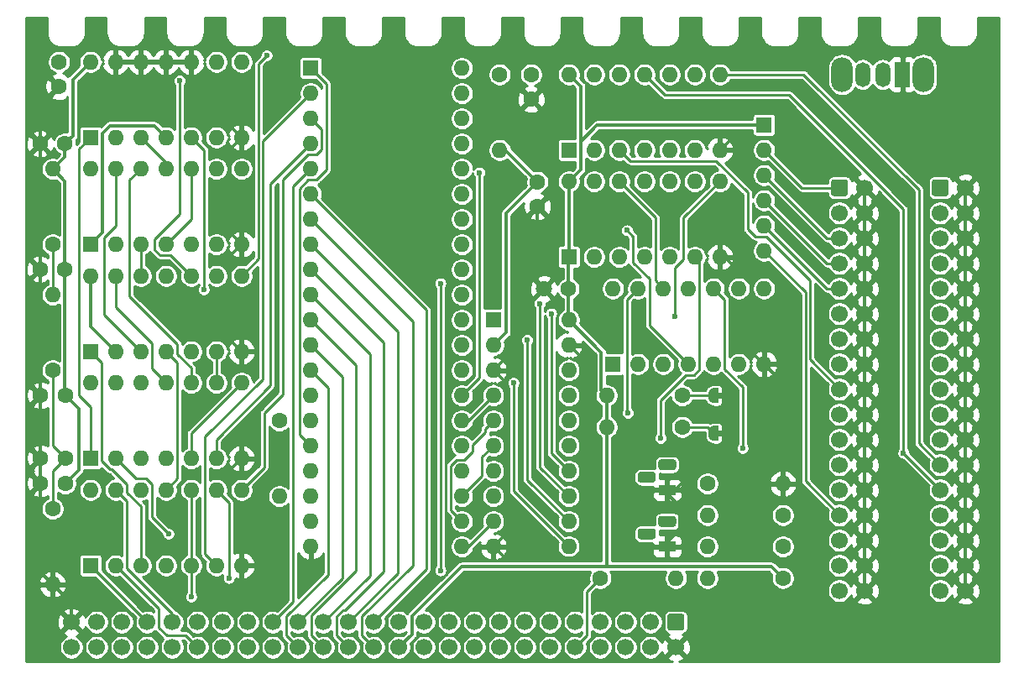
<source format=gtl>
G04 #@! TF.GenerationSoftware,KiCad,Pcbnew,(5.1.12)-1*
G04 #@! TF.CreationDate,2024-01-30T17:24:50+00:00*
G04 #@! TF.ProjectId,CPC-DDI20,4350432d-4444-4493-9230-2e6b69636164,rev?*
G04 #@! TF.SameCoordinates,Original*
G04 #@! TF.FileFunction,Copper,L1,Top*
G04 #@! TF.FilePolarity,Positive*
%FSLAX46Y46*%
G04 Gerber Fmt 4.6, Leading zero omitted, Abs format (unit mm)*
G04 Created by KiCad (PCBNEW (5.1.12)-1) date 2024-01-30 17:24:50*
%MOMM*%
%LPD*%
G01*
G04 APERTURE LIST*
G04 #@! TA.AperFunction,EtchedComponent*
%ADD10C,0.100000*%
G04 #@! TD*
G04 #@! TA.AperFunction,ComponentPad*
%ADD11O,1.600000X1.600000*%
G04 #@! TD*
G04 #@! TA.AperFunction,ComponentPad*
%ADD12R,1.600000X1.600000*%
G04 #@! TD*
G04 #@! TA.AperFunction,ComponentPad*
%ADD13O,2.200000X3.500000*%
G04 #@! TD*
G04 #@! TA.AperFunction,ComponentPad*
%ADD14O,1.500000X2.500000*%
G04 #@! TD*
G04 #@! TA.AperFunction,ComponentPad*
%ADD15R,1.500000X2.500000*%
G04 #@! TD*
G04 #@! TA.AperFunction,ComponentPad*
%ADD16C,1.600000*%
G04 #@! TD*
G04 #@! TA.AperFunction,ComponentPad*
%ADD17C,1.700000*%
G04 #@! TD*
G04 #@! TA.AperFunction,ComponentPad*
%ADD18R,1.800000X1.100000*%
G04 #@! TD*
G04 #@! TA.AperFunction,SMDPad,CuDef*
%ADD19C,0.100000*%
G04 #@! TD*
G04 #@! TA.AperFunction,ViaPad*
%ADD20C,0.600000*%
G04 #@! TD*
G04 #@! TA.AperFunction,Conductor*
%ADD21C,0.350000*%
G04 #@! TD*
G04 #@! TA.AperFunction,Conductor*
%ADD22C,0.250000*%
G04 #@! TD*
G04 #@! TA.AperFunction,Conductor*
%ADD23C,0.254000*%
G04 #@! TD*
G04 #@! TA.AperFunction,Conductor*
%ADD24C,0.100000*%
G04 #@! TD*
G04 APERTURE END LIST*
D10*
G36*
X224420000Y-142575000D02*
G01*
X223920000Y-142575000D01*
X223920000Y-143175000D01*
X224420000Y-143175000D01*
X224420000Y-142575000D01*
G37*
G36*
X224420000Y-138765000D02*
G01*
X223920000Y-138765000D01*
X223920000Y-139365000D01*
X224420000Y-139365000D01*
X224420000Y-138765000D01*
G37*
D11*
X208915000Y-117475000D03*
X224155000Y-125095000D03*
X211455000Y-117475000D03*
X221615000Y-125095000D03*
X213995000Y-117475000D03*
X219075000Y-125095000D03*
X216535000Y-117475000D03*
X216535000Y-125095000D03*
X219075000Y-117475000D03*
X213995000Y-125095000D03*
X221615000Y-117475000D03*
X211455000Y-125095000D03*
X224155000Y-117475000D03*
D12*
X208915000Y-125095000D03*
D11*
X160655000Y-127000000D03*
X175895000Y-134620000D03*
X163195000Y-127000000D03*
X173355000Y-134620000D03*
X165735000Y-127000000D03*
X170815000Y-134620000D03*
X168275000Y-127000000D03*
X168275000Y-134620000D03*
X170815000Y-127000000D03*
X165735000Y-134620000D03*
X173355000Y-127000000D03*
X163195000Y-134620000D03*
X175895000Y-127000000D03*
D12*
X160655000Y-134620000D03*
D13*
X236470000Y-106680000D03*
X244670000Y-106680000D03*
D14*
X238570000Y-106680000D03*
X240570000Y-106680000D03*
D15*
X242570000Y-106680000D03*
D16*
X155615000Y-145415000D03*
X158115000Y-145415000D03*
D11*
X228600000Y-124460000D03*
X228600000Y-121920000D03*
X228600000Y-119380000D03*
X228600000Y-116840000D03*
X228600000Y-114300000D03*
D12*
X228600000Y-111760000D03*
D11*
X160655000Y-137795000D03*
X175895000Y-145415000D03*
X163195000Y-137795000D03*
X173355000Y-145415000D03*
X165735000Y-137795000D03*
X170815000Y-145415000D03*
X168275000Y-137795000D03*
X168275000Y-145415000D03*
X170815000Y-137795000D03*
X165735000Y-145415000D03*
X173355000Y-137795000D03*
X163195000Y-145415000D03*
X175895000Y-137795000D03*
D12*
X160655000Y-145415000D03*
D17*
X158750000Y-164465000D03*
X161290000Y-164465000D03*
X163830000Y-164465000D03*
X166370000Y-164465000D03*
X168910000Y-164465000D03*
X171450000Y-164465000D03*
X173990000Y-164465000D03*
X176530000Y-164465000D03*
X179070000Y-164465000D03*
X181610000Y-164465000D03*
X184150000Y-164465000D03*
X186690000Y-164465000D03*
X189230000Y-164465000D03*
X191770000Y-164465000D03*
X194310000Y-164465000D03*
X196850000Y-164465000D03*
X199390000Y-164465000D03*
X201930000Y-164465000D03*
X204470000Y-164465000D03*
X207010000Y-164465000D03*
X209550000Y-164465000D03*
X212090000Y-164465000D03*
X214630000Y-164465000D03*
X217170000Y-164465000D03*
X219710000Y-164465000D03*
X158750000Y-161925000D03*
X161290000Y-161925000D03*
X163830000Y-161925000D03*
X166370000Y-161925000D03*
X168910000Y-161925000D03*
X171450000Y-161925000D03*
X173990000Y-161925000D03*
X176530000Y-161925000D03*
X179070000Y-161925000D03*
X181610000Y-161925000D03*
X184150000Y-161925000D03*
X186690000Y-161925000D03*
X189230000Y-161925000D03*
X191770000Y-161925000D03*
X194310000Y-161925000D03*
X196850000Y-161925000D03*
X199390000Y-161925000D03*
X201930000Y-161925000D03*
X204470000Y-161925000D03*
X207010000Y-161925000D03*
X209550000Y-161925000D03*
X212090000Y-161925000D03*
X214630000Y-161925000D03*
X217170000Y-161925000D03*
G04 #@! TA.AperFunction,ComponentPad*
G36*
G01*
X219110000Y-161075000D02*
X220310000Y-161075000D01*
G75*
G02*
X220560000Y-161325000I0J-250000D01*
G01*
X220560000Y-162525000D01*
G75*
G02*
X220310000Y-162775000I-250000J0D01*
G01*
X219110000Y-162775000D01*
G75*
G02*
X218860000Y-162525000I0J250000D01*
G01*
X218860000Y-161325000D01*
G75*
G02*
X219110000Y-161075000I250000J0D01*
G01*
G37*
G04 #@! TD.AperFunction*
D18*
X218840000Y-148590000D03*
G04 #@! TA.AperFunction,ComponentPad*
G36*
G01*
X219465000Y-146600000D02*
X218215000Y-146600000D01*
G75*
G02*
X217940000Y-146325000I0J275000D01*
G01*
X217940000Y-145775000D01*
G75*
G02*
X218215000Y-145500000I275000J0D01*
G01*
X219465000Y-145500000D01*
G75*
G02*
X219740000Y-145775000I0J-275000D01*
G01*
X219740000Y-146325000D01*
G75*
G02*
X219465000Y-146600000I-275000J0D01*
G01*
G37*
G04 #@! TD.AperFunction*
G04 #@! TA.AperFunction,ComponentPad*
G36*
G01*
X217395000Y-147870000D02*
X216145000Y-147870000D01*
G75*
G02*
X215870000Y-147595000I0J275000D01*
G01*
X215870000Y-147045000D01*
G75*
G02*
X216145000Y-146770000I275000J0D01*
G01*
X217395000Y-146770000D01*
G75*
G02*
X217670000Y-147045000I0J-275000D01*
G01*
X217670000Y-147595000D01*
G75*
G02*
X217395000Y-147870000I-275000J0D01*
G01*
G37*
G04 #@! TD.AperFunction*
X218840000Y-154305000D03*
G04 #@! TA.AperFunction,ComponentPad*
G36*
G01*
X219465000Y-152315000D02*
X218215000Y-152315000D01*
G75*
G02*
X217940000Y-152040000I0J275000D01*
G01*
X217940000Y-151490000D01*
G75*
G02*
X218215000Y-151215000I275000J0D01*
G01*
X219465000Y-151215000D01*
G75*
G02*
X219740000Y-151490000I0J-275000D01*
G01*
X219740000Y-152040000D01*
G75*
G02*
X219465000Y-152315000I-275000J0D01*
G01*
G37*
G04 #@! TD.AperFunction*
G04 #@! TA.AperFunction,ComponentPad*
G36*
G01*
X217395000Y-153585000D02*
X216145000Y-153585000D01*
G75*
G02*
X215870000Y-153310000I0J275000D01*
G01*
X215870000Y-152760000D01*
G75*
G02*
X216145000Y-152485000I275000J0D01*
G01*
X217395000Y-152485000D01*
G75*
G02*
X217670000Y-152760000I0J-275000D01*
G01*
X217670000Y-153310000D01*
G75*
G02*
X217395000Y-153585000I-275000J0D01*
G01*
G37*
G04 #@! TD.AperFunction*
D17*
X248920000Y-158750000D03*
X248920000Y-156210000D03*
X248920000Y-153670000D03*
X248920000Y-151130000D03*
X248920000Y-148590000D03*
X248920000Y-146050000D03*
X248920000Y-143510000D03*
X248920000Y-140970000D03*
X248920000Y-138430000D03*
X248920000Y-135890000D03*
X248920000Y-133350000D03*
X248920000Y-130810000D03*
X248920000Y-128270000D03*
X248920000Y-125730000D03*
X248920000Y-123190000D03*
X248920000Y-120650000D03*
X248920000Y-118110000D03*
X246380000Y-158750000D03*
X246380000Y-156210000D03*
X246380000Y-153670000D03*
X246380000Y-151130000D03*
X246380000Y-148590000D03*
X246380000Y-146050000D03*
X246380000Y-143510000D03*
X246380000Y-140970000D03*
X246380000Y-138430000D03*
X246380000Y-135890000D03*
X246380000Y-133350000D03*
X246380000Y-130810000D03*
X246380000Y-128270000D03*
X246380000Y-125730000D03*
X246380000Y-123190000D03*
X246380000Y-120650000D03*
G04 #@! TA.AperFunction,ComponentPad*
G36*
G01*
X245530000Y-118710000D02*
X245530000Y-117510000D01*
G75*
G02*
X245780000Y-117260000I250000J0D01*
G01*
X246980000Y-117260000D01*
G75*
G02*
X247230000Y-117510000I0J-250000D01*
G01*
X247230000Y-118710000D01*
G75*
G02*
X246980000Y-118960000I-250000J0D01*
G01*
X245780000Y-118960000D01*
G75*
G02*
X245530000Y-118710000I0J250000D01*
G01*
G37*
G04 #@! TD.AperFunction*
X238760000Y-158750000D03*
X238760000Y-156210000D03*
X238760000Y-153670000D03*
X238760000Y-151130000D03*
X238760000Y-148590000D03*
X238760000Y-146050000D03*
X238760000Y-143510000D03*
X238760000Y-140970000D03*
X238760000Y-138430000D03*
X238760000Y-135890000D03*
X238760000Y-133350000D03*
X238760000Y-130810000D03*
X238760000Y-128270000D03*
X238760000Y-125730000D03*
X238760000Y-123190000D03*
X238760000Y-120650000D03*
X238760000Y-118110000D03*
X236220000Y-158750000D03*
X236220000Y-156210000D03*
X236220000Y-153670000D03*
X236220000Y-151130000D03*
X236220000Y-148590000D03*
X236220000Y-146050000D03*
X236220000Y-143510000D03*
X236220000Y-140970000D03*
X236220000Y-138430000D03*
X236220000Y-135890000D03*
X236220000Y-133350000D03*
X236220000Y-130810000D03*
X236220000Y-128270000D03*
X236220000Y-125730000D03*
X236220000Y-123190000D03*
X236220000Y-120650000D03*
G04 #@! TA.AperFunction,ComponentPad*
G36*
G01*
X235370000Y-118710000D02*
X235370000Y-117510000D01*
G75*
G02*
X235620000Y-117260000I250000J0D01*
G01*
X236820000Y-117260000D01*
G75*
G02*
X237070000Y-117510000I0J-250000D01*
G01*
X237070000Y-118710000D01*
G75*
G02*
X236820000Y-118960000I-250000J0D01*
G01*
X235620000Y-118960000D01*
G75*
G02*
X235370000Y-118710000I0J250000D01*
G01*
G37*
G04 #@! TD.AperFunction*
D11*
X156845000Y-116205000D03*
D16*
X156845000Y-123825000D03*
X206375000Y-128310000D03*
X208875000Y-128310000D03*
X155575000Y-126325000D03*
X158075000Y-126325000D03*
X205105000Y-109180000D03*
X205105000Y-106680000D03*
X205740000Y-120015000D03*
X205740000Y-117515000D03*
D11*
X160655000Y-116205000D03*
X175895000Y-123825000D03*
X163195000Y-116205000D03*
X173355000Y-123825000D03*
X165735000Y-116205000D03*
X170815000Y-123825000D03*
X168275000Y-116205000D03*
X168275000Y-123825000D03*
X170815000Y-116205000D03*
X165735000Y-123825000D03*
X173355000Y-116205000D03*
X163195000Y-123825000D03*
X175895000Y-116205000D03*
D12*
X160655000Y-123825000D03*
D11*
X160655000Y-105410000D03*
X175895000Y-113030000D03*
X163195000Y-105410000D03*
X173355000Y-113030000D03*
X165735000Y-105410000D03*
X170815000Y-113030000D03*
X168275000Y-105410000D03*
X168275000Y-113030000D03*
X170815000Y-105410000D03*
X165735000Y-113030000D03*
X173355000Y-105410000D03*
X163195000Y-113030000D03*
X175895000Y-105410000D03*
D12*
X160655000Y-113030000D03*
D11*
X201930000Y-114300000D03*
D16*
X201930000Y-106680000D03*
D11*
X179705000Y-149225000D03*
D16*
X179705000Y-141605000D03*
D11*
X230505000Y-147955000D03*
D16*
X222885000Y-147955000D03*
D11*
X222885000Y-151130000D03*
D16*
X230505000Y-151130000D03*
D11*
X222885000Y-154305000D03*
D16*
X230505000Y-154305000D03*
D11*
X219710000Y-157480000D03*
D16*
X212090000Y-157480000D03*
D11*
X222885000Y-157480000D03*
D16*
X230505000Y-157480000D03*
D11*
X156845000Y-158115000D03*
D16*
X156845000Y-150495000D03*
D11*
X212725000Y-139065000D03*
D16*
X220345000Y-139065000D03*
D11*
X212725000Y-142240000D03*
D16*
X220345000Y-142240000D03*
D11*
X156845000Y-128905000D03*
D16*
X156845000Y-136525000D03*
G04 #@! TA.AperFunction,SMDPad,CuDef*
D19*
G36*
X224020000Y-143625000D02*
G01*
X223520000Y-143625000D01*
X223520000Y-143624398D01*
X223495466Y-143624398D01*
X223446635Y-143619588D01*
X223398510Y-143610016D01*
X223351555Y-143595772D01*
X223306222Y-143576995D01*
X223262949Y-143553864D01*
X223222150Y-143526604D01*
X223184221Y-143495476D01*
X223149524Y-143460779D01*
X223118396Y-143422850D01*
X223091136Y-143382051D01*
X223068005Y-143338778D01*
X223049228Y-143293445D01*
X223034984Y-143246490D01*
X223025412Y-143198365D01*
X223020602Y-143149534D01*
X223020602Y-143125000D01*
X223020000Y-143125000D01*
X223020000Y-142625000D01*
X223020602Y-142625000D01*
X223020602Y-142600466D01*
X223025412Y-142551635D01*
X223034984Y-142503510D01*
X223049228Y-142456555D01*
X223068005Y-142411222D01*
X223091136Y-142367949D01*
X223118396Y-142327150D01*
X223149524Y-142289221D01*
X223184221Y-142254524D01*
X223222150Y-142223396D01*
X223262949Y-142196136D01*
X223306222Y-142173005D01*
X223351555Y-142154228D01*
X223398510Y-142139984D01*
X223446635Y-142130412D01*
X223495466Y-142125602D01*
X223520000Y-142125602D01*
X223520000Y-142125000D01*
X224020000Y-142125000D01*
X224020000Y-143625000D01*
G37*
G04 #@! TD.AperFunction*
G04 #@! TA.AperFunction,SMDPad,CuDef*
G36*
X224820000Y-142125602D02*
G01*
X224844534Y-142125602D01*
X224893365Y-142130412D01*
X224941490Y-142139984D01*
X224988445Y-142154228D01*
X225033778Y-142173005D01*
X225077051Y-142196136D01*
X225117850Y-142223396D01*
X225155779Y-142254524D01*
X225190476Y-142289221D01*
X225221604Y-142327150D01*
X225248864Y-142367949D01*
X225271995Y-142411222D01*
X225290772Y-142456555D01*
X225305016Y-142503510D01*
X225314588Y-142551635D01*
X225319398Y-142600466D01*
X225319398Y-142625000D01*
X225320000Y-142625000D01*
X225320000Y-143125000D01*
X225319398Y-143125000D01*
X225319398Y-143149534D01*
X225314588Y-143198365D01*
X225305016Y-143246490D01*
X225290772Y-143293445D01*
X225271995Y-143338778D01*
X225248864Y-143382051D01*
X225221604Y-143422850D01*
X225190476Y-143460779D01*
X225155779Y-143495476D01*
X225117850Y-143526604D01*
X225077051Y-143553864D01*
X225033778Y-143576995D01*
X224988445Y-143595772D01*
X224941490Y-143610016D01*
X224893365Y-143619588D01*
X224844534Y-143624398D01*
X224820000Y-143624398D01*
X224820000Y-143625000D01*
X224320000Y-143625000D01*
X224320000Y-142125000D01*
X224820000Y-142125000D01*
X224820000Y-142125602D01*
G37*
G04 #@! TD.AperFunction*
G04 #@! TA.AperFunction,SMDPad,CuDef*
G36*
X224020000Y-139815000D02*
G01*
X223520000Y-139815000D01*
X223520000Y-139814398D01*
X223495466Y-139814398D01*
X223446635Y-139809588D01*
X223398510Y-139800016D01*
X223351555Y-139785772D01*
X223306222Y-139766995D01*
X223262949Y-139743864D01*
X223222150Y-139716604D01*
X223184221Y-139685476D01*
X223149524Y-139650779D01*
X223118396Y-139612850D01*
X223091136Y-139572051D01*
X223068005Y-139528778D01*
X223049228Y-139483445D01*
X223034984Y-139436490D01*
X223025412Y-139388365D01*
X223020602Y-139339534D01*
X223020602Y-139315000D01*
X223020000Y-139315000D01*
X223020000Y-138815000D01*
X223020602Y-138815000D01*
X223020602Y-138790466D01*
X223025412Y-138741635D01*
X223034984Y-138693510D01*
X223049228Y-138646555D01*
X223068005Y-138601222D01*
X223091136Y-138557949D01*
X223118396Y-138517150D01*
X223149524Y-138479221D01*
X223184221Y-138444524D01*
X223222150Y-138413396D01*
X223262949Y-138386136D01*
X223306222Y-138363005D01*
X223351555Y-138344228D01*
X223398510Y-138329984D01*
X223446635Y-138320412D01*
X223495466Y-138315602D01*
X223520000Y-138315602D01*
X223520000Y-138315000D01*
X224020000Y-138315000D01*
X224020000Y-139815000D01*
G37*
G04 #@! TD.AperFunction*
G04 #@! TA.AperFunction,SMDPad,CuDef*
G36*
X224820000Y-138315602D02*
G01*
X224844534Y-138315602D01*
X224893365Y-138320412D01*
X224941490Y-138329984D01*
X224988445Y-138344228D01*
X225033778Y-138363005D01*
X225077051Y-138386136D01*
X225117850Y-138413396D01*
X225155779Y-138444524D01*
X225190476Y-138479221D01*
X225221604Y-138517150D01*
X225248864Y-138557949D01*
X225271995Y-138601222D01*
X225290772Y-138646555D01*
X225305016Y-138693510D01*
X225314588Y-138741635D01*
X225319398Y-138790466D01*
X225319398Y-138815000D01*
X225320000Y-138815000D01*
X225320000Y-139315000D01*
X225319398Y-139315000D01*
X225319398Y-139339534D01*
X225314588Y-139388365D01*
X225305016Y-139436490D01*
X225290772Y-139483445D01*
X225271995Y-139528778D01*
X225248864Y-139572051D01*
X225221604Y-139612850D01*
X225190476Y-139650779D01*
X225155779Y-139685476D01*
X225117850Y-139716604D01*
X225077051Y-139743864D01*
X225033778Y-139766995D01*
X224988445Y-139785772D01*
X224941490Y-139800016D01*
X224893365Y-139809588D01*
X224844534Y-139814398D01*
X224820000Y-139814398D01*
X224820000Y-139815000D01*
X224320000Y-139815000D01*
X224320000Y-138315000D01*
X224820000Y-138315000D01*
X224820000Y-138315602D01*
G37*
G04 #@! TD.AperFunction*
D11*
X213360000Y-128270000D03*
X228600000Y-135890000D03*
X215900000Y-128270000D03*
X226060000Y-135890000D03*
X218440000Y-128270000D03*
X223520000Y-135890000D03*
X220980000Y-128270000D03*
X220980000Y-135890000D03*
X223520000Y-128270000D03*
X218440000Y-135890000D03*
X226060000Y-128270000D03*
X215900000Y-135890000D03*
X228600000Y-128270000D03*
D12*
X213360000Y-135890000D03*
D11*
X160655000Y-148590000D03*
X175895000Y-156210000D03*
X163195000Y-148590000D03*
X173355000Y-156210000D03*
X165735000Y-148590000D03*
X170815000Y-156210000D03*
X168275000Y-148590000D03*
X168275000Y-156210000D03*
X170815000Y-148590000D03*
X165735000Y-156210000D03*
X173355000Y-148590000D03*
X163195000Y-156210000D03*
X175895000Y-148590000D03*
D12*
X160655000Y-156210000D03*
D11*
X208915000Y-106680000D03*
X224155000Y-114300000D03*
X211455000Y-106680000D03*
X221615000Y-114300000D03*
X213995000Y-106680000D03*
X219075000Y-114300000D03*
X216535000Y-106680000D03*
X216535000Y-114300000D03*
X219075000Y-106680000D03*
X213995000Y-114300000D03*
X221615000Y-106680000D03*
X211455000Y-114300000D03*
X224155000Y-106680000D03*
D12*
X208915000Y-114300000D03*
D11*
X208915000Y-131445000D03*
X201295000Y-154305000D03*
X208915000Y-133985000D03*
X201295000Y-151765000D03*
X208915000Y-136525000D03*
X201295000Y-149225000D03*
X208915000Y-139065000D03*
X201295000Y-146685000D03*
X208915000Y-141605000D03*
X201295000Y-144145000D03*
X208915000Y-144145000D03*
X201295000Y-141605000D03*
X208915000Y-146685000D03*
X201295000Y-139065000D03*
X208915000Y-149225000D03*
X201295000Y-136525000D03*
X208915000Y-151765000D03*
X201295000Y-133985000D03*
X208915000Y-154305000D03*
D12*
X201295000Y-131445000D03*
D11*
X198120000Y-106045000D03*
X182880000Y-154305000D03*
X198120000Y-108585000D03*
X182880000Y-151765000D03*
X198120000Y-111125000D03*
X182880000Y-149225000D03*
X198120000Y-113665000D03*
X182880000Y-146685000D03*
X198120000Y-116205000D03*
X182880000Y-144145000D03*
X198120000Y-118745000D03*
X182880000Y-141605000D03*
X198120000Y-121285000D03*
X182880000Y-139065000D03*
X198120000Y-123825000D03*
X182880000Y-136525000D03*
X198120000Y-126365000D03*
X182880000Y-133985000D03*
X198120000Y-128905000D03*
X182880000Y-131445000D03*
X198120000Y-131445000D03*
X182880000Y-128905000D03*
X198120000Y-133985000D03*
X182880000Y-126365000D03*
X198120000Y-136525000D03*
X182880000Y-123825000D03*
X198120000Y-139065000D03*
X182880000Y-121285000D03*
X198120000Y-141605000D03*
X182880000Y-118745000D03*
X198120000Y-144145000D03*
X182880000Y-116205000D03*
X198120000Y-146685000D03*
X182880000Y-113665000D03*
X198120000Y-149225000D03*
X182880000Y-111125000D03*
X198120000Y-151765000D03*
X182880000Y-108585000D03*
X198120000Y-154305000D03*
D12*
X182880000Y-106045000D03*
D16*
X157480000Y-107910000D03*
X157480000Y-105410000D03*
X155575000Y-113665000D03*
X158075000Y-113665000D03*
X155615000Y-139065000D03*
X158115000Y-139065000D03*
X155615000Y-147955000D03*
X158115000Y-147955000D03*
D20*
X218186000Y-143383000D03*
X205994000Y-129794000D03*
X207137000Y-130810002D03*
X204724000Y-133477000D03*
X199898000Y-116586000D03*
X214884000Y-140843000D03*
X226441000Y-144399000D03*
X203327000Y-137795000D03*
X219583000Y-131064000D03*
X214776409Y-122410001D03*
X172085000Y-128397000D03*
X168529000Y-153035000D03*
X242664999Y-144875000D03*
X195961000Y-127762000D03*
X195961000Y-156718000D03*
X170815000Y-159385000D03*
X174625000Y-157480000D03*
X178435000Y-104775000D03*
X169672001Y-107315000D03*
D21*
X155615000Y-156885000D02*
X155615000Y-147955000D01*
X156845000Y-158115000D02*
X155615000Y-156885000D01*
X155615000Y-126365000D02*
X155575000Y-126325000D01*
X155615000Y-139065000D02*
X155615000Y-126365000D01*
X155575000Y-126325000D02*
X155575000Y-113665000D01*
X155575000Y-109815000D02*
X157480000Y-107910000D01*
X155575000Y-113665000D02*
X155575000Y-109815000D01*
X170815000Y-107950000D02*
X175895000Y-113030000D01*
X170815000Y-105410000D02*
X170815000Y-107950000D01*
X174719999Y-122649999D02*
X175895000Y-123825000D01*
X174719999Y-114205001D02*
X174719999Y-122649999D01*
X175895000Y-113030000D02*
X174719999Y-114205001D01*
X174719999Y-133444999D02*
X175895000Y-134620000D01*
X174719999Y-125000001D02*
X174719999Y-133444999D01*
X175895000Y-123825000D02*
X174719999Y-125000001D01*
X174719999Y-146590001D02*
X175895000Y-145415000D01*
X174719999Y-149154001D02*
X174719999Y-146590001D01*
X175895000Y-150329002D02*
X174719999Y-149154001D01*
X175895000Y-156210000D02*
X175895000Y-150329002D01*
X220115010Y-150265010D02*
X218440000Y-148590000D01*
X220115010Y-152629990D02*
X220115010Y-150265010D01*
X218440000Y-154305000D02*
X220115010Y-152629990D01*
X224820000Y-143355346D02*
X224820000Y-142875000D01*
X219585346Y-148590000D02*
X224820000Y-143355346D01*
X218440000Y-148590000D02*
X219585346Y-148590000D01*
X224820000Y-142875000D02*
X224820000Y-139065000D01*
X230505000Y-137795000D02*
X228600000Y-135890000D01*
X230505000Y-147955000D02*
X230505000Y-137795000D01*
X224624002Y-125095000D02*
X224155000Y-125095000D01*
X227424999Y-134714999D02*
X227424999Y-127895997D01*
X227424999Y-127895997D02*
X224624002Y-125095000D01*
X228600000Y-135890000D02*
X227424999Y-134714999D01*
X207050000Y-128310000D02*
X205740000Y-128310000D01*
X202470001Y-137700001D02*
X201295000Y-136525000D01*
X233774999Y-113124999D02*
X238760000Y-118110000D01*
X225330001Y-113124999D02*
X233774999Y-113124999D01*
X224155000Y-114300000D02*
X225330001Y-113124999D01*
X238760000Y-118110000D02*
X238760000Y-158750000D01*
X248920000Y-118110000D02*
X248920000Y-158750000D01*
X201295000Y-154305000D02*
X202470001Y-153129999D01*
X202470001Y-153129999D02*
X202470001Y-145509999D01*
X202470001Y-145509999D02*
X202470001Y-137700001D01*
X210090001Y-135160001D02*
X208915000Y-133985000D01*
X210090001Y-154869001D02*
X210090001Y-135160001D01*
X209479001Y-155480001D02*
X210090001Y-154869001D01*
X202470001Y-155480001D02*
X209479001Y-155480001D01*
X201295000Y-154305000D02*
X202470001Y-155480001D01*
X205740000Y-127675000D02*
X206375000Y-128310000D01*
X205740000Y-120015000D02*
X205740000Y-127675000D01*
X204048999Y-133771001D02*
X201295000Y-136525000D01*
X204048999Y-130636001D02*
X204048999Y-132039999D01*
X206375000Y-128310000D02*
X204048999Y-130636001D01*
X204048999Y-132039999D02*
X204048999Y-133771001D01*
X155615000Y-139065000D02*
X155615000Y-141605000D01*
X155615000Y-141605000D02*
X155615000Y-145582000D01*
X155615000Y-147955000D02*
X155615000Y-145582000D01*
X242570000Y-111760000D02*
X242570000Y-106680000D01*
X248920000Y-118110000D02*
X242570000Y-111760000D01*
X158750000Y-160020000D02*
X156845000Y-158115000D01*
X158750000Y-161925000D02*
X158750000Y-160020000D01*
X229329999Y-156304999D02*
X230505000Y-157480000D01*
X212725000Y-156210000D02*
X212630001Y-156304999D01*
X212725000Y-142240000D02*
X212725000Y-156210000D01*
X212630001Y-156304999D02*
X229329999Y-156304999D01*
X198116999Y-156304999D02*
X212630001Y-156304999D01*
X212725000Y-142240000D02*
X212725000Y-139065000D01*
X210090001Y-107855001D02*
X208915000Y-106680000D01*
X208915000Y-117475000D02*
X210090001Y-116299999D01*
X158874999Y-112865001D02*
X158075000Y-113665000D01*
X158874999Y-107190001D02*
X158874999Y-112865001D01*
X160655000Y-105410000D02*
X158874999Y-107190001D01*
X158075000Y-114975000D02*
X156845000Y-116205000D01*
X158075000Y-113665000D02*
X158075000Y-114975000D01*
X158075000Y-117435000D02*
X158075000Y-126325000D01*
X156845000Y-116205000D02*
X158075000Y-117435000D01*
X160655000Y-132080000D02*
X163195000Y-134620000D01*
X160655000Y-127000000D02*
X160655000Y-132080000D01*
X158075000Y-139025000D02*
X158115000Y-139065000D01*
X158075000Y-126325000D02*
X158075000Y-139025000D01*
X208875000Y-131405000D02*
X208915000Y-131445000D01*
X208875000Y-128310000D02*
X208875000Y-131405000D01*
X159479999Y-140429999D02*
X158115000Y-139065000D01*
X159479999Y-146590001D02*
X159479999Y-140429999D01*
X158115000Y-147955000D02*
X159479999Y-146590001D01*
X212184999Y-138524999D02*
X212725000Y-139065000D01*
X212184999Y-134714999D02*
X212184999Y-138524999D01*
X208915000Y-131445000D02*
X212184999Y-134714999D01*
X202525000Y-114300000D02*
X201930000Y-114300000D01*
X205740000Y-117515000D02*
X202525000Y-114300000D01*
X208875000Y-125135000D02*
X208915000Y-125095000D01*
X208875000Y-128310000D02*
X208875000Y-125135000D01*
X208915000Y-125095000D02*
X208915000Y-117475000D01*
X211773002Y-111760000D02*
X210090001Y-113443001D01*
X228600000Y-111760000D02*
X211773002Y-111760000D01*
X210090001Y-113443001D02*
X210090001Y-107855001D01*
X210090001Y-116299999D02*
X210090001Y-113443001D01*
X202565000Y-132715000D02*
X201295000Y-133985000D01*
X202565000Y-120690000D02*
X202565000Y-132715000D01*
X205740000Y-117515000D02*
X202565000Y-120690000D01*
X191770000Y-164465000D02*
X193084999Y-163150001D01*
X193084999Y-163150001D02*
X193084999Y-161336999D01*
X193084999Y-161336999D02*
X198116999Y-156304999D01*
D22*
X194564000Y-130429000D02*
X182880000Y-118745000D01*
X194564000Y-156591000D02*
X194564000Y-130429000D01*
X189230000Y-161925000D02*
X194564000Y-156591000D01*
X193167000Y-156248998D02*
X193167000Y-131572000D01*
X192595500Y-131000500D02*
X182880000Y-121285000D01*
X193167000Y-131572000D02*
X192595500Y-131000500D01*
X188054999Y-163289999D02*
X188054999Y-161360999D01*
X188054999Y-161360999D02*
X193167000Y-156248998D01*
X189230000Y-164465000D02*
X188054999Y-163289999D01*
X191643000Y-132588000D02*
X191643000Y-156972000D01*
X182880000Y-123825000D02*
X191643000Y-132588000D01*
X191643000Y-156972000D02*
X186690000Y-161925000D01*
X182880000Y-126365000D02*
X190246000Y-133731000D01*
X190246000Y-133731000D02*
X190246000Y-156845000D01*
X185514999Y-161360999D02*
X185514999Y-163289999D01*
X186341001Y-160749999D02*
X186125999Y-160749999D01*
X186125999Y-160749999D02*
X185514999Y-161360999D01*
X190246000Y-156845000D02*
X186341001Y-160749999D01*
X185514999Y-163289999D02*
X186690000Y-164465000D01*
X188341000Y-134366000D02*
X182880000Y-128905000D01*
X188849000Y-134874000D02*
X188341000Y-134366000D01*
X188849000Y-157226000D02*
X188849000Y-134874000D01*
X184150000Y-161925000D02*
X188849000Y-157226000D01*
X182880000Y-131445000D02*
X187452000Y-136017000D01*
X187452000Y-136017000D02*
X187452000Y-156719410D01*
X182974999Y-161196411D02*
X182974999Y-163289999D01*
X187452000Y-156719410D02*
X182974999Y-161196411D01*
X182974999Y-163289999D02*
X184150000Y-164465000D01*
X185547000Y-136652000D02*
X182880000Y-133985000D01*
X186055000Y-137160000D02*
X185547000Y-136652000D01*
X186055000Y-157480000D02*
X186055000Y-137160000D01*
X181610000Y-161925000D02*
X186055000Y-157480000D01*
X184658000Y-138303000D02*
X182880000Y-136525000D01*
X184658000Y-157137998D02*
X184658000Y-138303000D01*
X180434999Y-163289999D02*
X180434999Y-161360999D01*
X180434999Y-161360999D02*
X184658000Y-157137998D01*
X181610000Y-164465000D02*
X180434999Y-163289999D01*
X164320001Y-156460003D02*
X164320001Y-149715001D01*
X164320001Y-149715001D02*
X163195000Y-148590000D01*
X168910000Y-161925000D02*
X168910000Y-161050002D01*
X168910000Y-161050002D02*
X164320001Y-156460003D01*
X182880000Y-116205000D02*
X181102000Y-117983000D01*
X181102000Y-117983000D02*
X181102000Y-159893000D01*
X181102000Y-159893000D02*
X179070000Y-161925000D01*
X168345999Y-163289999D02*
X170274999Y-163289999D01*
X170274999Y-163289999D02*
X171450000Y-164465000D01*
X167545001Y-160560001D02*
X167545001Y-162489001D01*
X167545001Y-162489001D02*
X168345999Y-163289999D01*
X163195000Y-156210000D02*
X167545001Y-160560001D01*
X166370000Y-161925000D02*
X160655000Y-156210000D01*
X156845000Y-144145000D02*
X158115000Y-145415000D01*
X156845000Y-136525000D02*
X156845000Y-144145000D01*
X156845000Y-146685000D02*
X158115000Y-145415000D01*
X156845000Y-150495000D02*
X156845000Y-146685000D01*
X170815000Y-121285000D02*
X168275000Y-123825000D01*
X170815000Y-116205000D02*
X170815000Y-121285000D01*
X221615000Y-125095000D02*
X222105001Y-125585001D01*
X222105001Y-136430001D02*
X221520001Y-137015001D01*
X221520001Y-137015001D02*
X220700735Y-137015001D01*
X220700735Y-137015001D02*
X218186000Y-139529736D01*
X218186000Y-139529736D02*
X218186000Y-143383000D01*
X222105001Y-125585001D02*
X222105001Y-136430001D01*
X184455011Y-116294991D02*
X184455011Y-107620011D01*
X183420001Y-117330001D02*
X184455011Y-116294991D01*
X182629997Y-117330001D02*
X183420001Y-117330001D01*
X181754999Y-118204999D02*
X182629997Y-117330001D01*
X184455011Y-107620011D02*
X182880000Y-106045000D01*
X181754999Y-143019999D02*
X181754999Y-118204999D01*
X182880000Y-144145000D02*
X181754999Y-143019999D01*
X217660001Y-127490001D02*
X218440000Y-128270000D01*
X217660001Y-121140001D02*
X217660001Y-127490001D01*
X213995000Y-117475000D02*
X217660001Y-121140001D01*
X208915000Y-149225000D02*
X205994000Y-146304000D01*
X205994000Y-146304000D02*
X205994000Y-129794000D01*
X208915000Y-146685000D02*
X207137000Y-144907000D01*
X207137000Y-144907000D02*
X207137000Y-130810002D01*
X208915000Y-151765000D02*
X204724000Y-147574000D01*
X204724000Y-147574000D02*
X204724000Y-133477000D01*
X199898000Y-137287000D02*
X199898000Y-116586000D01*
X198120000Y-139065000D02*
X199898000Y-137287000D01*
X198755000Y-141605000D02*
X198120000Y-141605000D01*
X201295000Y-139065000D02*
X198755000Y-141605000D01*
X214774999Y-140733999D02*
X214884000Y-140843000D01*
X214774999Y-129395001D02*
X214774999Y-140733999D01*
X215900000Y-128270000D02*
X214774999Y-129395001D01*
X178816000Y-138049000D02*
X173355000Y-143510000D01*
X173355000Y-143510000D02*
X173355000Y-145415000D01*
X178816000Y-117729000D02*
X178816000Y-138049000D01*
X182880000Y-113665000D02*
X178816000Y-117729000D01*
X200169999Y-147175001D02*
X198120000Y-149225000D01*
X200169999Y-145270001D02*
X200169999Y-147175001D01*
X201295000Y-144145000D02*
X200169999Y-145270001D01*
X184005001Y-114205001D02*
X184005001Y-112250001D01*
X184005001Y-112250001D02*
X182880000Y-111125000D01*
X182629997Y-114790001D02*
X183420001Y-114790001D01*
X183420001Y-114790001D02*
X184005001Y-114205001D01*
X180086000Y-117333998D02*
X182629997Y-114790001D01*
X180086000Y-138938000D02*
X180086000Y-117333998D01*
X178181000Y-140843000D02*
X180086000Y-138938000D01*
X178181000Y-146304000D02*
X178181000Y-140843000D01*
X175895000Y-148590000D02*
X178181000Y-146304000D01*
X196994999Y-150639999D02*
X198120000Y-151765000D01*
X196994999Y-146144999D02*
X196994999Y-150639999D01*
X197579999Y-145559999D02*
X196994999Y-146144999D01*
X198370003Y-145559999D02*
X197579999Y-145559999D01*
X199245001Y-144685001D02*
X198370003Y-145559999D01*
X199245001Y-144035999D02*
X199245001Y-144685001D01*
X200495001Y-142785999D02*
X199245001Y-144035999D01*
X200495001Y-142404999D02*
X200495001Y-142785999D01*
X201295000Y-141605000D02*
X200495001Y-142404999D01*
X172229999Y-155084999D02*
X173355000Y-156210000D01*
X172229999Y-143238001D02*
X172229999Y-155084999D01*
X178054000Y-137414000D02*
X172229999Y-143238001D01*
X178054000Y-113411000D02*
X178054000Y-137414000D01*
X182880000Y-108585000D02*
X178054000Y-113411000D01*
X198755000Y-154305000D02*
X198120000Y-154305000D01*
X201295000Y-151765000D02*
X198755000Y-154305000D01*
X220345000Y-139065000D02*
X223520000Y-139065000D01*
X222885000Y-142240000D02*
X223520000Y-142875000D01*
X220345000Y-142240000D02*
X222885000Y-142240000D01*
X226441000Y-138226000D02*
X226441000Y-144399000D01*
X224645001Y-136430001D02*
X226441000Y-138226000D01*
X224645001Y-129395001D02*
X224645001Y-136430001D01*
X223520000Y-128270000D02*
X224645001Y-129395001D01*
X208915000Y-154305000D02*
X203327000Y-148717000D01*
X203327000Y-148717000D02*
X203327000Y-137795000D01*
X220489999Y-121140001D02*
X224155000Y-117475000D01*
X219583000Y-126220001D02*
X220489999Y-125313002D01*
X220489999Y-125313002D02*
X220489999Y-121140001D01*
X219583000Y-131064000D02*
X219583000Y-126220001D01*
X215409999Y-125635001D02*
X215409999Y-123043591D01*
X217075001Y-127300003D02*
X215409999Y-125635001D01*
X217075001Y-131985001D02*
X217075001Y-127300003D01*
X215409999Y-123043591D02*
X214776409Y-122410001D01*
X220980000Y-135890000D02*
X217075001Y-131985001D01*
X215120001Y-115425001D02*
X213995000Y-114300000D01*
X233241010Y-127436008D02*
X228850003Y-123045001D01*
X233241009Y-135451009D02*
X233241010Y-127436008D01*
X236220000Y-138430000D02*
X233241009Y-135451009D01*
X223770003Y-115425001D02*
X226949000Y-118603998D01*
X215120001Y-115425001D02*
X223770003Y-115425001D01*
X226949000Y-122265002D02*
X227728999Y-123045001D01*
X226949000Y-118603998D02*
X226949000Y-122265002D01*
X228850003Y-123045001D02*
X227728999Y-123045001D01*
X170815000Y-113030000D02*
X172085000Y-114300000D01*
X172085000Y-114300000D02*
X172085000Y-128397000D01*
X170815000Y-142875000D02*
X170815000Y-145415000D01*
X175895000Y-137795000D02*
X170815000Y-142875000D01*
X173355000Y-134620000D02*
X173355000Y-137795000D01*
X170815000Y-136285002D02*
X169400001Y-134870003D01*
X170815000Y-137795000D02*
X170815000Y-136285002D01*
X164609999Y-129085997D02*
X169400001Y-133875999D01*
X164609999Y-117330001D02*
X164609999Y-129085997D01*
X165735000Y-116205000D02*
X164609999Y-117330001D01*
X169400001Y-134870003D02*
X169400001Y-133875999D01*
X160655000Y-113030000D02*
X159529999Y-114155001D01*
X166860001Y-148049999D02*
X166860001Y-151366001D01*
X165244999Y-147464999D02*
X166275001Y-147464999D01*
X166860001Y-151366001D02*
X168529000Y-153035000D01*
X163195000Y-145415000D02*
X165244999Y-147464999D01*
X166275001Y-147464999D02*
X166860001Y-148049999D01*
X160655000Y-140208000D02*
X159529999Y-139082999D01*
X160655000Y-145415000D02*
X160655000Y-140208000D01*
X159529999Y-114155001D02*
X159529999Y-139082999D01*
X232410000Y-118110000D02*
X228600000Y-114300000D01*
X236220000Y-118110000D02*
X232410000Y-118110000D01*
X236220000Y-151130000D02*
X232791000Y-147701000D01*
X232791000Y-128651000D02*
X228600000Y-124460000D01*
X232791000Y-147701000D02*
X232791000Y-128651000D01*
X234950000Y-125730000D02*
X228600000Y-119380000D01*
X236220000Y-125730000D02*
X234950000Y-125730000D01*
X234950000Y-123190000D02*
X228600000Y-116840000D01*
X236220000Y-123190000D02*
X234950000Y-123190000D01*
X234950000Y-128270000D02*
X228600000Y-121920000D01*
X236220000Y-128270000D02*
X234950000Y-128270000D01*
X244221000Y-118300500D02*
X232600500Y-106680000D01*
X232600500Y-106680000D02*
X224155000Y-106680000D01*
X244221000Y-143891000D02*
X244221000Y-118300500D01*
X246380000Y-146050000D02*
X244221000Y-143891000D01*
X169400001Y-135745001D02*
X168275000Y-134620000D01*
X169400001Y-147464999D02*
X169400001Y-135745001D01*
X168275000Y-148590000D02*
X169400001Y-147464999D01*
X161780001Y-145665003D02*
X161780001Y-135745001D01*
X161780001Y-135745001D02*
X160655000Y-134620000D01*
X162810003Y-146540001D02*
X162654999Y-146540001D01*
X162654999Y-146540001D02*
X161780001Y-145665003D01*
X164320001Y-148049999D02*
X162810003Y-146540001D01*
X164320001Y-148840003D02*
X164320001Y-148049999D01*
X165735000Y-150255002D02*
X164320001Y-148840003D01*
X165735000Y-156210000D02*
X165735000Y-150255002D01*
X165735000Y-123825000D02*
X165735000Y-127000000D01*
X156845000Y-123825000D02*
X156845000Y-128905000D01*
X168275000Y-115570000D02*
X168275000Y-116205000D01*
X165735000Y-113030000D02*
X168275000Y-115570000D01*
X246380000Y-148590000D02*
X245530000Y-147740001D01*
X245530000Y-147740001D02*
X242664999Y-144875000D01*
X231144012Y-108755010D02*
X218610010Y-108755010D01*
X218610010Y-108755010D02*
X216535000Y-106680000D01*
X242664999Y-120275997D02*
X231144012Y-108755010D01*
X242664999Y-144875000D02*
X242664999Y-120275997D01*
X166860001Y-136380001D02*
X168275000Y-137795000D01*
X166860001Y-133840001D02*
X166860001Y-136380001D01*
X163195000Y-130175000D02*
X166860001Y-133840001D01*
X163195000Y-127000000D02*
X163195000Y-130175000D01*
X195961000Y-127762000D02*
X195961000Y-128186264D01*
X195961000Y-128186264D02*
X195961000Y-156718000D01*
X170815000Y-156210000D02*
X170815000Y-148590000D01*
X170815000Y-156210000D02*
X170815000Y-159385000D01*
X173355000Y-148590000D02*
X174625000Y-149860000D01*
X174625000Y-149860000D02*
X174625000Y-157480000D01*
X209550000Y-164465000D02*
X210725001Y-163289999D01*
X210725001Y-163289999D02*
X210725001Y-158844999D01*
X210725001Y-158844999D02*
X212090000Y-157480000D01*
X163195000Y-121992120D02*
X163195000Y-119507000D01*
X162069999Y-130954999D02*
X162069999Y-123117121D01*
X162069999Y-123117121D02*
X163195000Y-121992120D01*
X165735000Y-134620000D02*
X162069999Y-130954999D01*
X163195000Y-116205000D02*
X163195000Y-119507000D01*
D21*
X161830001Y-122649999D02*
X160655000Y-123825000D01*
X161830001Y-112655997D02*
X161830001Y-122649999D01*
X162630999Y-111854999D02*
X161830001Y-112655997D01*
X167099999Y-111854999D02*
X162630999Y-111854999D01*
X168275000Y-113030000D02*
X167099999Y-111854999D01*
D22*
X177603990Y-125291010D02*
X175895000Y-127000000D01*
X177603990Y-105606010D02*
X177603990Y-125291010D01*
X178435000Y-104775000D02*
X177603990Y-105606010D01*
X169672001Y-120762997D02*
X169672001Y-107315000D01*
X167149999Y-123284999D02*
X169672001Y-120762997D01*
X167149999Y-124365001D02*
X167149999Y-123284999D01*
X167734999Y-124950001D02*
X167149999Y-124365001D01*
X168765001Y-124950001D02*
X167734999Y-124950001D01*
X170815000Y-127000000D02*
X168765001Y-124950001D01*
D23*
X156244001Y-102522399D02*
X156245943Y-102542120D01*
X156245900Y-102548311D01*
X156246522Y-102554647D01*
X156266923Y-102748744D01*
X156275234Y-102789233D01*
X156282977Y-102829825D01*
X156284817Y-102835916D01*
X156284818Y-102835922D01*
X156284820Y-102835928D01*
X156342530Y-103022358D01*
X156358537Y-103060437D01*
X156374027Y-103098778D01*
X156377017Y-103104400D01*
X156469842Y-103276077D01*
X156492968Y-103310364D01*
X156515584Y-103344925D01*
X156519601Y-103349850D01*
X156519607Y-103349858D01*
X156519614Y-103349865D01*
X156644012Y-103500237D01*
X156673345Y-103529366D01*
X156702254Y-103558887D01*
X156707161Y-103562946D01*
X156858403Y-103686296D01*
X156892847Y-103709181D01*
X156926928Y-103732517D01*
X156932521Y-103735541D01*
X156932529Y-103735546D01*
X156932537Y-103735549D01*
X157104852Y-103827171D01*
X157143066Y-103842921D01*
X157181049Y-103859201D01*
X157187132Y-103861084D01*
X157373968Y-103917493D01*
X157414511Y-103925521D01*
X157454935Y-103934114D01*
X157461268Y-103934779D01*
X157655501Y-103953824D01*
X157655507Y-103953824D01*
X157677601Y-103956000D01*
X158722399Y-103956000D01*
X158742129Y-103954057D01*
X158748311Y-103954100D01*
X158754647Y-103953478D01*
X158948744Y-103933077D01*
X158989233Y-103924766D01*
X159029825Y-103917023D01*
X159035916Y-103915183D01*
X159035922Y-103915182D01*
X159035928Y-103915180D01*
X159222358Y-103857470D01*
X159260437Y-103841463D01*
X159298778Y-103825973D01*
X159304400Y-103822983D01*
X159476077Y-103730158D01*
X159510364Y-103707032D01*
X159544925Y-103684416D01*
X159549850Y-103680399D01*
X159549858Y-103680393D01*
X159549865Y-103680386D01*
X159700237Y-103555988D01*
X159729366Y-103526655D01*
X159758887Y-103497746D01*
X159762946Y-103492839D01*
X159886296Y-103341597D01*
X159909181Y-103307153D01*
X159932517Y-103273072D01*
X159935541Y-103267479D01*
X159935546Y-103267471D01*
X159935549Y-103267463D01*
X160027171Y-103095148D01*
X160042921Y-103056934D01*
X160059201Y-103018951D01*
X160061084Y-103012868D01*
X160117493Y-102826032D01*
X160125521Y-102785489D01*
X160134114Y-102745065D01*
X160134779Y-102738732D01*
X160153824Y-102544499D01*
X160153824Y-102544493D01*
X160156000Y-102522399D01*
X160156000Y-100956000D01*
X162244001Y-100956000D01*
X162244000Y-102522398D01*
X162245943Y-102542128D01*
X162245900Y-102548311D01*
X162246522Y-102554647D01*
X162266923Y-102748744D01*
X162275234Y-102789233D01*
X162282977Y-102829825D01*
X162284817Y-102835916D01*
X162284818Y-102835922D01*
X162284820Y-102835928D01*
X162342530Y-103022358D01*
X162358537Y-103060437D01*
X162374027Y-103098778D01*
X162377017Y-103104400D01*
X162469842Y-103276077D01*
X162492968Y-103310364D01*
X162515584Y-103344925D01*
X162519601Y-103349850D01*
X162519607Y-103349858D01*
X162519614Y-103349865D01*
X162644012Y-103500237D01*
X162673345Y-103529366D01*
X162702254Y-103558887D01*
X162707161Y-103562946D01*
X162858403Y-103686296D01*
X162892847Y-103709181D01*
X162926928Y-103732517D01*
X162932521Y-103735541D01*
X162932529Y-103735546D01*
X162932537Y-103735549D01*
X163104852Y-103827171D01*
X163143066Y-103842921D01*
X163181049Y-103859201D01*
X163187132Y-103861084D01*
X163373968Y-103917493D01*
X163414511Y-103925521D01*
X163454935Y-103934114D01*
X163461268Y-103934779D01*
X163655501Y-103953824D01*
X163655507Y-103953824D01*
X163677601Y-103956000D01*
X164722399Y-103956000D01*
X164742129Y-103954057D01*
X164748311Y-103954100D01*
X164754647Y-103953478D01*
X164948744Y-103933077D01*
X164989233Y-103924766D01*
X165029825Y-103917023D01*
X165035916Y-103915183D01*
X165035922Y-103915182D01*
X165035928Y-103915180D01*
X165222358Y-103857470D01*
X165260437Y-103841463D01*
X165298778Y-103825973D01*
X165304400Y-103822983D01*
X165476077Y-103730158D01*
X165510364Y-103707032D01*
X165544925Y-103684416D01*
X165549850Y-103680399D01*
X165549858Y-103680393D01*
X165549865Y-103680386D01*
X165700237Y-103555988D01*
X165729366Y-103526655D01*
X165758887Y-103497746D01*
X165762946Y-103492839D01*
X165886296Y-103341597D01*
X165909181Y-103307153D01*
X165932517Y-103273072D01*
X165935541Y-103267479D01*
X165935546Y-103267471D01*
X165935549Y-103267463D01*
X166027171Y-103095148D01*
X166042921Y-103056934D01*
X166059201Y-103018951D01*
X166061084Y-103012868D01*
X166117493Y-102826032D01*
X166125521Y-102785489D01*
X166134114Y-102745065D01*
X166134779Y-102738732D01*
X166153824Y-102544499D01*
X166153824Y-102544493D01*
X166156000Y-102522399D01*
X166156000Y-100956000D01*
X168244001Y-100956000D01*
X168244000Y-102522398D01*
X168245943Y-102542128D01*
X168245900Y-102548311D01*
X168246522Y-102554647D01*
X168266923Y-102748744D01*
X168275234Y-102789233D01*
X168282977Y-102829825D01*
X168284817Y-102835916D01*
X168284818Y-102835922D01*
X168284820Y-102835928D01*
X168342530Y-103022358D01*
X168358537Y-103060437D01*
X168374027Y-103098778D01*
X168377017Y-103104400D01*
X168469842Y-103276077D01*
X168492968Y-103310364D01*
X168515584Y-103344925D01*
X168519601Y-103349850D01*
X168519607Y-103349858D01*
X168519614Y-103349865D01*
X168644012Y-103500237D01*
X168673345Y-103529366D01*
X168702254Y-103558887D01*
X168707161Y-103562946D01*
X168858403Y-103686296D01*
X168892847Y-103709181D01*
X168926928Y-103732517D01*
X168932521Y-103735541D01*
X168932529Y-103735546D01*
X168932537Y-103735549D01*
X169104852Y-103827171D01*
X169143066Y-103842921D01*
X169181049Y-103859201D01*
X169187132Y-103861084D01*
X169373968Y-103917493D01*
X169414511Y-103925521D01*
X169454935Y-103934114D01*
X169461268Y-103934779D01*
X169655501Y-103953824D01*
X169655507Y-103953824D01*
X169677601Y-103956000D01*
X170722399Y-103956000D01*
X170742129Y-103954057D01*
X170748311Y-103954100D01*
X170754647Y-103953478D01*
X170948744Y-103933077D01*
X170989233Y-103924766D01*
X171029825Y-103917023D01*
X171035916Y-103915183D01*
X171035922Y-103915182D01*
X171035928Y-103915180D01*
X171222358Y-103857470D01*
X171260437Y-103841463D01*
X171298778Y-103825973D01*
X171304400Y-103822983D01*
X171476077Y-103730158D01*
X171510364Y-103707032D01*
X171544925Y-103684416D01*
X171549850Y-103680399D01*
X171549858Y-103680393D01*
X171549865Y-103680386D01*
X171700237Y-103555988D01*
X171729366Y-103526655D01*
X171758887Y-103497746D01*
X171762946Y-103492839D01*
X171886296Y-103341597D01*
X171909181Y-103307153D01*
X171932517Y-103273072D01*
X171935541Y-103267479D01*
X171935546Y-103267471D01*
X171935549Y-103267463D01*
X172027171Y-103095148D01*
X172042921Y-103056934D01*
X172059201Y-103018951D01*
X172061084Y-103012868D01*
X172117493Y-102826032D01*
X172125521Y-102785489D01*
X172134114Y-102745065D01*
X172134779Y-102738732D01*
X172153824Y-102544499D01*
X172153824Y-102544493D01*
X172156000Y-102522399D01*
X172156000Y-100956000D01*
X174244001Y-100956000D01*
X174244000Y-102522398D01*
X174245943Y-102542128D01*
X174245900Y-102548311D01*
X174246522Y-102554647D01*
X174266923Y-102748744D01*
X174275234Y-102789233D01*
X174282977Y-102829825D01*
X174284817Y-102835916D01*
X174284818Y-102835922D01*
X174284820Y-102835928D01*
X174342530Y-103022358D01*
X174358537Y-103060437D01*
X174374027Y-103098778D01*
X174377017Y-103104400D01*
X174469842Y-103276077D01*
X174492968Y-103310364D01*
X174515584Y-103344925D01*
X174519601Y-103349850D01*
X174519607Y-103349858D01*
X174519614Y-103349865D01*
X174644012Y-103500237D01*
X174673345Y-103529366D01*
X174702254Y-103558887D01*
X174707161Y-103562946D01*
X174858403Y-103686296D01*
X174892847Y-103709181D01*
X174926928Y-103732517D01*
X174932521Y-103735541D01*
X174932529Y-103735546D01*
X174932537Y-103735549D01*
X175104852Y-103827171D01*
X175143066Y-103842921D01*
X175181049Y-103859201D01*
X175187132Y-103861084D01*
X175373968Y-103917493D01*
X175414511Y-103925521D01*
X175454935Y-103934114D01*
X175461268Y-103934779D01*
X175655501Y-103953824D01*
X175655507Y-103953824D01*
X175677601Y-103956000D01*
X176722399Y-103956000D01*
X176742129Y-103954057D01*
X176748311Y-103954100D01*
X176754647Y-103953478D01*
X176948744Y-103933077D01*
X176989233Y-103924766D01*
X177029825Y-103917023D01*
X177035916Y-103915183D01*
X177035922Y-103915182D01*
X177035928Y-103915180D01*
X177222358Y-103857470D01*
X177260437Y-103841463D01*
X177298778Y-103825973D01*
X177304400Y-103822983D01*
X177476077Y-103730158D01*
X177510364Y-103707032D01*
X177544925Y-103684416D01*
X177549850Y-103680399D01*
X177549858Y-103680393D01*
X177549865Y-103680386D01*
X177700237Y-103555988D01*
X177729366Y-103526655D01*
X177758887Y-103497746D01*
X177762946Y-103492839D01*
X177886296Y-103341597D01*
X177909181Y-103307153D01*
X177932517Y-103273072D01*
X177935541Y-103267479D01*
X177935546Y-103267471D01*
X177935549Y-103267463D01*
X178027171Y-103095148D01*
X178042921Y-103056934D01*
X178059201Y-103018951D01*
X178061084Y-103012868D01*
X178117493Y-102826032D01*
X178125521Y-102785489D01*
X178134114Y-102745065D01*
X178134779Y-102738732D01*
X178153824Y-102544499D01*
X178153824Y-102544493D01*
X178156000Y-102522399D01*
X178156000Y-100956000D01*
X180244001Y-100956000D01*
X180244000Y-102522398D01*
X180245943Y-102542128D01*
X180245900Y-102548311D01*
X180246522Y-102554647D01*
X180266923Y-102748744D01*
X180275234Y-102789233D01*
X180282977Y-102829825D01*
X180284817Y-102835916D01*
X180284818Y-102835922D01*
X180284820Y-102835928D01*
X180342530Y-103022358D01*
X180358537Y-103060437D01*
X180374027Y-103098778D01*
X180377017Y-103104400D01*
X180469842Y-103276077D01*
X180492968Y-103310364D01*
X180515584Y-103344925D01*
X180519601Y-103349850D01*
X180519607Y-103349858D01*
X180519614Y-103349865D01*
X180644012Y-103500237D01*
X180673345Y-103529366D01*
X180702254Y-103558887D01*
X180707161Y-103562946D01*
X180858403Y-103686296D01*
X180892847Y-103709181D01*
X180926928Y-103732517D01*
X180932521Y-103735541D01*
X180932529Y-103735546D01*
X180932537Y-103735549D01*
X181104852Y-103827171D01*
X181143066Y-103842921D01*
X181181049Y-103859201D01*
X181187132Y-103861084D01*
X181373968Y-103917493D01*
X181414511Y-103925521D01*
X181454935Y-103934114D01*
X181461268Y-103934779D01*
X181655501Y-103953824D01*
X181655507Y-103953824D01*
X181677601Y-103956000D01*
X182722399Y-103956000D01*
X182742129Y-103954057D01*
X182748311Y-103954100D01*
X182754647Y-103953478D01*
X182948744Y-103933077D01*
X182989233Y-103924766D01*
X183029825Y-103917023D01*
X183035916Y-103915183D01*
X183035922Y-103915182D01*
X183035928Y-103915180D01*
X183222358Y-103857470D01*
X183260437Y-103841463D01*
X183298778Y-103825973D01*
X183304400Y-103822983D01*
X183476077Y-103730158D01*
X183510364Y-103707032D01*
X183544925Y-103684416D01*
X183549850Y-103680399D01*
X183549858Y-103680393D01*
X183549865Y-103680386D01*
X183700237Y-103555988D01*
X183729366Y-103526655D01*
X183758887Y-103497746D01*
X183762946Y-103492839D01*
X183886296Y-103341597D01*
X183909181Y-103307153D01*
X183932517Y-103273072D01*
X183935541Y-103267479D01*
X183935546Y-103267471D01*
X183935549Y-103267463D01*
X184027171Y-103095148D01*
X184042921Y-103056934D01*
X184059201Y-103018951D01*
X184061084Y-103012868D01*
X184117493Y-102826032D01*
X184125521Y-102785489D01*
X184134114Y-102745065D01*
X184134779Y-102738732D01*
X184153824Y-102544499D01*
X184153824Y-102544493D01*
X184156000Y-102522399D01*
X184156000Y-100956000D01*
X186244001Y-100956000D01*
X186244000Y-102522398D01*
X186245943Y-102542128D01*
X186245900Y-102548311D01*
X186246522Y-102554647D01*
X186266923Y-102748744D01*
X186275234Y-102789233D01*
X186282977Y-102829825D01*
X186284817Y-102835916D01*
X186284818Y-102835922D01*
X186284820Y-102835928D01*
X186342530Y-103022358D01*
X186358537Y-103060437D01*
X186374027Y-103098778D01*
X186377017Y-103104400D01*
X186469842Y-103276077D01*
X186492968Y-103310364D01*
X186515584Y-103344925D01*
X186519601Y-103349850D01*
X186519607Y-103349858D01*
X186519614Y-103349865D01*
X186644012Y-103500237D01*
X186673345Y-103529366D01*
X186702254Y-103558887D01*
X186707161Y-103562946D01*
X186858403Y-103686296D01*
X186892847Y-103709181D01*
X186926928Y-103732517D01*
X186932521Y-103735541D01*
X186932529Y-103735546D01*
X186932537Y-103735549D01*
X187104852Y-103827171D01*
X187143066Y-103842921D01*
X187181049Y-103859201D01*
X187187132Y-103861084D01*
X187373968Y-103917493D01*
X187414511Y-103925521D01*
X187454935Y-103934114D01*
X187461268Y-103934779D01*
X187655501Y-103953824D01*
X187655507Y-103953824D01*
X187677601Y-103956000D01*
X188722399Y-103956000D01*
X188742129Y-103954057D01*
X188748311Y-103954100D01*
X188754647Y-103953478D01*
X188948744Y-103933077D01*
X188989233Y-103924766D01*
X189029825Y-103917023D01*
X189035916Y-103915183D01*
X189035922Y-103915182D01*
X189035928Y-103915180D01*
X189222358Y-103857470D01*
X189260437Y-103841463D01*
X189298778Y-103825973D01*
X189304400Y-103822983D01*
X189476077Y-103730158D01*
X189510364Y-103707032D01*
X189544925Y-103684416D01*
X189549850Y-103680399D01*
X189549858Y-103680393D01*
X189549865Y-103680386D01*
X189700237Y-103555988D01*
X189729366Y-103526655D01*
X189758887Y-103497746D01*
X189762946Y-103492839D01*
X189886296Y-103341597D01*
X189909181Y-103307153D01*
X189932517Y-103273072D01*
X189935541Y-103267479D01*
X189935546Y-103267471D01*
X189935549Y-103267463D01*
X190027171Y-103095148D01*
X190042921Y-103056934D01*
X190059201Y-103018951D01*
X190061084Y-103012868D01*
X190117493Y-102826032D01*
X190125521Y-102785489D01*
X190134114Y-102745065D01*
X190134779Y-102738732D01*
X190153824Y-102544499D01*
X190153824Y-102544493D01*
X190156000Y-102522399D01*
X190156000Y-100956000D01*
X192244001Y-100956000D01*
X192244000Y-102522398D01*
X192245943Y-102542128D01*
X192245900Y-102548311D01*
X192246522Y-102554647D01*
X192266923Y-102748744D01*
X192275234Y-102789233D01*
X192282977Y-102829825D01*
X192284817Y-102835916D01*
X192284818Y-102835922D01*
X192284820Y-102835928D01*
X192342530Y-103022358D01*
X192358537Y-103060437D01*
X192374027Y-103098778D01*
X192377017Y-103104400D01*
X192469842Y-103276077D01*
X192492968Y-103310364D01*
X192515584Y-103344925D01*
X192519601Y-103349850D01*
X192519607Y-103349858D01*
X192519614Y-103349865D01*
X192644012Y-103500237D01*
X192673345Y-103529366D01*
X192702254Y-103558887D01*
X192707161Y-103562946D01*
X192858403Y-103686296D01*
X192892847Y-103709181D01*
X192926928Y-103732517D01*
X192932521Y-103735541D01*
X192932529Y-103735546D01*
X192932537Y-103735549D01*
X193104852Y-103827171D01*
X193143066Y-103842921D01*
X193181049Y-103859201D01*
X193187132Y-103861084D01*
X193373968Y-103917493D01*
X193414511Y-103925521D01*
X193454935Y-103934114D01*
X193461268Y-103934779D01*
X193655501Y-103953824D01*
X193655507Y-103953824D01*
X193677601Y-103956000D01*
X194722399Y-103956000D01*
X194742129Y-103954057D01*
X194748311Y-103954100D01*
X194754647Y-103953478D01*
X194948744Y-103933077D01*
X194989233Y-103924766D01*
X195029825Y-103917023D01*
X195035916Y-103915183D01*
X195035922Y-103915182D01*
X195035928Y-103915180D01*
X195222358Y-103857470D01*
X195260437Y-103841463D01*
X195298778Y-103825973D01*
X195304400Y-103822983D01*
X195476077Y-103730158D01*
X195510364Y-103707032D01*
X195544925Y-103684416D01*
X195549850Y-103680399D01*
X195549858Y-103680393D01*
X195549865Y-103680386D01*
X195700237Y-103555988D01*
X195729366Y-103526655D01*
X195758887Y-103497746D01*
X195762946Y-103492839D01*
X195886296Y-103341597D01*
X195909181Y-103307153D01*
X195932517Y-103273072D01*
X195935541Y-103267479D01*
X195935546Y-103267471D01*
X195935549Y-103267463D01*
X196027171Y-103095148D01*
X196042921Y-103056934D01*
X196059201Y-103018951D01*
X196061084Y-103012868D01*
X196117493Y-102826032D01*
X196125521Y-102785489D01*
X196134114Y-102745065D01*
X196134779Y-102738732D01*
X196153824Y-102544499D01*
X196153824Y-102544493D01*
X196156000Y-102522399D01*
X196156000Y-100956000D01*
X198244001Y-100956000D01*
X198244000Y-102522398D01*
X198245943Y-102542128D01*
X198245900Y-102548311D01*
X198246522Y-102554647D01*
X198266923Y-102748744D01*
X198275234Y-102789233D01*
X198282977Y-102829825D01*
X198284817Y-102835916D01*
X198284818Y-102835922D01*
X198284820Y-102835928D01*
X198342530Y-103022358D01*
X198358537Y-103060437D01*
X198374027Y-103098778D01*
X198377017Y-103104400D01*
X198469842Y-103276077D01*
X198492968Y-103310364D01*
X198515584Y-103344925D01*
X198519601Y-103349850D01*
X198519607Y-103349858D01*
X198519614Y-103349865D01*
X198644012Y-103500237D01*
X198673345Y-103529366D01*
X198702254Y-103558887D01*
X198707161Y-103562946D01*
X198858403Y-103686296D01*
X198892847Y-103709181D01*
X198926928Y-103732517D01*
X198932521Y-103735541D01*
X198932529Y-103735546D01*
X198932537Y-103735549D01*
X199104852Y-103827171D01*
X199143066Y-103842921D01*
X199181049Y-103859201D01*
X199187132Y-103861084D01*
X199373968Y-103917493D01*
X199414511Y-103925521D01*
X199454935Y-103934114D01*
X199461268Y-103934779D01*
X199655501Y-103953824D01*
X199655507Y-103953824D01*
X199677601Y-103956000D01*
X200722399Y-103956000D01*
X200742129Y-103954057D01*
X200748311Y-103954100D01*
X200754647Y-103953478D01*
X200948744Y-103933077D01*
X200989233Y-103924766D01*
X201029825Y-103917023D01*
X201035916Y-103915183D01*
X201035922Y-103915182D01*
X201035928Y-103915180D01*
X201222358Y-103857470D01*
X201260437Y-103841463D01*
X201298778Y-103825973D01*
X201304400Y-103822983D01*
X201476077Y-103730158D01*
X201510364Y-103707032D01*
X201544925Y-103684416D01*
X201549850Y-103680399D01*
X201549858Y-103680393D01*
X201549865Y-103680386D01*
X201700237Y-103555988D01*
X201729366Y-103526655D01*
X201758887Y-103497746D01*
X201762946Y-103492839D01*
X201886296Y-103341597D01*
X201909181Y-103307153D01*
X201932517Y-103273072D01*
X201935541Y-103267479D01*
X201935546Y-103267471D01*
X201935549Y-103267463D01*
X202027171Y-103095148D01*
X202042921Y-103056934D01*
X202059201Y-103018951D01*
X202061084Y-103012868D01*
X202117493Y-102826032D01*
X202125521Y-102785489D01*
X202134114Y-102745065D01*
X202134779Y-102738732D01*
X202153824Y-102544499D01*
X202153824Y-102544493D01*
X202156000Y-102522399D01*
X202156000Y-100956000D01*
X204244001Y-100956000D01*
X204244000Y-102522398D01*
X204245943Y-102542128D01*
X204245900Y-102548311D01*
X204246522Y-102554647D01*
X204266923Y-102748744D01*
X204275234Y-102789233D01*
X204282977Y-102829825D01*
X204284817Y-102835916D01*
X204284818Y-102835922D01*
X204284820Y-102835928D01*
X204342530Y-103022358D01*
X204358537Y-103060437D01*
X204374027Y-103098778D01*
X204377017Y-103104400D01*
X204469842Y-103276077D01*
X204492968Y-103310364D01*
X204515584Y-103344925D01*
X204519601Y-103349850D01*
X204519607Y-103349858D01*
X204519614Y-103349865D01*
X204644012Y-103500237D01*
X204673345Y-103529366D01*
X204702254Y-103558887D01*
X204707161Y-103562946D01*
X204858403Y-103686296D01*
X204892847Y-103709181D01*
X204926928Y-103732517D01*
X204932521Y-103735541D01*
X204932529Y-103735546D01*
X204932537Y-103735549D01*
X205104852Y-103827171D01*
X205143066Y-103842921D01*
X205181049Y-103859201D01*
X205187132Y-103861084D01*
X205373968Y-103917493D01*
X205414511Y-103925521D01*
X205454935Y-103934114D01*
X205461268Y-103934779D01*
X205655501Y-103953824D01*
X205655507Y-103953824D01*
X205677601Y-103956000D01*
X206722399Y-103956000D01*
X206742129Y-103954057D01*
X206748311Y-103954100D01*
X206754647Y-103953478D01*
X206948744Y-103933077D01*
X206989233Y-103924766D01*
X207029825Y-103917023D01*
X207035916Y-103915183D01*
X207035922Y-103915182D01*
X207035928Y-103915180D01*
X207222358Y-103857470D01*
X207260437Y-103841463D01*
X207298778Y-103825973D01*
X207304400Y-103822983D01*
X207476077Y-103730158D01*
X207510364Y-103707032D01*
X207544925Y-103684416D01*
X207549850Y-103680399D01*
X207549858Y-103680393D01*
X207549865Y-103680386D01*
X207700237Y-103555988D01*
X207729366Y-103526655D01*
X207758887Y-103497746D01*
X207762946Y-103492839D01*
X207886296Y-103341597D01*
X207909181Y-103307153D01*
X207932517Y-103273072D01*
X207935541Y-103267479D01*
X207935546Y-103267471D01*
X207935549Y-103267463D01*
X208027171Y-103095148D01*
X208042921Y-103056934D01*
X208059201Y-103018951D01*
X208061084Y-103012868D01*
X208117493Y-102826032D01*
X208125521Y-102785489D01*
X208134114Y-102745065D01*
X208134779Y-102738732D01*
X208153824Y-102544499D01*
X208153824Y-102544493D01*
X208156000Y-102522399D01*
X208156000Y-100956000D01*
X210244001Y-100956000D01*
X210244000Y-102522398D01*
X210245943Y-102542128D01*
X210245900Y-102548311D01*
X210246522Y-102554647D01*
X210266923Y-102748744D01*
X210275234Y-102789233D01*
X210282977Y-102829825D01*
X210284817Y-102835916D01*
X210284818Y-102835922D01*
X210284820Y-102835928D01*
X210342530Y-103022358D01*
X210358537Y-103060437D01*
X210374027Y-103098778D01*
X210377017Y-103104400D01*
X210469842Y-103276077D01*
X210492968Y-103310364D01*
X210515584Y-103344925D01*
X210519601Y-103349850D01*
X210519607Y-103349858D01*
X210519614Y-103349865D01*
X210644012Y-103500237D01*
X210673345Y-103529366D01*
X210702254Y-103558887D01*
X210707161Y-103562946D01*
X210858403Y-103686296D01*
X210892847Y-103709181D01*
X210926928Y-103732517D01*
X210932521Y-103735541D01*
X210932529Y-103735546D01*
X210932537Y-103735549D01*
X211104852Y-103827171D01*
X211143066Y-103842921D01*
X211181049Y-103859201D01*
X211187132Y-103861084D01*
X211373968Y-103917493D01*
X211414511Y-103925521D01*
X211454935Y-103934114D01*
X211461268Y-103934779D01*
X211655501Y-103953824D01*
X211655507Y-103953824D01*
X211677601Y-103956000D01*
X212722399Y-103956000D01*
X212742129Y-103954057D01*
X212748311Y-103954100D01*
X212754647Y-103953478D01*
X212948744Y-103933077D01*
X212989233Y-103924766D01*
X213029825Y-103917023D01*
X213035916Y-103915183D01*
X213035922Y-103915182D01*
X213035928Y-103915180D01*
X213222358Y-103857470D01*
X213260437Y-103841463D01*
X213298778Y-103825973D01*
X213304400Y-103822983D01*
X213476077Y-103730158D01*
X213510364Y-103707032D01*
X213544925Y-103684416D01*
X213549850Y-103680399D01*
X213549858Y-103680393D01*
X213549865Y-103680386D01*
X213700237Y-103555988D01*
X213729366Y-103526655D01*
X213758887Y-103497746D01*
X213762946Y-103492839D01*
X213886296Y-103341597D01*
X213909181Y-103307153D01*
X213932517Y-103273072D01*
X213935541Y-103267479D01*
X213935546Y-103267471D01*
X213935549Y-103267463D01*
X214027171Y-103095148D01*
X214042921Y-103056934D01*
X214059201Y-103018951D01*
X214061084Y-103012868D01*
X214117493Y-102826032D01*
X214125521Y-102785489D01*
X214134114Y-102745065D01*
X214134779Y-102738732D01*
X214153824Y-102544499D01*
X214153824Y-102544493D01*
X214156000Y-102522399D01*
X214156000Y-100956000D01*
X216244001Y-100956000D01*
X216244000Y-102522398D01*
X216245943Y-102542128D01*
X216245900Y-102548311D01*
X216246522Y-102554647D01*
X216266923Y-102748744D01*
X216275234Y-102789233D01*
X216282977Y-102829825D01*
X216284817Y-102835916D01*
X216284818Y-102835922D01*
X216284820Y-102835928D01*
X216342530Y-103022358D01*
X216358537Y-103060437D01*
X216374027Y-103098778D01*
X216377017Y-103104400D01*
X216469842Y-103276077D01*
X216492968Y-103310364D01*
X216515584Y-103344925D01*
X216519601Y-103349850D01*
X216519607Y-103349858D01*
X216519614Y-103349865D01*
X216644012Y-103500237D01*
X216673345Y-103529366D01*
X216702254Y-103558887D01*
X216707161Y-103562946D01*
X216858403Y-103686296D01*
X216892847Y-103709181D01*
X216926928Y-103732517D01*
X216932521Y-103735541D01*
X216932529Y-103735546D01*
X216932537Y-103735549D01*
X217104852Y-103827171D01*
X217143066Y-103842921D01*
X217181049Y-103859201D01*
X217187132Y-103861084D01*
X217373968Y-103917493D01*
X217414511Y-103925521D01*
X217454935Y-103934114D01*
X217461268Y-103934779D01*
X217655501Y-103953824D01*
X217655507Y-103953824D01*
X217677601Y-103956000D01*
X218722399Y-103956000D01*
X218742129Y-103954057D01*
X218748311Y-103954100D01*
X218754647Y-103953478D01*
X218948744Y-103933077D01*
X218989233Y-103924766D01*
X219029825Y-103917023D01*
X219035916Y-103915183D01*
X219035922Y-103915182D01*
X219035928Y-103915180D01*
X219222358Y-103857470D01*
X219260437Y-103841463D01*
X219298778Y-103825973D01*
X219304400Y-103822983D01*
X219476077Y-103730158D01*
X219510364Y-103707032D01*
X219544925Y-103684416D01*
X219549850Y-103680399D01*
X219549858Y-103680393D01*
X219549865Y-103680386D01*
X219700237Y-103555988D01*
X219729366Y-103526655D01*
X219758887Y-103497746D01*
X219762946Y-103492839D01*
X219886296Y-103341597D01*
X219909181Y-103307153D01*
X219932517Y-103273072D01*
X219935541Y-103267479D01*
X219935546Y-103267471D01*
X219935549Y-103267463D01*
X220027171Y-103095148D01*
X220042921Y-103056934D01*
X220059201Y-103018951D01*
X220061084Y-103012868D01*
X220117493Y-102826032D01*
X220125521Y-102785489D01*
X220134114Y-102745065D01*
X220134779Y-102738732D01*
X220153824Y-102544499D01*
X220153824Y-102544493D01*
X220156000Y-102522399D01*
X220156000Y-100956000D01*
X222244001Y-100956000D01*
X222244000Y-102522398D01*
X222245943Y-102542128D01*
X222245900Y-102548311D01*
X222246522Y-102554647D01*
X222266923Y-102748744D01*
X222275234Y-102789233D01*
X222282977Y-102829825D01*
X222284817Y-102835916D01*
X222284818Y-102835922D01*
X222284820Y-102835928D01*
X222342530Y-103022358D01*
X222358537Y-103060437D01*
X222374027Y-103098778D01*
X222377017Y-103104400D01*
X222469842Y-103276077D01*
X222492968Y-103310364D01*
X222515584Y-103344925D01*
X222519601Y-103349850D01*
X222519607Y-103349858D01*
X222519614Y-103349865D01*
X222644012Y-103500237D01*
X222673345Y-103529366D01*
X222702254Y-103558887D01*
X222707161Y-103562946D01*
X222858403Y-103686296D01*
X222892847Y-103709181D01*
X222926928Y-103732517D01*
X222932521Y-103735541D01*
X222932529Y-103735546D01*
X222932537Y-103735549D01*
X223104852Y-103827171D01*
X223143066Y-103842921D01*
X223181049Y-103859201D01*
X223187132Y-103861084D01*
X223373968Y-103917493D01*
X223414511Y-103925521D01*
X223454935Y-103934114D01*
X223461268Y-103934779D01*
X223655501Y-103953824D01*
X223655507Y-103953824D01*
X223677601Y-103956000D01*
X224722399Y-103956000D01*
X224742129Y-103954057D01*
X224748311Y-103954100D01*
X224754647Y-103953478D01*
X224948744Y-103933077D01*
X224989233Y-103924766D01*
X225029825Y-103917023D01*
X225035916Y-103915183D01*
X225035922Y-103915182D01*
X225035928Y-103915180D01*
X225222358Y-103857470D01*
X225260437Y-103841463D01*
X225298778Y-103825973D01*
X225304400Y-103822983D01*
X225476077Y-103730158D01*
X225510364Y-103707032D01*
X225544925Y-103684416D01*
X225549850Y-103680399D01*
X225549858Y-103680393D01*
X225549865Y-103680386D01*
X225700237Y-103555988D01*
X225729366Y-103526655D01*
X225758887Y-103497746D01*
X225762946Y-103492839D01*
X225886296Y-103341597D01*
X225909181Y-103307153D01*
X225932517Y-103273072D01*
X225935541Y-103267479D01*
X225935546Y-103267471D01*
X225935549Y-103267463D01*
X226027171Y-103095148D01*
X226042921Y-103056934D01*
X226059201Y-103018951D01*
X226061084Y-103012868D01*
X226117493Y-102826032D01*
X226125521Y-102785489D01*
X226134114Y-102745065D01*
X226134779Y-102738732D01*
X226153824Y-102544499D01*
X226153824Y-102544493D01*
X226156000Y-102522399D01*
X226156000Y-100956000D01*
X228244001Y-100956000D01*
X228244000Y-102522398D01*
X228245943Y-102542128D01*
X228245900Y-102548311D01*
X228246522Y-102554647D01*
X228266923Y-102748744D01*
X228275234Y-102789233D01*
X228282977Y-102829825D01*
X228284817Y-102835916D01*
X228284818Y-102835922D01*
X228284820Y-102835928D01*
X228342530Y-103022358D01*
X228358537Y-103060437D01*
X228374027Y-103098778D01*
X228377017Y-103104400D01*
X228469842Y-103276077D01*
X228492968Y-103310364D01*
X228515584Y-103344925D01*
X228519601Y-103349850D01*
X228519607Y-103349858D01*
X228519614Y-103349865D01*
X228644012Y-103500237D01*
X228673345Y-103529366D01*
X228702254Y-103558887D01*
X228707161Y-103562946D01*
X228858403Y-103686296D01*
X228892847Y-103709181D01*
X228926928Y-103732517D01*
X228932521Y-103735541D01*
X228932529Y-103735546D01*
X228932537Y-103735549D01*
X229104852Y-103827171D01*
X229143066Y-103842921D01*
X229181049Y-103859201D01*
X229187132Y-103861084D01*
X229373968Y-103917493D01*
X229414511Y-103925521D01*
X229454935Y-103934114D01*
X229461268Y-103934779D01*
X229655501Y-103953824D01*
X229655507Y-103953824D01*
X229677601Y-103956000D01*
X230722399Y-103956000D01*
X230742129Y-103954057D01*
X230748311Y-103954100D01*
X230754647Y-103953478D01*
X230948744Y-103933077D01*
X230989233Y-103924766D01*
X231029825Y-103917023D01*
X231035916Y-103915183D01*
X231035922Y-103915182D01*
X231035928Y-103915180D01*
X231222358Y-103857470D01*
X231260437Y-103841463D01*
X231298778Y-103825973D01*
X231304400Y-103822983D01*
X231476077Y-103730158D01*
X231510364Y-103707032D01*
X231544925Y-103684416D01*
X231549850Y-103680399D01*
X231549858Y-103680393D01*
X231549865Y-103680386D01*
X231700237Y-103555988D01*
X231729366Y-103526655D01*
X231758887Y-103497746D01*
X231762946Y-103492839D01*
X231886296Y-103341597D01*
X231909181Y-103307153D01*
X231932517Y-103273072D01*
X231935541Y-103267479D01*
X231935546Y-103267471D01*
X231935549Y-103267463D01*
X232027171Y-103095148D01*
X232042921Y-103056934D01*
X232059201Y-103018951D01*
X232061084Y-103012868D01*
X232117493Y-102826032D01*
X232125521Y-102785489D01*
X232134114Y-102745065D01*
X232134779Y-102738732D01*
X232153824Y-102544499D01*
X232153824Y-102544493D01*
X232156000Y-102522399D01*
X232156000Y-100956000D01*
X234244001Y-100956000D01*
X234244000Y-102522398D01*
X234245943Y-102542128D01*
X234245900Y-102548311D01*
X234246522Y-102554647D01*
X234266923Y-102748744D01*
X234275234Y-102789233D01*
X234282977Y-102829825D01*
X234284817Y-102835916D01*
X234284818Y-102835922D01*
X234284820Y-102835928D01*
X234342530Y-103022358D01*
X234358537Y-103060437D01*
X234374027Y-103098778D01*
X234377017Y-103104400D01*
X234469842Y-103276077D01*
X234492968Y-103310364D01*
X234515584Y-103344925D01*
X234519601Y-103349850D01*
X234519607Y-103349858D01*
X234519614Y-103349865D01*
X234644012Y-103500237D01*
X234673345Y-103529366D01*
X234702254Y-103558887D01*
X234707161Y-103562946D01*
X234858403Y-103686296D01*
X234892847Y-103709181D01*
X234926928Y-103732517D01*
X234932521Y-103735541D01*
X234932529Y-103735546D01*
X234932537Y-103735549D01*
X235104852Y-103827171D01*
X235143066Y-103842921D01*
X235181049Y-103859201D01*
X235187132Y-103861084D01*
X235373968Y-103917493D01*
X235414511Y-103925521D01*
X235454935Y-103934114D01*
X235461268Y-103934779D01*
X235655501Y-103953824D01*
X235655507Y-103953824D01*
X235677601Y-103956000D01*
X236722399Y-103956000D01*
X236742129Y-103954057D01*
X236748311Y-103954100D01*
X236754647Y-103953478D01*
X236948744Y-103933077D01*
X236989233Y-103924766D01*
X237029825Y-103917023D01*
X237035916Y-103915183D01*
X237035922Y-103915182D01*
X237035928Y-103915180D01*
X237222358Y-103857470D01*
X237260437Y-103841463D01*
X237298778Y-103825973D01*
X237304400Y-103822983D01*
X237476077Y-103730158D01*
X237510364Y-103707032D01*
X237544925Y-103684416D01*
X237549850Y-103680399D01*
X237549858Y-103680393D01*
X237549865Y-103680386D01*
X237700237Y-103555988D01*
X237729366Y-103526655D01*
X237758887Y-103497746D01*
X237762946Y-103492839D01*
X237886296Y-103341597D01*
X237909181Y-103307153D01*
X237932517Y-103273072D01*
X237935541Y-103267479D01*
X237935546Y-103267471D01*
X237935549Y-103267463D01*
X238027171Y-103095148D01*
X238042921Y-103056934D01*
X238059201Y-103018951D01*
X238061084Y-103012868D01*
X238117493Y-102826032D01*
X238125521Y-102785489D01*
X238134114Y-102745065D01*
X238134779Y-102738732D01*
X238153824Y-102544499D01*
X238153824Y-102544493D01*
X238156000Y-102522399D01*
X238156000Y-100956000D01*
X240244001Y-100956000D01*
X240244000Y-102522398D01*
X240245943Y-102542128D01*
X240245900Y-102548311D01*
X240246522Y-102554647D01*
X240266923Y-102748744D01*
X240275234Y-102789233D01*
X240282977Y-102829825D01*
X240284817Y-102835916D01*
X240284818Y-102835922D01*
X240284820Y-102835928D01*
X240342530Y-103022358D01*
X240358537Y-103060437D01*
X240374027Y-103098778D01*
X240377017Y-103104400D01*
X240469842Y-103276077D01*
X240492968Y-103310364D01*
X240515584Y-103344925D01*
X240519601Y-103349850D01*
X240519607Y-103349858D01*
X240519614Y-103349865D01*
X240644012Y-103500237D01*
X240673345Y-103529366D01*
X240702254Y-103558887D01*
X240707161Y-103562946D01*
X240858403Y-103686296D01*
X240892847Y-103709181D01*
X240926928Y-103732517D01*
X240932521Y-103735541D01*
X240932529Y-103735546D01*
X240932537Y-103735549D01*
X241104852Y-103827171D01*
X241143066Y-103842921D01*
X241181049Y-103859201D01*
X241187132Y-103861084D01*
X241373968Y-103917493D01*
X241414511Y-103925521D01*
X241454935Y-103934114D01*
X241461268Y-103934779D01*
X241655501Y-103953824D01*
X241655507Y-103953824D01*
X241677601Y-103956000D01*
X242722399Y-103956000D01*
X242742129Y-103954057D01*
X242748311Y-103954100D01*
X242754647Y-103953478D01*
X242948744Y-103933077D01*
X242989233Y-103924766D01*
X243029825Y-103917023D01*
X243035916Y-103915183D01*
X243035922Y-103915182D01*
X243035928Y-103915180D01*
X243222358Y-103857470D01*
X243260437Y-103841463D01*
X243298778Y-103825973D01*
X243304400Y-103822983D01*
X243476077Y-103730158D01*
X243510364Y-103707032D01*
X243544925Y-103684416D01*
X243549850Y-103680399D01*
X243549858Y-103680393D01*
X243549865Y-103680386D01*
X243700237Y-103555988D01*
X243729366Y-103526655D01*
X243758887Y-103497746D01*
X243762946Y-103492839D01*
X243886296Y-103341597D01*
X243909181Y-103307153D01*
X243932517Y-103273072D01*
X243935541Y-103267479D01*
X243935546Y-103267471D01*
X243935549Y-103267463D01*
X244027171Y-103095148D01*
X244042921Y-103056934D01*
X244059201Y-103018951D01*
X244061084Y-103012868D01*
X244117493Y-102826032D01*
X244125521Y-102785489D01*
X244134114Y-102745065D01*
X244134779Y-102738732D01*
X244153824Y-102544499D01*
X244153824Y-102544493D01*
X244156000Y-102522399D01*
X244156000Y-100956000D01*
X246244001Y-100956000D01*
X246244000Y-102522398D01*
X246245943Y-102542128D01*
X246245900Y-102548311D01*
X246246522Y-102554647D01*
X246266923Y-102748744D01*
X246275234Y-102789233D01*
X246282977Y-102829825D01*
X246284817Y-102835916D01*
X246284818Y-102835922D01*
X246284820Y-102835928D01*
X246342530Y-103022358D01*
X246358537Y-103060437D01*
X246374027Y-103098778D01*
X246377017Y-103104400D01*
X246469842Y-103276077D01*
X246492968Y-103310364D01*
X246515584Y-103344925D01*
X246519601Y-103349850D01*
X246519607Y-103349858D01*
X246519614Y-103349865D01*
X246644012Y-103500237D01*
X246673345Y-103529366D01*
X246702254Y-103558887D01*
X246707161Y-103562946D01*
X246858403Y-103686296D01*
X246892847Y-103709181D01*
X246926928Y-103732517D01*
X246932521Y-103735541D01*
X246932529Y-103735546D01*
X246932537Y-103735549D01*
X247104852Y-103827171D01*
X247143066Y-103842921D01*
X247181049Y-103859201D01*
X247187132Y-103861084D01*
X247373968Y-103917493D01*
X247414511Y-103925521D01*
X247454935Y-103934114D01*
X247461268Y-103934779D01*
X247655501Y-103953824D01*
X247655507Y-103953824D01*
X247677601Y-103956000D01*
X248722399Y-103956000D01*
X248742129Y-103954057D01*
X248748311Y-103954100D01*
X248754647Y-103953478D01*
X248948744Y-103933077D01*
X248989233Y-103924766D01*
X249029825Y-103917023D01*
X249035916Y-103915183D01*
X249035922Y-103915182D01*
X249035928Y-103915180D01*
X249222358Y-103857470D01*
X249260437Y-103841463D01*
X249298778Y-103825973D01*
X249304400Y-103822983D01*
X249476077Y-103730158D01*
X249510364Y-103707032D01*
X249544925Y-103684416D01*
X249549850Y-103680399D01*
X249549858Y-103680393D01*
X249549865Y-103680386D01*
X249700237Y-103555988D01*
X249729366Y-103526655D01*
X249758887Y-103497746D01*
X249762946Y-103492839D01*
X249886296Y-103341597D01*
X249909181Y-103307153D01*
X249932517Y-103273072D01*
X249935541Y-103267479D01*
X249935546Y-103267471D01*
X249935549Y-103267463D01*
X250027171Y-103095148D01*
X250042921Y-103056934D01*
X250059201Y-103018951D01*
X250061084Y-103012868D01*
X250117493Y-102826032D01*
X250125521Y-102785489D01*
X250134114Y-102745065D01*
X250134779Y-102738732D01*
X250153824Y-102544499D01*
X250153824Y-102544493D01*
X250156000Y-102522399D01*
X250156000Y-100956000D01*
X252274000Y-100956000D01*
X252274001Y-165914000D01*
X220065256Y-165914000D01*
X220068019Y-165913599D01*
X220343747Y-165815919D01*
X220481157Y-165742472D01*
X220558792Y-165493397D01*
X219710000Y-164644605D01*
X218861208Y-165493397D01*
X218938843Y-165742472D01*
X219202883Y-165868371D01*
X219382645Y-165914000D01*
X154126000Y-165914000D01*
X154126000Y-164343757D01*
X157519000Y-164343757D01*
X157519000Y-164586243D01*
X157566307Y-164824069D01*
X157659102Y-165048097D01*
X157793820Y-165249717D01*
X157965283Y-165421180D01*
X158166903Y-165555898D01*
X158390931Y-165648693D01*
X158628757Y-165696000D01*
X158871243Y-165696000D01*
X159109069Y-165648693D01*
X159333097Y-165555898D01*
X159534717Y-165421180D01*
X159706180Y-165249717D01*
X159840898Y-165048097D01*
X159933693Y-164824069D01*
X159981000Y-164586243D01*
X159981000Y-164343757D01*
X160059000Y-164343757D01*
X160059000Y-164586243D01*
X160106307Y-164824069D01*
X160199102Y-165048097D01*
X160333820Y-165249717D01*
X160505283Y-165421180D01*
X160706903Y-165555898D01*
X160930931Y-165648693D01*
X161168757Y-165696000D01*
X161411243Y-165696000D01*
X161649069Y-165648693D01*
X161873097Y-165555898D01*
X162074717Y-165421180D01*
X162246180Y-165249717D01*
X162380898Y-165048097D01*
X162473693Y-164824069D01*
X162521000Y-164586243D01*
X162521000Y-164343757D01*
X162599000Y-164343757D01*
X162599000Y-164586243D01*
X162646307Y-164824069D01*
X162739102Y-165048097D01*
X162873820Y-165249717D01*
X163045283Y-165421180D01*
X163246903Y-165555898D01*
X163470931Y-165648693D01*
X163708757Y-165696000D01*
X163951243Y-165696000D01*
X164189069Y-165648693D01*
X164413097Y-165555898D01*
X164614717Y-165421180D01*
X164786180Y-165249717D01*
X164920898Y-165048097D01*
X165013693Y-164824069D01*
X165061000Y-164586243D01*
X165061000Y-164343757D01*
X165139000Y-164343757D01*
X165139000Y-164586243D01*
X165186307Y-164824069D01*
X165279102Y-165048097D01*
X165413820Y-165249717D01*
X165585283Y-165421180D01*
X165786903Y-165555898D01*
X166010931Y-165648693D01*
X166248757Y-165696000D01*
X166491243Y-165696000D01*
X166729069Y-165648693D01*
X166953097Y-165555898D01*
X167154717Y-165421180D01*
X167326180Y-165249717D01*
X167460898Y-165048097D01*
X167553693Y-164824069D01*
X167601000Y-164586243D01*
X167601000Y-164343757D01*
X167553693Y-164105931D01*
X167460898Y-163881903D01*
X167326180Y-163680283D01*
X167154717Y-163508820D01*
X166953097Y-163374102D01*
X166729069Y-163281307D01*
X166491243Y-163234000D01*
X166248757Y-163234000D01*
X166010931Y-163281307D01*
X165786903Y-163374102D01*
X165585283Y-163508820D01*
X165413820Y-163680283D01*
X165279102Y-163881903D01*
X165186307Y-164105931D01*
X165139000Y-164343757D01*
X165061000Y-164343757D01*
X165013693Y-164105931D01*
X164920898Y-163881903D01*
X164786180Y-163680283D01*
X164614717Y-163508820D01*
X164413097Y-163374102D01*
X164189069Y-163281307D01*
X163951243Y-163234000D01*
X163708757Y-163234000D01*
X163470931Y-163281307D01*
X163246903Y-163374102D01*
X163045283Y-163508820D01*
X162873820Y-163680283D01*
X162739102Y-163881903D01*
X162646307Y-164105931D01*
X162599000Y-164343757D01*
X162521000Y-164343757D01*
X162473693Y-164105931D01*
X162380898Y-163881903D01*
X162246180Y-163680283D01*
X162074717Y-163508820D01*
X161873097Y-163374102D01*
X161649069Y-163281307D01*
X161411243Y-163234000D01*
X161168757Y-163234000D01*
X160930931Y-163281307D01*
X160706903Y-163374102D01*
X160505283Y-163508820D01*
X160333820Y-163680283D01*
X160199102Y-163881903D01*
X160106307Y-164105931D01*
X160059000Y-164343757D01*
X159981000Y-164343757D01*
X159933693Y-164105931D01*
X159840898Y-163881903D01*
X159706180Y-163680283D01*
X159534717Y-163508820D01*
X159333097Y-163374102D01*
X159228683Y-163330852D01*
X159383747Y-163275919D01*
X159521157Y-163202472D01*
X159598792Y-162953397D01*
X158750000Y-162104605D01*
X157901208Y-162953397D01*
X157978843Y-163202472D01*
X158242883Y-163328371D01*
X158264228Y-163333789D01*
X158166903Y-163374102D01*
X157965283Y-163508820D01*
X157793820Y-163680283D01*
X157659102Y-163881903D01*
X157566307Y-164105931D01*
X157519000Y-164343757D01*
X154126000Y-164343757D01*
X154126000Y-161993531D01*
X157259389Y-161993531D01*
X157301401Y-162283019D01*
X157399081Y-162558747D01*
X157472528Y-162696157D01*
X157721603Y-162773792D01*
X158570395Y-161925000D01*
X158929605Y-161925000D01*
X159778397Y-162773792D01*
X160027472Y-162696157D01*
X160153371Y-162432117D01*
X160158789Y-162410772D01*
X160199102Y-162508097D01*
X160333820Y-162709717D01*
X160505283Y-162881180D01*
X160706903Y-163015898D01*
X160930931Y-163108693D01*
X161168757Y-163156000D01*
X161411243Y-163156000D01*
X161649069Y-163108693D01*
X161873097Y-163015898D01*
X162074717Y-162881180D01*
X162246180Y-162709717D01*
X162380898Y-162508097D01*
X162473693Y-162284069D01*
X162521000Y-162046243D01*
X162521000Y-161803757D01*
X162599000Y-161803757D01*
X162599000Y-162046243D01*
X162646307Y-162284069D01*
X162739102Y-162508097D01*
X162873820Y-162709717D01*
X163045283Y-162881180D01*
X163246903Y-163015898D01*
X163470931Y-163108693D01*
X163708757Y-163156000D01*
X163951243Y-163156000D01*
X164189069Y-163108693D01*
X164413097Y-163015898D01*
X164614717Y-162881180D01*
X164786180Y-162709717D01*
X164920898Y-162508097D01*
X165013693Y-162284069D01*
X165061000Y-162046243D01*
X165061000Y-161803757D01*
X165013693Y-161565931D01*
X164920898Y-161341903D01*
X164786180Y-161140283D01*
X164614717Y-160968820D01*
X164413097Y-160834102D01*
X164189069Y-160741307D01*
X163951243Y-160694000D01*
X163708757Y-160694000D01*
X163470931Y-160741307D01*
X163246903Y-160834102D01*
X163045283Y-160968820D01*
X162873820Y-161140283D01*
X162739102Y-161341903D01*
X162646307Y-161565931D01*
X162599000Y-161803757D01*
X162521000Y-161803757D01*
X162473693Y-161565931D01*
X162380898Y-161341903D01*
X162246180Y-161140283D01*
X162074717Y-160968820D01*
X161873097Y-160834102D01*
X161649069Y-160741307D01*
X161411243Y-160694000D01*
X161168757Y-160694000D01*
X160930931Y-160741307D01*
X160706903Y-160834102D01*
X160505283Y-160968820D01*
X160333820Y-161140283D01*
X160199102Y-161341903D01*
X160155852Y-161446317D01*
X160100919Y-161291253D01*
X160027472Y-161153843D01*
X159778397Y-161076208D01*
X158929605Y-161925000D01*
X158570395Y-161925000D01*
X157721603Y-161076208D01*
X157472528Y-161153843D01*
X157346629Y-161417883D01*
X157274661Y-161701411D01*
X157259389Y-161993531D01*
X154126000Y-161993531D01*
X154126000Y-160896603D01*
X157901208Y-160896603D01*
X158750000Y-161745395D01*
X159598792Y-160896603D01*
X159521157Y-160647528D01*
X159257117Y-160521629D01*
X158973589Y-160449661D01*
X158681469Y-160434389D01*
X158391981Y-160476401D01*
X158116253Y-160574081D01*
X157978843Y-160647528D01*
X157901208Y-160896603D01*
X154126000Y-160896603D01*
X154126000Y-158464040D01*
X155453091Y-158464040D01*
X155547930Y-158728881D01*
X155692615Y-158970131D01*
X155881586Y-159178519D01*
X156107580Y-159346037D01*
X156361913Y-159466246D01*
X156495961Y-159506904D01*
X156718000Y-159384915D01*
X156718000Y-158242000D01*
X156972000Y-158242000D01*
X156972000Y-159384915D01*
X157194039Y-159506904D01*
X157328087Y-159466246D01*
X157582420Y-159346037D01*
X157808414Y-159178519D01*
X157997385Y-158970131D01*
X158142070Y-158728881D01*
X158236909Y-158464040D01*
X158115624Y-158242000D01*
X156972000Y-158242000D01*
X156718000Y-158242000D01*
X155574376Y-158242000D01*
X155453091Y-158464040D01*
X154126000Y-158464040D01*
X154126000Y-157765960D01*
X155453091Y-157765960D01*
X155574376Y-157988000D01*
X156718000Y-157988000D01*
X156718000Y-156845085D01*
X156972000Y-156845085D01*
X156972000Y-157988000D01*
X158115624Y-157988000D01*
X158236909Y-157765960D01*
X158142070Y-157501119D01*
X157997385Y-157259869D01*
X157808414Y-157051481D01*
X157582420Y-156883963D01*
X157328087Y-156763754D01*
X157194039Y-156723096D01*
X156972000Y-156845085D01*
X156718000Y-156845085D01*
X156495961Y-156723096D01*
X156361913Y-156763754D01*
X156107580Y-156883963D01*
X155881586Y-157051481D01*
X155692615Y-157259869D01*
X155547930Y-157501119D01*
X155453091Y-157765960D01*
X154126000Y-157765960D01*
X154126000Y-148025512D01*
X154174783Y-148025512D01*
X154216213Y-148305130D01*
X154311397Y-148571292D01*
X154378329Y-148696514D01*
X154622298Y-148768097D01*
X155435395Y-147955000D01*
X154622298Y-147141903D01*
X154378329Y-147213486D01*
X154257429Y-147468996D01*
X154188700Y-147743184D01*
X154174783Y-148025512D01*
X154126000Y-148025512D01*
X154126000Y-145485512D01*
X154174783Y-145485512D01*
X154216213Y-145765130D01*
X154311397Y-146031292D01*
X154378329Y-146156514D01*
X154622298Y-146228097D01*
X155435395Y-145415000D01*
X154622298Y-144601903D01*
X154378329Y-144673486D01*
X154257429Y-144928996D01*
X154188700Y-145203184D01*
X154174783Y-145485512D01*
X154126000Y-145485512D01*
X154126000Y-139135512D01*
X154174783Y-139135512D01*
X154216213Y-139415130D01*
X154311397Y-139681292D01*
X154378329Y-139806514D01*
X154622298Y-139878097D01*
X155435395Y-139065000D01*
X154622298Y-138251903D01*
X154378329Y-138323486D01*
X154257429Y-138578996D01*
X154188700Y-138853184D01*
X154174783Y-139135512D01*
X154126000Y-139135512D01*
X154126000Y-126395512D01*
X154134783Y-126395512D01*
X154176213Y-126675130D01*
X154271397Y-126941292D01*
X154338329Y-127066514D01*
X154582298Y-127138097D01*
X155395395Y-126325000D01*
X154582298Y-125511903D01*
X154338329Y-125583486D01*
X154217429Y-125838996D01*
X154148700Y-126113184D01*
X154134783Y-126395512D01*
X154126000Y-126395512D01*
X154126000Y-125332298D01*
X154761903Y-125332298D01*
X155575000Y-126145395D01*
X155589143Y-126131253D01*
X155768748Y-126310858D01*
X155754605Y-126325000D01*
X155768748Y-126339143D01*
X155589143Y-126518748D01*
X155575000Y-126504605D01*
X154761903Y-127317702D01*
X154833486Y-127561671D01*
X155088996Y-127682571D01*
X155363184Y-127751300D01*
X155645512Y-127765217D01*
X155925130Y-127723787D01*
X156191292Y-127628603D01*
X156316514Y-127561671D01*
X156339001Y-127485032D01*
X156339001Y-127836287D01*
X156285587Y-127858412D01*
X156092157Y-127987658D01*
X155927658Y-128152157D01*
X155798412Y-128345587D01*
X155709386Y-128560515D01*
X155664000Y-128788682D01*
X155664000Y-129021318D01*
X155709386Y-129249485D01*
X155798412Y-129464413D01*
X155927658Y-129657843D01*
X156092157Y-129822342D01*
X156285587Y-129951588D01*
X156500515Y-130040614D01*
X156728682Y-130086000D01*
X156961318Y-130086000D01*
X157189485Y-130040614D01*
X157404413Y-129951588D01*
X157519000Y-129875023D01*
X157519001Y-135554977D01*
X157404413Y-135478412D01*
X157189485Y-135389386D01*
X156961318Y-135344000D01*
X156728682Y-135344000D01*
X156500515Y-135389386D01*
X156285587Y-135478412D01*
X156092157Y-135607658D01*
X155927658Y-135772157D01*
X155798412Y-135965587D01*
X155709386Y-136180515D01*
X155664000Y-136408682D01*
X155664000Y-136641318D01*
X155709386Y-136869485D01*
X155798412Y-137084413D01*
X155927658Y-137277843D01*
X156092157Y-137442342D01*
X156285587Y-137571588D01*
X156339000Y-137593712D01*
X156339000Y-137820042D01*
X156101004Y-137707429D01*
X155826816Y-137638700D01*
X155544488Y-137624783D01*
X155264870Y-137666213D01*
X154998708Y-137761397D01*
X154873486Y-137828329D01*
X154801903Y-138072298D01*
X155615000Y-138885395D01*
X155629143Y-138871253D01*
X155808748Y-139050858D01*
X155794605Y-139065000D01*
X155808748Y-139079143D01*
X155629143Y-139258748D01*
X155615000Y-139244605D01*
X154801903Y-140057702D01*
X154873486Y-140301671D01*
X155128996Y-140422571D01*
X155403184Y-140491300D01*
X155685512Y-140505217D01*
X155965130Y-140463787D01*
X156231292Y-140368603D01*
X156339000Y-140311032D01*
X156339001Y-144120144D01*
X156336553Y-144145000D01*
X156339020Y-144170051D01*
X156101004Y-144057429D01*
X155826816Y-143988700D01*
X155544488Y-143974783D01*
X155264870Y-144016213D01*
X154998708Y-144111397D01*
X154873486Y-144178329D01*
X154801903Y-144422298D01*
X155615000Y-145235395D01*
X155629143Y-145221253D01*
X155808748Y-145400858D01*
X155794605Y-145415000D01*
X155808748Y-145429143D01*
X155629143Y-145608748D01*
X155615000Y-145594605D01*
X154801903Y-146407702D01*
X154873486Y-146651671D01*
X154939636Y-146682971D01*
X154873486Y-146718329D01*
X154801903Y-146962298D01*
X155615000Y-147775395D01*
X155629143Y-147761253D01*
X155808748Y-147940858D01*
X155794605Y-147955000D01*
X155808748Y-147969143D01*
X155629143Y-148148748D01*
X155615000Y-148134605D01*
X154801903Y-148947702D01*
X154873486Y-149191671D01*
X155128996Y-149312571D01*
X155403184Y-149381300D01*
X155685512Y-149395217D01*
X155965130Y-149353787D01*
X156231292Y-149258603D01*
X156339000Y-149201032D01*
X156339000Y-149426288D01*
X156285587Y-149448412D01*
X156092157Y-149577658D01*
X155927658Y-149742157D01*
X155798412Y-149935587D01*
X155709386Y-150150515D01*
X155664000Y-150378682D01*
X155664000Y-150611318D01*
X155709386Y-150839485D01*
X155798412Y-151054413D01*
X155927658Y-151247843D01*
X156092157Y-151412342D01*
X156285587Y-151541588D01*
X156500515Y-151630614D01*
X156728682Y-151676000D01*
X156961318Y-151676000D01*
X157189485Y-151630614D01*
X157404413Y-151541588D01*
X157597843Y-151412342D01*
X157762342Y-151247843D01*
X157891588Y-151054413D01*
X157980614Y-150839485D01*
X158026000Y-150611318D01*
X158026000Y-150378682D01*
X157980614Y-150150515D01*
X157891588Y-149935587D01*
X157762342Y-149742157D01*
X157597843Y-149577658D01*
X157404413Y-149448412D01*
X157351000Y-149426288D01*
X157351000Y-148861185D01*
X157362157Y-148872342D01*
X157555587Y-149001588D01*
X157770515Y-149090614D01*
X157998682Y-149136000D01*
X158231318Y-149136000D01*
X158459485Y-149090614D01*
X158674413Y-149001588D01*
X158867843Y-148872342D01*
X159032342Y-148707843D01*
X159161588Y-148514413D01*
X159178459Y-148473682D01*
X159474000Y-148473682D01*
X159474000Y-148706318D01*
X159519386Y-148934485D01*
X159608412Y-149149413D01*
X159737658Y-149342843D01*
X159902157Y-149507342D01*
X160095587Y-149636588D01*
X160310515Y-149725614D01*
X160538682Y-149771000D01*
X160771318Y-149771000D01*
X160999485Y-149725614D01*
X161214413Y-149636588D01*
X161407843Y-149507342D01*
X161572342Y-149342843D01*
X161701588Y-149149413D01*
X161790614Y-148934485D01*
X161836000Y-148706318D01*
X161836000Y-148473682D01*
X161790614Y-148245515D01*
X161701588Y-148030587D01*
X161572342Y-147837157D01*
X161407843Y-147672658D01*
X161214413Y-147543412D01*
X160999485Y-147454386D01*
X160771318Y-147409000D01*
X160538682Y-147409000D01*
X160310515Y-147454386D01*
X160095587Y-147543412D01*
X159902157Y-147672658D01*
X159737658Y-147837157D01*
X159608412Y-148030587D01*
X159519386Y-148245515D01*
X159474000Y-148473682D01*
X159178459Y-148473682D01*
X159250614Y-148299485D01*
X159296000Y-148071318D01*
X159296000Y-147838682D01*
X159250614Y-147610515D01*
X159249200Y-147607101D01*
X159853836Y-147002466D01*
X159875052Y-146985054D01*
X159944533Y-146900393D01*
X159996161Y-146803802D01*
X160027954Y-146698996D01*
X160035999Y-146617313D01*
X160035999Y-146617306D01*
X160037916Y-146597843D01*
X161455000Y-146597843D01*
X161529689Y-146590487D01*
X161601508Y-146568701D01*
X161667696Y-146533322D01*
X161725711Y-146485711D01*
X161773322Y-146427696D01*
X161792055Y-146392649D01*
X162279627Y-146880221D01*
X162295472Y-146899528D01*
X162372520Y-146962760D01*
X162460424Y-147009746D01*
X162555806Y-147038679D01*
X162597163Y-147042752D01*
X162982536Y-147428125D01*
X162850515Y-147454386D01*
X162635587Y-147543412D01*
X162442157Y-147672658D01*
X162277658Y-147837157D01*
X162148412Y-148030587D01*
X162059386Y-148245515D01*
X162014000Y-148473682D01*
X162014000Y-148706318D01*
X162059386Y-148934485D01*
X162148412Y-149149413D01*
X162277658Y-149342843D01*
X162442157Y-149507342D01*
X162635587Y-149636588D01*
X162850515Y-149725614D01*
X163078682Y-149771000D01*
X163311318Y-149771000D01*
X163539485Y-149725614D01*
X163592898Y-149703490D01*
X163814002Y-149924594D01*
X163814001Y-155203228D01*
X163754413Y-155163412D01*
X163539485Y-155074386D01*
X163311318Y-155029000D01*
X163078682Y-155029000D01*
X162850515Y-155074386D01*
X162635587Y-155163412D01*
X162442157Y-155292658D01*
X162277658Y-155457157D01*
X162148412Y-155650587D01*
X162059386Y-155865515D01*
X162014000Y-156093682D01*
X162014000Y-156326318D01*
X162059386Y-156554485D01*
X162148412Y-156769413D01*
X162277658Y-156962843D01*
X162442157Y-157127342D01*
X162635587Y-157256588D01*
X162850515Y-157345614D01*
X163078682Y-157391000D01*
X163311318Y-157391000D01*
X163539485Y-157345614D01*
X163592898Y-157323489D01*
X167039001Y-160769593D01*
X167039001Y-160891501D01*
X166953097Y-160834102D01*
X166729069Y-160741307D01*
X166491243Y-160694000D01*
X166248757Y-160694000D01*
X166010931Y-160741307D01*
X165933834Y-160773242D01*
X161837843Y-156677252D01*
X161837843Y-155410000D01*
X161830487Y-155335311D01*
X161808701Y-155263492D01*
X161773322Y-155197304D01*
X161725711Y-155139289D01*
X161667696Y-155091678D01*
X161601508Y-155056299D01*
X161529689Y-155034513D01*
X161455000Y-155027157D01*
X159855000Y-155027157D01*
X159780311Y-155034513D01*
X159708492Y-155056299D01*
X159642304Y-155091678D01*
X159584289Y-155139289D01*
X159536678Y-155197304D01*
X159501299Y-155263492D01*
X159479513Y-155335311D01*
X159472157Y-155410000D01*
X159472157Y-157010000D01*
X159479513Y-157084689D01*
X159501299Y-157156508D01*
X159536678Y-157222696D01*
X159584289Y-157280711D01*
X159642304Y-157328322D01*
X159708492Y-157363701D01*
X159780311Y-157385487D01*
X159855000Y-157392843D01*
X161122252Y-157392843D01*
X165218242Y-161488834D01*
X165186307Y-161565931D01*
X165139000Y-161803757D01*
X165139000Y-162046243D01*
X165186307Y-162284069D01*
X165279102Y-162508097D01*
X165413820Y-162709717D01*
X165585283Y-162881180D01*
X165786903Y-163015898D01*
X166010931Y-163108693D01*
X166248757Y-163156000D01*
X166491243Y-163156000D01*
X166729069Y-163108693D01*
X166953097Y-163015898D01*
X167154717Y-162881180D01*
X167186515Y-162849382D01*
X167204781Y-162864372D01*
X167970627Y-163630219D01*
X167985618Y-163648485D01*
X167953820Y-163680283D01*
X167819102Y-163881903D01*
X167726307Y-164105931D01*
X167679000Y-164343757D01*
X167679000Y-164586243D01*
X167726307Y-164824069D01*
X167819102Y-165048097D01*
X167953820Y-165249717D01*
X168125283Y-165421180D01*
X168326903Y-165555898D01*
X168550931Y-165648693D01*
X168788757Y-165696000D01*
X169031243Y-165696000D01*
X169269069Y-165648693D01*
X169493097Y-165555898D01*
X169694717Y-165421180D01*
X169866180Y-165249717D01*
X170000898Y-165048097D01*
X170093693Y-164824069D01*
X170141000Y-164586243D01*
X170141000Y-164343757D01*
X170093693Y-164105931D01*
X170000898Y-163881903D01*
X169943499Y-163795999D01*
X170065408Y-163795999D01*
X170298242Y-164028833D01*
X170266307Y-164105931D01*
X170219000Y-164343757D01*
X170219000Y-164586243D01*
X170266307Y-164824069D01*
X170359102Y-165048097D01*
X170493820Y-165249717D01*
X170665283Y-165421180D01*
X170866903Y-165555898D01*
X171090931Y-165648693D01*
X171328757Y-165696000D01*
X171571243Y-165696000D01*
X171809069Y-165648693D01*
X172033097Y-165555898D01*
X172234717Y-165421180D01*
X172406180Y-165249717D01*
X172540898Y-165048097D01*
X172633693Y-164824069D01*
X172681000Y-164586243D01*
X172681000Y-164343757D01*
X172759000Y-164343757D01*
X172759000Y-164586243D01*
X172806307Y-164824069D01*
X172899102Y-165048097D01*
X173033820Y-165249717D01*
X173205283Y-165421180D01*
X173406903Y-165555898D01*
X173630931Y-165648693D01*
X173868757Y-165696000D01*
X174111243Y-165696000D01*
X174349069Y-165648693D01*
X174573097Y-165555898D01*
X174774717Y-165421180D01*
X174946180Y-165249717D01*
X175080898Y-165048097D01*
X175173693Y-164824069D01*
X175221000Y-164586243D01*
X175221000Y-164343757D01*
X175299000Y-164343757D01*
X175299000Y-164586243D01*
X175346307Y-164824069D01*
X175439102Y-165048097D01*
X175573820Y-165249717D01*
X175745283Y-165421180D01*
X175946903Y-165555898D01*
X176170931Y-165648693D01*
X176408757Y-165696000D01*
X176651243Y-165696000D01*
X176889069Y-165648693D01*
X177113097Y-165555898D01*
X177314717Y-165421180D01*
X177486180Y-165249717D01*
X177620898Y-165048097D01*
X177713693Y-164824069D01*
X177761000Y-164586243D01*
X177761000Y-164343757D01*
X177839000Y-164343757D01*
X177839000Y-164586243D01*
X177886307Y-164824069D01*
X177979102Y-165048097D01*
X178113820Y-165249717D01*
X178285283Y-165421180D01*
X178486903Y-165555898D01*
X178710931Y-165648693D01*
X178948757Y-165696000D01*
X179191243Y-165696000D01*
X179429069Y-165648693D01*
X179653097Y-165555898D01*
X179854717Y-165421180D01*
X180026180Y-165249717D01*
X180160898Y-165048097D01*
X180253693Y-164824069D01*
X180301000Y-164586243D01*
X180301000Y-164343757D01*
X180253693Y-164105931D01*
X180160898Y-163881903D01*
X180026180Y-163680283D01*
X179854717Y-163508820D01*
X179653097Y-163374102D01*
X179429069Y-163281307D01*
X179191243Y-163234000D01*
X178948757Y-163234000D01*
X178710931Y-163281307D01*
X178486903Y-163374102D01*
X178285283Y-163508820D01*
X178113820Y-163680283D01*
X177979102Y-163881903D01*
X177886307Y-164105931D01*
X177839000Y-164343757D01*
X177761000Y-164343757D01*
X177713693Y-164105931D01*
X177620898Y-163881903D01*
X177486180Y-163680283D01*
X177314717Y-163508820D01*
X177113097Y-163374102D01*
X176889069Y-163281307D01*
X176651243Y-163234000D01*
X176408757Y-163234000D01*
X176170931Y-163281307D01*
X175946903Y-163374102D01*
X175745283Y-163508820D01*
X175573820Y-163680283D01*
X175439102Y-163881903D01*
X175346307Y-164105931D01*
X175299000Y-164343757D01*
X175221000Y-164343757D01*
X175173693Y-164105931D01*
X175080898Y-163881903D01*
X174946180Y-163680283D01*
X174774717Y-163508820D01*
X174573097Y-163374102D01*
X174349069Y-163281307D01*
X174111243Y-163234000D01*
X173868757Y-163234000D01*
X173630931Y-163281307D01*
X173406903Y-163374102D01*
X173205283Y-163508820D01*
X173033820Y-163680283D01*
X172899102Y-163881903D01*
X172806307Y-164105931D01*
X172759000Y-164343757D01*
X172681000Y-164343757D01*
X172633693Y-164105931D01*
X172540898Y-163881903D01*
X172406180Y-163680283D01*
X172234717Y-163508820D01*
X172033097Y-163374102D01*
X171809069Y-163281307D01*
X171571243Y-163234000D01*
X171328757Y-163234000D01*
X171090931Y-163281307D01*
X171013833Y-163313242D01*
X170650375Y-162949784D01*
X170634526Y-162930472D01*
X170557478Y-162867240D01*
X170469574Y-162820254D01*
X170374192Y-162791321D01*
X170299853Y-162783999D01*
X170299845Y-162783999D01*
X170274999Y-162781552D01*
X170250153Y-162783999D01*
X169791898Y-162783999D01*
X169866180Y-162709717D01*
X170000898Y-162508097D01*
X170093693Y-162284069D01*
X170141000Y-162046243D01*
X170141000Y-161803757D01*
X170219000Y-161803757D01*
X170219000Y-162046243D01*
X170266307Y-162284069D01*
X170359102Y-162508097D01*
X170493820Y-162709717D01*
X170665283Y-162881180D01*
X170866903Y-163015898D01*
X171090931Y-163108693D01*
X171328757Y-163156000D01*
X171571243Y-163156000D01*
X171809069Y-163108693D01*
X172033097Y-163015898D01*
X172234717Y-162881180D01*
X172406180Y-162709717D01*
X172540898Y-162508097D01*
X172633693Y-162284069D01*
X172681000Y-162046243D01*
X172681000Y-161803757D01*
X172759000Y-161803757D01*
X172759000Y-162046243D01*
X172806307Y-162284069D01*
X172899102Y-162508097D01*
X173033820Y-162709717D01*
X173205283Y-162881180D01*
X173406903Y-163015898D01*
X173630931Y-163108693D01*
X173868757Y-163156000D01*
X174111243Y-163156000D01*
X174349069Y-163108693D01*
X174573097Y-163015898D01*
X174774717Y-162881180D01*
X174946180Y-162709717D01*
X175080898Y-162508097D01*
X175173693Y-162284069D01*
X175221000Y-162046243D01*
X175221000Y-161803757D01*
X175299000Y-161803757D01*
X175299000Y-162046243D01*
X175346307Y-162284069D01*
X175439102Y-162508097D01*
X175573820Y-162709717D01*
X175745283Y-162881180D01*
X175946903Y-163015898D01*
X176170931Y-163108693D01*
X176408757Y-163156000D01*
X176651243Y-163156000D01*
X176889069Y-163108693D01*
X177113097Y-163015898D01*
X177314717Y-162881180D01*
X177486180Y-162709717D01*
X177620898Y-162508097D01*
X177713693Y-162284069D01*
X177761000Y-162046243D01*
X177761000Y-161803757D01*
X177713693Y-161565931D01*
X177620898Y-161341903D01*
X177486180Y-161140283D01*
X177314717Y-160968820D01*
X177113097Y-160834102D01*
X176889069Y-160741307D01*
X176651243Y-160694000D01*
X176408757Y-160694000D01*
X176170931Y-160741307D01*
X175946903Y-160834102D01*
X175745283Y-160968820D01*
X175573820Y-161140283D01*
X175439102Y-161341903D01*
X175346307Y-161565931D01*
X175299000Y-161803757D01*
X175221000Y-161803757D01*
X175173693Y-161565931D01*
X175080898Y-161341903D01*
X174946180Y-161140283D01*
X174774717Y-160968820D01*
X174573097Y-160834102D01*
X174349069Y-160741307D01*
X174111243Y-160694000D01*
X173868757Y-160694000D01*
X173630931Y-160741307D01*
X173406903Y-160834102D01*
X173205283Y-160968820D01*
X173033820Y-161140283D01*
X172899102Y-161341903D01*
X172806307Y-161565931D01*
X172759000Y-161803757D01*
X172681000Y-161803757D01*
X172633693Y-161565931D01*
X172540898Y-161341903D01*
X172406180Y-161140283D01*
X172234717Y-160968820D01*
X172033097Y-160834102D01*
X171809069Y-160741307D01*
X171571243Y-160694000D01*
X171328757Y-160694000D01*
X171090931Y-160741307D01*
X170866903Y-160834102D01*
X170665283Y-160968820D01*
X170493820Y-161140283D01*
X170359102Y-161341903D01*
X170266307Y-161565931D01*
X170219000Y-161803757D01*
X170141000Y-161803757D01*
X170093693Y-161565931D01*
X170000898Y-161341903D01*
X169866180Y-161140283D01*
X169694717Y-160968820D01*
X169493097Y-160834102D01*
X169332872Y-160767735D01*
X169332759Y-160767523D01*
X169269527Y-160690475D01*
X169250220Y-160674630D01*
X165947464Y-157371875D01*
X166079485Y-157345614D01*
X166294413Y-157256588D01*
X166487843Y-157127342D01*
X166652342Y-156962843D01*
X166781588Y-156769413D01*
X166870614Y-156554485D01*
X166916000Y-156326318D01*
X166916000Y-156093682D01*
X167094000Y-156093682D01*
X167094000Y-156326318D01*
X167139386Y-156554485D01*
X167228412Y-156769413D01*
X167357658Y-156962843D01*
X167522157Y-157127342D01*
X167715587Y-157256588D01*
X167930515Y-157345614D01*
X168158682Y-157391000D01*
X168391318Y-157391000D01*
X168619485Y-157345614D01*
X168834413Y-157256588D01*
X169027843Y-157127342D01*
X169192342Y-156962843D01*
X169321588Y-156769413D01*
X169410614Y-156554485D01*
X169456000Y-156326318D01*
X169456000Y-156093682D01*
X169410614Y-155865515D01*
X169321588Y-155650587D01*
X169192342Y-155457157D01*
X169027843Y-155292658D01*
X168834413Y-155163412D01*
X168619485Y-155074386D01*
X168391318Y-155029000D01*
X168158682Y-155029000D01*
X167930515Y-155074386D01*
X167715587Y-155163412D01*
X167522157Y-155292658D01*
X167357658Y-155457157D01*
X167228412Y-155650587D01*
X167139386Y-155865515D01*
X167094000Y-156093682D01*
X166916000Y-156093682D01*
X166870614Y-155865515D01*
X166781588Y-155650587D01*
X166652342Y-155457157D01*
X166487843Y-155292658D01*
X166294413Y-155163412D01*
X166241000Y-155141288D01*
X166241000Y-150279856D01*
X166243448Y-150255002D01*
X166233678Y-150155809D01*
X166204745Y-150060427D01*
X166193346Y-150039102D01*
X166157759Y-149972523D01*
X166094527Y-149895475D01*
X166075220Y-149879630D01*
X165947465Y-149751875D01*
X166079485Y-149725614D01*
X166294413Y-149636588D01*
X166354001Y-149596772D01*
X166354002Y-151341145D01*
X166351554Y-151366001D01*
X166361323Y-151465193D01*
X166390256Y-151560575D01*
X166390257Y-151560576D01*
X166437243Y-151648480D01*
X166500475Y-151725528D01*
X166519781Y-151741373D01*
X167848000Y-153069592D01*
X167848000Y-153102073D01*
X167874171Y-153233640D01*
X167925506Y-153357574D01*
X168000033Y-153469112D01*
X168094888Y-153563967D01*
X168206426Y-153638494D01*
X168330360Y-153689829D01*
X168461927Y-153716000D01*
X168596073Y-153716000D01*
X168727640Y-153689829D01*
X168851574Y-153638494D01*
X168963112Y-153563967D01*
X169057967Y-153469112D01*
X169132494Y-153357574D01*
X169183829Y-153233640D01*
X169210000Y-153102073D01*
X169210000Y-152967927D01*
X169183829Y-152836360D01*
X169132494Y-152712426D01*
X169057967Y-152600888D01*
X168963112Y-152506033D01*
X168851574Y-152431506D01*
X168727640Y-152380171D01*
X168596073Y-152354000D01*
X168563592Y-152354000D01*
X167366001Y-151156410D01*
X167366001Y-149351186D01*
X167522157Y-149507342D01*
X167715587Y-149636588D01*
X167930515Y-149725614D01*
X168158682Y-149771000D01*
X168391318Y-149771000D01*
X168619485Y-149725614D01*
X168834413Y-149636588D01*
X169027843Y-149507342D01*
X169192342Y-149342843D01*
X169321588Y-149149413D01*
X169410614Y-148934485D01*
X169456000Y-148706318D01*
X169456000Y-148473682D01*
X169410614Y-148245515D01*
X169388490Y-148192102D01*
X169740223Y-147840369D01*
X169759528Y-147824526D01*
X169822760Y-147747478D01*
X169869746Y-147659574D01*
X169898679Y-147564192D01*
X169906001Y-147489853D01*
X169906001Y-147489852D01*
X169908449Y-147464999D01*
X169906001Y-147440145D01*
X169906001Y-146176186D01*
X170062157Y-146332342D01*
X170255587Y-146461588D01*
X170470515Y-146550614D01*
X170698682Y-146596000D01*
X170931318Y-146596000D01*
X171159485Y-146550614D01*
X171374413Y-146461588D01*
X171567843Y-146332342D01*
X171723999Y-146176186D01*
X171723999Y-147828814D01*
X171567843Y-147672658D01*
X171374413Y-147543412D01*
X171159485Y-147454386D01*
X170931318Y-147409000D01*
X170698682Y-147409000D01*
X170470515Y-147454386D01*
X170255587Y-147543412D01*
X170062157Y-147672658D01*
X169897658Y-147837157D01*
X169768412Y-148030587D01*
X169679386Y-148245515D01*
X169634000Y-148473682D01*
X169634000Y-148706318D01*
X169679386Y-148934485D01*
X169768412Y-149149413D01*
X169897658Y-149342843D01*
X170062157Y-149507342D01*
X170255587Y-149636588D01*
X170309001Y-149658713D01*
X170309000Y-155141288D01*
X170255587Y-155163412D01*
X170062157Y-155292658D01*
X169897658Y-155457157D01*
X169768412Y-155650587D01*
X169679386Y-155865515D01*
X169634000Y-156093682D01*
X169634000Y-156326318D01*
X169679386Y-156554485D01*
X169768412Y-156769413D01*
X169897658Y-156962843D01*
X170062157Y-157127342D01*
X170255587Y-157256588D01*
X170309000Y-157278713D01*
X170309001Y-158927920D01*
X170286033Y-158950888D01*
X170211506Y-159062426D01*
X170160171Y-159186360D01*
X170134000Y-159317927D01*
X170134000Y-159452073D01*
X170160171Y-159583640D01*
X170211506Y-159707574D01*
X170286033Y-159819112D01*
X170380888Y-159913967D01*
X170492426Y-159988494D01*
X170616360Y-160039829D01*
X170747927Y-160066000D01*
X170882073Y-160066000D01*
X171013640Y-160039829D01*
X171137574Y-159988494D01*
X171249112Y-159913967D01*
X171343967Y-159819112D01*
X171418494Y-159707574D01*
X171469829Y-159583640D01*
X171496000Y-159452073D01*
X171496000Y-159317927D01*
X171469829Y-159186360D01*
X171418494Y-159062426D01*
X171343967Y-158950888D01*
X171321000Y-158927921D01*
X171321000Y-157278712D01*
X171374413Y-157256588D01*
X171567843Y-157127342D01*
X171732342Y-156962843D01*
X171861588Y-156769413D01*
X171950614Y-156554485D01*
X171996000Y-156326318D01*
X171996000Y-156093682D01*
X171950614Y-155865515D01*
X171861588Y-155650587D01*
X171732342Y-155457157D01*
X171567843Y-155292658D01*
X171374413Y-155163412D01*
X171321000Y-155141288D01*
X171321000Y-149658712D01*
X171374413Y-149636588D01*
X171567843Y-149507342D01*
X171724000Y-149351185D01*
X171724000Y-155060143D01*
X171721552Y-155084999D01*
X171731321Y-155184191D01*
X171760254Y-155279573D01*
X171774479Y-155306185D01*
X171807241Y-155367478D01*
X171870473Y-155444526D01*
X171889779Y-155460370D01*
X172241510Y-155812102D01*
X172219386Y-155865515D01*
X172174000Y-156093682D01*
X172174000Y-156326318D01*
X172219386Y-156554485D01*
X172308412Y-156769413D01*
X172437658Y-156962843D01*
X172602157Y-157127342D01*
X172795587Y-157256588D01*
X173010515Y-157345614D01*
X173238682Y-157391000D01*
X173471318Y-157391000D01*
X173699485Y-157345614D01*
X173914413Y-157256588D01*
X174005696Y-157195594D01*
X173970171Y-157281360D01*
X173944000Y-157412927D01*
X173944000Y-157547073D01*
X173970171Y-157678640D01*
X174021506Y-157802574D01*
X174096033Y-157914112D01*
X174190888Y-158008967D01*
X174302426Y-158083494D01*
X174426360Y-158134829D01*
X174557927Y-158161000D01*
X174692073Y-158161000D01*
X174823640Y-158134829D01*
X174947574Y-158083494D01*
X175059112Y-158008967D01*
X175153967Y-157914112D01*
X175228494Y-157802574D01*
X175279829Y-157678640D01*
X175306000Y-157547073D01*
X175306000Y-157511187D01*
X175411913Y-157561246D01*
X175545961Y-157601904D01*
X175768000Y-157479915D01*
X175768000Y-156337000D01*
X176022000Y-156337000D01*
X176022000Y-157479915D01*
X176244039Y-157601904D01*
X176378087Y-157561246D01*
X176632420Y-157441037D01*
X176858414Y-157273519D01*
X177047385Y-157065131D01*
X177192070Y-156823881D01*
X177286909Y-156559040D01*
X177165624Y-156337000D01*
X176022000Y-156337000D01*
X175768000Y-156337000D01*
X175748000Y-156337000D01*
X175748000Y-156083000D01*
X175768000Y-156083000D01*
X175768000Y-154940085D01*
X176022000Y-154940085D01*
X176022000Y-156083000D01*
X177165624Y-156083000D01*
X177286909Y-155860960D01*
X177192070Y-155596119D01*
X177047385Y-155354869D01*
X176858414Y-155146481D01*
X176632420Y-154978963D01*
X176378087Y-154858754D01*
X176244039Y-154818096D01*
X176022000Y-154940085D01*
X175768000Y-154940085D01*
X175545961Y-154818096D01*
X175411913Y-154858754D01*
X175157580Y-154978963D01*
X175131000Y-154998665D01*
X175131000Y-149884845D01*
X175133447Y-149859999D01*
X175131000Y-149835153D01*
X175131000Y-149835146D01*
X175123678Y-149760807D01*
X175112416Y-149723678D01*
X175094745Y-149665425D01*
X175079331Y-149636588D01*
X175047759Y-149577521D01*
X174984527Y-149500473D01*
X174965220Y-149484628D01*
X174468490Y-148987898D01*
X174490614Y-148934485D01*
X174536000Y-148706318D01*
X174536000Y-148473682D01*
X174490614Y-148245515D01*
X174401588Y-148030587D01*
X174272342Y-147837157D01*
X174107843Y-147672658D01*
X173914413Y-147543412D01*
X173699485Y-147454386D01*
X173471318Y-147409000D01*
X173238682Y-147409000D01*
X173010515Y-147454386D01*
X172795587Y-147543412D01*
X172735999Y-147583227D01*
X172735999Y-146421773D01*
X172795587Y-146461588D01*
X173010515Y-146550614D01*
X173238682Y-146596000D01*
X173471318Y-146596000D01*
X173699485Y-146550614D01*
X173914413Y-146461588D01*
X174107843Y-146332342D01*
X174272342Y-146167843D01*
X174401588Y-145974413D01*
X174490614Y-145759485D01*
X174533875Y-145542002D01*
X174624375Y-145542002D01*
X174503091Y-145764040D01*
X174597930Y-146028881D01*
X174742615Y-146270131D01*
X174931586Y-146478519D01*
X175157580Y-146646037D01*
X175411913Y-146766246D01*
X175545961Y-146806904D01*
X175768000Y-146684915D01*
X175768000Y-145542000D01*
X176022000Y-145542000D01*
X176022000Y-146684915D01*
X176244039Y-146806904D01*
X176378087Y-146766246D01*
X176632420Y-146646037D01*
X176858414Y-146478519D01*
X177047385Y-146270131D01*
X177192070Y-146028881D01*
X177286909Y-145764040D01*
X177165624Y-145542000D01*
X176022000Y-145542000D01*
X175768000Y-145542000D01*
X175748000Y-145542000D01*
X175748000Y-145288000D01*
X175768000Y-145288000D01*
X175768000Y-144145085D01*
X176022000Y-144145085D01*
X176022000Y-145288000D01*
X177165624Y-145288000D01*
X177286909Y-145065960D01*
X177192070Y-144801119D01*
X177047385Y-144559869D01*
X176858414Y-144351481D01*
X176632420Y-144183963D01*
X176378087Y-144063754D01*
X176244039Y-144023096D01*
X176022000Y-144145085D01*
X175768000Y-144145085D01*
X175545961Y-144023096D01*
X175411913Y-144063754D01*
X175157580Y-144183963D01*
X174931586Y-144351481D01*
X174742615Y-144559869D01*
X174597930Y-144801119D01*
X174503091Y-145065960D01*
X174624375Y-145287998D01*
X174533875Y-145287998D01*
X174490614Y-145070515D01*
X174401588Y-144855587D01*
X174272342Y-144662157D01*
X174107843Y-144497658D01*
X173914413Y-144368412D01*
X173861000Y-144346288D01*
X173861000Y-143719591D01*
X179156220Y-138424372D01*
X179175527Y-138408527D01*
X179238759Y-138331479D01*
X179285745Y-138243575D01*
X179314678Y-138148193D01*
X179322000Y-138073854D01*
X179322000Y-138073847D01*
X179324447Y-138049001D01*
X179322000Y-138024155D01*
X179322000Y-117938591D01*
X179580001Y-117680590D01*
X179580000Y-138728408D01*
X177840781Y-140467628D01*
X177821474Y-140483473D01*
X177758242Y-140560521D01*
X177746029Y-140583370D01*
X177711255Y-140648426D01*
X177682322Y-140743808D01*
X177672553Y-140843000D01*
X177675001Y-140867856D01*
X177675000Y-146094408D01*
X176292898Y-147476510D01*
X176239485Y-147454386D01*
X176011318Y-147409000D01*
X175778682Y-147409000D01*
X175550515Y-147454386D01*
X175335587Y-147543412D01*
X175142157Y-147672658D01*
X174977658Y-147837157D01*
X174848412Y-148030587D01*
X174759386Y-148245515D01*
X174714000Y-148473682D01*
X174714000Y-148706318D01*
X174759386Y-148934485D01*
X174848412Y-149149413D01*
X174977658Y-149342843D01*
X175142157Y-149507342D01*
X175335587Y-149636588D01*
X175550515Y-149725614D01*
X175778682Y-149771000D01*
X176011318Y-149771000D01*
X176239485Y-149725614D01*
X176454413Y-149636588D01*
X176647843Y-149507342D01*
X176812342Y-149342843D01*
X176941588Y-149149413D01*
X177030614Y-148934485D01*
X177076000Y-148706318D01*
X177076000Y-148473682D01*
X177030614Y-148245515D01*
X177008490Y-148192102D01*
X178521220Y-146679372D01*
X178540527Y-146663527D01*
X178603759Y-146586479D01*
X178650745Y-146498575D01*
X178669353Y-146437232D01*
X178679678Y-146403194D01*
X178681257Y-146387157D01*
X178687000Y-146328854D01*
X178687000Y-146328847D01*
X178689447Y-146304001D01*
X178687000Y-146279155D01*
X178687000Y-142207198D01*
X178787658Y-142357843D01*
X178952157Y-142522342D01*
X179145587Y-142651588D01*
X179360515Y-142740614D01*
X179588682Y-142786000D01*
X179821318Y-142786000D01*
X180049485Y-142740614D01*
X180264413Y-142651588D01*
X180457843Y-142522342D01*
X180596001Y-142384184D01*
X180596001Y-148445816D01*
X180457843Y-148307658D01*
X180264413Y-148178412D01*
X180049485Y-148089386D01*
X179821318Y-148044000D01*
X179588682Y-148044000D01*
X179360515Y-148089386D01*
X179145587Y-148178412D01*
X178952157Y-148307658D01*
X178787658Y-148472157D01*
X178658412Y-148665587D01*
X178569386Y-148880515D01*
X178524000Y-149108682D01*
X178524000Y-149341318D01*
X178569386Y-149569485D01*
X178658412Y-149784413D01*
X178787658Y-149977843D01*
X178952157Y-150142342D01*
X179145587Y-150271588D01*
X179360515Y-150360614D01*
X179588682Y-150406000D01*
X179821318Y-150406000D01*
X180049485Y-150360614D01*
X180264413Y-150271588D01*
X180457843Y-150142342D01*
X180596001Y-150004184D01*
X180596001Y-159683407D01*
X179506167Y-160773242D01*
X179429069Y-160741307D01*
X179191243Y-160694000D01*
X178948757Y-160694000D01*
X178710931Y-160741307D01*
X178486903Y-160834102D01*
X178285283Y-160968820D01*
X178113820Y-161140283D01*
X177979102Y-161341903D01*
X177886307Y-161565931D01*
X177839000Y-161803757D01*
X177839000Y-162046243D01*
X177886307Y-162284069D01*
X177979102Y-162508097D01*
X178113820Y-162709717D01*
X178285283Y-162881180D01*
X178486903Y-163015898D01*
X178710931Y-163108693D01*
X178948757Y-163156000D01*
X179191243Y-163156000D01*
X179429069Y-163108693D01*
X179653097Y-163015898D01*
X179854717Y-162881180D01*
X179928999Y-162806898D01*
X179928999Y-163265153D01*
X179926552Y-163289999D01*
X179928999Y-163314845D01*
X179928999Y-163314852D01*
X179936321Y-163389191D01*
X179965254Y-163484573D01*
X180012240Y-163572478D01*
X180075472Y-163649526D01*
X180094784Y-163665375D01*
X180458242Y-164028833D01*
X180426307Y-164105931D01*
X180379000Y-164343757D01*
X180379000Y-164586243D01*
X180426307Y-164824069D01*
X180519102Y-165048097D01*
X180653820Y-165249717D01*
X180825283Y-165421180D01*
X181026903Y-165555898D01*
X181250931Y-165648693D01*
X181488757Y-165696000D01*
X181731243Y-165696000D01*
X181969069Y-165648693D01*
X182193097Y-165555898D01*
X182394717Y-165421180D01*
X182566180Y-165249717D01*
X182700898Y-165048097D01*
X182793693Y-164824069D01*
X182841000Y-164586243D01*
X182841000Y-164343757D01*
X182793693Y-164105931D01*
X182700898Y-163881903D01*
X182566180Y-163680283D01*
X182394717Y-163508820D01*
X182193097Y-163374102D01*
X181969069Y-163281307D01*
X181731243Y-163234000D01*
X181488757Y-163234000D01*
X181250931Y-163281307D01*
X181173833Y-163313242D01*
X180940999Y-163080408D01*
X180940999Y-162958499D01*
X181026903Y-163015898D01*
X181250931Y-163108693D01*
X181488757Y-163156000D01*
X181731243Y-163156000D01*
X181969069Y-163108693D01*
X182193097Y-163015898D01*
X182394717Y-162881180D01*
X182469000Y-162806897D01*
X182469000Y-163265143D01*
X182466552Y-163289999D01*
X182476321Y-163389191D01*
X182505254Y-163484573D01*
X182505255Y-163484574D01*
X182552241Y-163572478D01*
X182615473Y-163649526D01*
X182634778Y-163665369D01*
X182998242Y-164028833D01*
X182966307Y-164105931D01*
X182919000Y-164343757D01*
X182919000Y-164586243D01*
X182966307Y-164824069D01*
X183059102Y-165048097D01*
X183193820Y-165249717D01*
X183365283Y-165421180D01*
X183566903Y-165555898D01*
X183790931Y-165648693D01*
X184028757Y-165696000D01*
X184271243Y-165696000D01*
X184509069Y-165648693D01*
X184733097Y-165555898D01*
X184934717Y-165421180D01*
X185106180Y-165249717D01*
X185240898Y-165048097D01*
X185333693Y-164824069D01*
X185381000Y-164586243D01*
X185381000Y-164343757D01*
X185333693Y-164105931D01*
X185240898Y-163881903D01*
X185106180Y-163680283D01*
X184934717Y-163508820D01*
X184733097Y-163374102D01*
X184509069Y-163281307D01*
X184271243Y-163234000D01*
X184028757Y-163234000D01*
X183790931Y-163281307D01*
X183713833Y-163313242D01*
X183480999Y-163080408D01*
X183480999Y-162958499D01*
X183566903Y-163015898D01*
X183790931Y-163108693D01*
X184028757Y-163156000D01*
X184271243Y-163156000D01*
X184509069Y-163108693D01*
X184733097Y-163015898D01*
X184934717Y-162881180D01*
X185009000Y-162806897D01*
X185009000Y-163265143D01*
X185006552Y-163289999D01*
X185016321Y-163389191D01*
X185045254Y-163484573D01*
X185045255Y-163484574D01*
X185092241Y-163572478D01*
X185155473Y-163649526D01*
X185174778Y-163665369D01*
X185538242Y-164028833D01*
X185506307Y-164105931D01*
X185459000Y-164343757D01*
X185459000Y-164586243D01*
X185506307Y-164824069D01*
X185599102Y-165048097D01*
X185733820Y-165249717D01*
X185905283Y-165421180D01*
X186106903Y-165555898D01*
X186330931Y-165648693D01*
X186568757Y-165696000D01*
X186811243Y-165696000D01*
X187049069Y-165648693D01*
X187273097Y-165555898D01*
X187474717Y-165421180D01*
X187646180Y-165249717D01*
X187780898Y-165048097D01*
X187873693Y-164824069D01*
X187921000Y-164586243D01*
X187921000Y-164343757D01*
X187873693Y-164105931D01*
X187780898Y-163881903D01*
X187646180Y-163680283D01*
X187474717Y-163508820D01*
X187273097Y-163374102D01*
X187049069Y-163281307D01*
X186811243Y-163234000D01*
X186568757Y-163234000D01*
X186330931Y-163281307D01*
X186253833Y-163313242D01*
X186020999Y-163080408D01*
X186020999Y-162958499D01*
X186106903Y-163015898D01*
X186330931Y-163108693D01*
X186568757Y-163156000D01*
X186811243Y-163156000D01*
X187049069Y-163108693D01*
X187273097Y-163015898D01*
X187474717Y-162881180D01*
X187548999Y-162806898D01*
X187548999Y-163265153D01*
X187546552Y-163289999D01*
X187548999Y-163314845D01*
X187548999Y-163314852D01*
X187556321Y-163389191D01*
X187585254Y-163484573D01*
X187632240Y-163572478D01*
X187695472Y-163649526D01*
X187714784Y-163665375D01*
X188078242Y-164028833D01*
X188046307Y-164105931D01*
X187999000Y-164343757D01*
X187999000Y-164586243D01*
X188046307Y-164824069D01*
X188139102Y-165048097D01*
X188273820Y-165249717D01*
X188445283Y-165421180D01*
X188646903Y-165555898D01*
X188870931Y-165648693D01*
X189108757Y-165696000D01*
X189351243Y-165696000D01*
X189589069Y-165648693D01*
X189813097Y-165555898D01*
X190014717Y-165421180D01*
X190186180Y-165249717D01*
X190320898Y-165048097D01*
X190413693Y-164824069D01*
X190461000Y-164586243D01*
X190461000Y-164343757D01*
X190413693Y-164105931D01*
X190320898Y-163881903D01*
X190186180Y-163680283D01*
X190014717Y-163508820D01*
X189813097Y-163374102D01*
X189589069Y-163281307D01*
X189351243Y-163234000D01*
X189108757Y-163234000D01*
X188870931Y-163281307D01*
X188793833Y-163313242D01*
X188560999Y-163080408D01*
X188560999Y-162958499D01*
X188646903Y-163015898D01*
X188870931Y-163108693D01*
X189108757Y-163156000D01*
X189351243Y-163156000D01*
X189589069Y-163108693D01*
X189813097Y-163015898D01*
X190014717Y-162881180D01*
X190186180Y-162709717D01*
X190320898Y-162508097D01*
X190413693Y-162284069D01*
X190461000Y-162046243D01*
X190461000Y-161803757D01*
X190539000Y-161803757D01*
X190539000Y-162046243D01*
X190586307Y-162284069D01*
X190679102Y-162508097D01*
X190813820Y-162709717D01*
X190985283Y-162881180D01*
X191186903Y-163015898D01*
X191410931Y-163108693D01*
X191648757Y-163156000D01*
X191891243Y-163156000D01*
X192129069Y-163108693D01*
X192353097Y-163015898D01*
X192528999Y-162898364D01*
X192528999Y-162919698D01*
X192156167Y-163292531D01*
X192129069Y-163281307D01*
X191891243Y-163234000D01*
X191648757Y-163234000D01*
X191410931Y-163281307D01*
X191186903Y-163374102D01*
X190985283Y-163508820D01*
X190813820Y-163680283D01*
X190679102Y-163881903D01*
X190586307Y-164105931D01*
X190539000Y-164343757D01*
X190539000Y-164586243D01*
X190586307Y-164824069D01*
X190679102Y-165048097D01*
X190813820Y-165249717D01*
X190985283Y-165421180D01*
X191186903Y-165555898D01*
X191410931Y-165648693D01*
X191648757Y-165696000D01*
X191891243Y-165696000D01*
X192129069Y-165648693D01*
X192353097Y-165555898D01*
X192554717Y-165421180D01*
X192726180Y-165249717D01*
X192860898Y-165048097D01*
X192953693Y-164824069D01*
X193001000Y-164586243D01*
X193001000Y-164343757D01*
X193079000Y-164343757D01*
X193079000Y-164586243D01*
X193126307Y-164824069D01*
X193219102Y-165048097D01*
X193353820Y-165249717D01*
X193525283Y-165421180D01*
X193726903Y-165555898D01*
X193950931Y-165648693D01*
X194188757Y-165696000D01*
X194431243Y-165696000D01*
X194669069Y-165648693D01*
X194893097Y-165555898D01*
X195094717Y-165421180D01*
X195266180Y-165249717D01*
X195400898Y-165048097D01*
X195493693Y-164824069D01*
X195541000Y-164586243D01*
X195541000Y-164343757D01*
X195619000Y-164343757D01*
X195619000Y-164586243D01*
X195666307Y-164824069D01*
X195759102Y-165048097D01*
X195893820Y-165249717D01*
X196065283Y-165421180D01*
X196266903Y-165555898D01*
X196490931Y-165648693D01*
X196728757Y-165696000D01*
X196971243Y-165696000D01*
X197209069Y-165648693D01*
X197433097Y-165555898D01*
X197634717Y-165421180D01*
X197806180Y-165249717D01*
X197940898Y-165048097D01*
X198033693Y-164824069D01*
X198081000Y-164586243D01*
X198081000Y-164343757D01*
X198159000Y-164343757D01*
X198159000Y-164586243D01*
X198206307Y-164824069D01*
X198299102Y-165048097D01*
X198433820Y-165249717D01*
X198605283Y-165421180D01*
X198806903Y-165555898D01*
X199030931Y-165648693D01*
X199268757Y-165696000D01*
X199511243Y-165696000D01*
X199749069Y-165648693D01*
X199973097Y-165555898D01*
X200174717Y-165421180D01*
X200346180Y-165249717D01*
X200480898Y-165048097D01*
X200573693Y-164824069D01*
X200621000Y-164586243D01*
X200621000Y-164343757D01*
X200699000Y-164343757D01*
X200699000Y-164586243D01*
X200746307Y-164824069D01*
X200839102Y-165048097D01*
X200973820Y-165249717D01*
X201145283Y-165421180D01*
X201346903Y-165555898D01*
X201570931Y-165648693D01*
X201808757Y-165696000D01*
X202051243Y-165696000D01*
X202289069Y-165648693D01*
X202513097Y-165555898D01*
X202714717Y-165421180D01*
X202886180Y-165249717D01*
X203020898Y-165048097D01*
X203113693Y-164824069D01*
X203161000Y-164586243D01*
X203161000Y-164343757D01*
X203239000Y-164343757D01*
X203239000Y-164586243D01*
X203286307Y-164824069D01*
X203379102Y-165048097D01*
X203513820Y-165249717D01*
X203685283Y-165421180D01*
X203886903Y-165555898D01*
X204110931Y-165648693D01*
X204348757Y-165696000D01*
X204591243Y-165696000D01*
X204829069Y-165648693D01*
X205053097Y-165555898D01*
X205254717Y-165421180D01*
X205426180Y-165249717D01*
X205560898Y-165048097D01*
X205653693Y-164824069D01*
X205701000Y-164586243D01*
X205701000Y-164343757D01*
X205779000Y-164343757D01*
X205779000Y-164586243D01*
X205826307Y-164824069D01*
X205919102Y-165048097D01*
X206053820Y-165249717D01*
X206225283Y-165421180D01*
X206426903Y-165555898D01*
X206650931Y-165648693D01*
X206888757Y-165696000D01*
X207131243Y-165696000D01*
X207369069Y-165648693D01*
X207593097Y-165555898D01*
X207794717Y-165421180D01*
X207966180Y-165249717D01*
X208100898Y-165048097D01*
X208193693Y-164824069D01*
X208241000Y-164586243D01*
X208241000Y-164343757D01*
X208193693Y-164105931D01*
X208100898Y-163881903D01*
X207966180Y-163680283D01*
X207794717Y-163508820D01*
X207593097Y-163374102D01*
X207369069Y-163281307D01*
X207131243Y-163234000D01*
X206888757Y-163234000D01*
X206650931Y-163281307D01*
X206426903Y-163374102D01*
X206225283Y-163508820D01*
X206053820Y-163680283D01*
X205919102Y-163881903D01*
X205826307Y-164105931D01*
X205779000Y-164343757D01*
X205701000Y-164343757D01*
X205653693Y-164105931D01*
X205560898Y-163881903D01*
X205426180Y-163680283D01*
X205254717Y-163508820D01*
X205053097Y-163374102D01*
X204829069Y-163281307D01*
X204591243Y-163234000D01*
X204348757Y-163234000D01*
X204110931Y-163281307D01*
X203886903Y-163374102D01*
X203685283Y-163508820D01*
X203513820Y-163680283D01*
X203379102Y-163881903D01*
X203286307Y-164105931D01*
X203239000Y-164343757D01*
X203161000Y-164343757D01*
X203113693Y-164105931D01*
X203020898Y-163881903D01*
X202886180Y-163680283D01*
X202714717Y-163508820D01*
X202513097Y-163374102D01*
X202289069Y-163281307D01*
X202051243Y-163234000D01*
X201808757Y-163234000D01*
X201570931Y-163281307D01*
X201346903Y-163374102D01*
X201145283Y-163508820D01*
X200973820Y-163680283D01*
X200839102Y-163881903D01*
X200746307Y-164105931D01*
X200699000Y-164343757D01*
X200621000Y-164343757D01*
X200573693Y-164105931D01*
X200480898Y-163881903D01*
X200346180Y-163680283D01*
X200174717Y-163508820D01*
X199973097Y-163374102D01*
X199749069Y-163281307D01*
X199511243Y-163234000D01*
X199268757Y-163234000D01*
X199030931Y-163281307D01*
X198806903Y-163374102D01*
X198605283Y-163508820D01*
X198433820Y-163680283D01*
X198299102Y-163881903D01*
X198206307Y-164105931D01*
X198159000Y-164343757D01*
X198081000Y-164343757D01*
X198033693Y-164105931D01*
X197940898Y-163881903D01*
X197806180Y-163680283D01*
X197634717Y-163508820D01*
X197433097Y-163374102D01*
X197209069Y-163281307D01*
X196971243Y-163234000D01*
X196728757Y-163234000D01*
X196490931Y-163281307D01*
X196266903Y-163374102D01*
X196065283Y-163508820D01*
X195893820Y-163680283D01*
X195759102Y-163881903D01*
X195666307Y-164105931D01*
X195619000Y-164343757D01*
X195541000Y-164343757D01*
X195493693Y-164105931D01*
X195400898Y-163881903D01*
X195266180Y-163680283D01*
X195094717Y-163508820D01*
X194893097Y-163374102D01*
X194669069Y-163281307D01*
X194431243Y-163234000D01*
X194188757Y-163234000D01*
X193950931Y-163281307D01*
X193726903Y-163374102D01*
X193525283Y-163508820D01*
X193353820Y-163680283D01*
X193219102Y-163881903D01*
X193126307Y-164105931D01*
X193079000Y-164343757D01*
X193001000Y-164343757D01*
X192953693Y-164105931D01*
X192942469Y-164078833D01*
X193458842Y-163562461D01*
X193480052Y-163545054D01*
X193497459Y-163523844D01*
X193497462Y-163523841D01*
X193516191Y-163501020D01*
X193549533Y-163460393D01*
X193601161Y-163363802D01*
X193626186Y-163281307D01*
X193632954Y-163258997D01*
X193638521Y-163202472D01*
X193640999Y-163177313D01*
X193640999Y-163177307D01*
X193643688Y-163150002D01*
X193640999Y-163122697D01*
X193640999Y-162958499D01*
X193726903Y-163015898D01*
X193950931Y-163108693D01*
X194188757Y-163156000D01*
X194431243Y-163156000D01*
X194669069Y-163108693D01*
X194893097Y-163015898D01*
X195094717Y-162881180D01*
X195266180Y-162709717D01*
X195400898Y-162508097D01*
X195493693Y-162284069D01*
X195541000Y-162046243D01*
X195541000Y-161803757D01*
X195619000Y-161803757D01*
X195619000Y-162046243D01*
X195666307Y-162284069D01*
X195759102Y-162508097D01*
X195893820Y-162709717D01*
X196065283Y-162881180D01*
X196266903Y-163015898D01*
X196490931Y-163108693D01*
X196728757Y-163156000D01*
X196971243Y-163156000D01*
X197209069Y-163108693D01*
X197433097Y-163015898D01*
X197634717Y-162881180D01*
X197806180Y-162709717D01*
X197940898Y-162508097D01*
X198033693Y-162284069D01*
X198081000Y-162046243D01*
X198081000Y-161803757D01*
X198159000Y-161803757D01*
X198159000Y-162046243D01*
X198206307Y-162284069D01*
X198299102Y-162508097D01*
X198433820Y-162709717D01*
X198605283Y-162881180D01*
X198806903Y-163015898D01*
X199030931Y-163108693D01*
X199268757Y-163156000D01*
X199511243Y-163156000D01*
X199749069Y-163108693D01*
X199973097Y-163015898D01*
X200174717Y-162881180D01*
X200346180Y-162709717D01*
X200480898Y-162508097D01*
X200573693Y-162284069D01*
X200621000Y-162046243D01*
X200621000Y-161803757D01*
X200699000Y-161803757D01*
X200699000Y-162046243D01*
X200746307Y-162284069D01*
X200839102Y-162508097D01*
X200973820Y-162709717D01*
X201145283Y-162881180D01*
X201346903Y-163015898D01*
X201570931Y-163108693D01*
X201808757Y-163156000D01*
X202051243Y-163156000D01*
X202289069Y-163108693D01*
X202513097Y-163015898D01*
X202714717Y-162881180D01*
X202886180Y-162709717D01*
X203020898Y-162508097D01*
X203113693Y-162284069D01*
X203161000Y-162046243D01*
X203161000Y-161803757D01*
X203239000Y-161803757D01*
X203239000Y-162046243D01*
X203286307Y-162284069D01*
X203379102Y-162508097D01*
X203513820Y-162709717D01*
X203685283Y-162881180D01*
X203886903Y-163015898D01*
X204110931Y-163108693D01*
X204348757Y-163156000D01*
X204591243Y-163156000D01*
X204829069Y-163108693D01*
X205053097Y-163015898D01*
X205254717Y-162881180D01*
X205426180Y-162709717D01*
X205560898Y-162508097D01*
X205653693Y-162284069D01*
X205701000Y-162046243D01*
X205701000Y-161803757D01*
X205779000Y-161803757D01*
X205779000Y-162046243D01*
X205826307Y-162284069D01*
X205919102Y-162508097D01*
X206053820Y-162709717D01*
X206225283Y-162881180D01*
X206426903Y-163015898D01*
X206650931Y-163108693D01*
X206888757Y-163156000D01*
X207131243Y-163156000D01*
X207369069Y-163108693D01*
X207593097Y-163015898D01*
X207794717Y-162881180D01*
X207966180Y-162709717D01*
X208100898Y-162508097D01*
X208193693Y-162284069D01*
X208241000Y-162046243D01*
X208241000Y-161803757D01*
X208193693Y-161565931D01*
X208100898Y-161341903D01*
X207966180Y-161140283D01*
X207794717Y-160968820D01*
X207593097Y-160834102D01*
X207369069Y-160741307D01*
X207131243Y-160694000D01*
X206888757Y-160694000D01*
X206650931Y-160741307D01*
X206426903Y-160834102D01*
X206225283Y-160968820D01*
X206053820Y-161140283D01*
X205919102Y-161341903D01*
X205826307Y-161565931D01*
X205779000Y-161803757D01*
X205701000Y-161803757D01*
X205653693Y-161565931D01*
X205560898Y-161341903D01*
X205426180Y-161140283D01*
X205254717Y-160968820D01*
X205053097Y-160834102D01*
X204829069Y-160741307D01*
X204591243Y-160694000D01*
X204348757Y-160694000D01*
X204110931Y-160741307D01*
X203886903Y-160834102D01*
X203685283Y-160968820D01*
X203513820Y-161140283D01*
X203379102Y-161341903D01*
X203286307Y-161565931D01*
X203239000Y-161803757D01*
X203161000Y-161803757D01*
X203113693Y-161565931D01*
X203020898Y-161341903D01*
X202886180Y-161140283D01*
X202714717Y-160968820D01*
X202513097Y-160834102D01*
X202289069Y-160741307D01*
X202051243Y-160694000D01*
X201808757Y-160694000D01*
X201570931Y-160741307D01*
X201346903Y-160834102D01*
X201145283Y-160968820D01*
X200973820Y-161140283D01*
X200839102Y-161341903D01*
X200746307Y-161565931D01*
X200699000Y-161803757D01*
X200621000Y-161803757D01*
X200573693Y-161565931D01*
X200480898Y-161341903D01*
X200346180Y-161140283D01*
X200174717Y-160968820D01*
X199973097Y-160834102D01*
X199749069Y-160741307D01*
X199511243Y-160694000D01*
X199268757Y-160694000D01*
X199030931Y-160741307D01*
X198806903Y-160834102D01*
X198605283Y-160968820D01*
X198433820Y-161140283D01*
X198299102Y-161341903D01*
X198206307Y-161565931D01*
X198159000Y-161803757D01*
X198081000Y-161803757D01*
X198033693Y-161565931D01*
X197940898Y-161341903D01*
X197806180Y-161140283D01*
X197634717Y-160968820D01*
X197433097Y-160834102D01*
X197209069Y-160741307D01*
X196971243Y-160694000D01*
X196728757Y-160694000D01*
X196490931Y-160741307D01*
X196266903Y-160834102D01*
X196065283Y-160968820D01*
X195893820Y-161140283D01*
X195759102Y-161341903D01*
X195666307Y-161565931D01*
X195619000Y-161803757D01*
X195541000Y-161803757D01*
X195493693Y-161565931D01*
X195400898Y-161341903D01*
X195266180Y-161140283D01*
X195094717Y-160968820D01*
X194893097Y-160834102D01*
X194669069Y-160741307D01*
X194500519Y-160707780D01*
X198347302Y-156860999D01*
X211083227Y-156860999D01*
X211043412Y-156920587D01*
X210954386Y-157135515D01*
X210909000Y-157363682D01*
X210909000Y-157596318D01*
X210954386Y-157824485D01*
X210976510Y-157877898D01*
X210384781Y-158469628D01*
X210365475Y-158485472D01*
X210302243Y-158562520D01*
X210298034Y-158570395D01*
X210255256Y-158650425D01*
X210226323Y-158745807D01*
X210216554Y-158844999D01*
X210219002Y-158869855D01*
X210219002Y-160891502D01*
X210133097Y-160834102D01*
X209909069Y-160741307D01*
X209671243Y-160694000D01*
X209428757Y-160694000D01*
X209190931Y-160741307D01*
X208966903Y-160834102D01*
X208765283Y-160968820D01*
X208593820Y-161140283D01*
X208459102Y-161341903D01*
X208366307Y-161565931D01*
X208319000Y-161803757D01*
X208319000Y-162046243D01*
X208366307Y-162284069D01*
X208459102Y-162508097D01*
X208593820Y-162709717D01*
X208765283Y-162881180D01*
X208966903Y-163015898D01*
X209190931Y-163108693D01*
X209428757Y-163156000D01*
X209671243Y-163156000D01*
X209909069Y-163108693D01*
X210133097Y-163015898D01*
X210219001Y-162958499D01*
X210219001Y-163080407D01*
X209986167Y-163313242D01*
X209909069Y-163281307D01*
X209671243Y-163234000D01*
X209428757Y-163234000D01*
X209190931Y-163281307D01*
X208966903Y-163374102D01*
X208765283Y-163508820D01*
X208593820Y-163680283D01*
X208459102Y-163881903D01*
X208366307Y-164105931D01*
X208319000Y-164343757D01*
X208319000Y-164586243D01*
X208366307Y-164824069D01*
X208459102Y-165048097D01*
X208593820Y-165249717D01*
X208765283Y-165421180D01*
X208966903Y-165555898D01*
X209190931Y-165648693D01*
X209428757Y-165696000D01*
X209671243Y-165696000D01*
X209909069Y-165648693D01*
X210133097Y-165555898D01*
X210334717Y-165421180D01*
X210506180Y-165249717D01*
X210640898Y-165048097D01*
X210733693Y-164824069D01*
X210781000Y-164586243D01*
X210781000Y-164343757D01*
X210859000Y-164343757D01*
X210859000Y-164586243D01*
X210906307Y-164824069D01*
X210999102Y-165048097D01*
X211133820Y-165249717D01*
X211305283Y-165421180D01*
X211506903Y-165555898D01*
X211730931Y-165648693D01*
X211968757Y-165696000D01*
X212211243Y-165696000D01*
X212449069Y-165648693D01*
X212673097Y-165555898D01*
X212874717Y-165421180D01*
X213046180Y-165249717D01*
X213180898Y-165048097D01*
X213273693Y-164824069D01*
X213321000Y-164586243D01*
X213321000Y-164343757D01*
X213399000Y-164343757D01*
X213399000Y-164586243D01*
X213446307Y-164824069D01*
X213539102Y-165048097D01*
X213673820Y-165249717D01*
X213845283Y-165421180D01*
X214046903Y-165555898D01*
X214270931Y-165648693D01*
X214508757Y-165696000D01*
X214751243Y-165696000D01*
X214989069Y-165648693D01*
X215213097Y-165555898D01*
X215414717Y-165421180D01*
X215586180Y-165249717D01*
X215720898Y-165048097D01*
X215813693Y-164824069D01*
X215861000Y-164586243D01*
X215861000Y-164343757D01*
X215939000Y-164343757D01*
X215939000Y-164586243D01*
X215986307Y-164824069D01*
X216079102Y-165048097D01*
X216213820Y-165249717D01*
X216385283Y-165421180D01*
X216586903Y-165555898D01*
X216810931Y-165648693D01*
X217048757Y-165696000D01*
X217291243Y-165696000D01*
X217529069Y-165648693D01*
X217753097Y-165555898D01*
X217954717Y-165421180D01*
X218126180Y-165249717D01*
X218260898Y-165048097D01*
X218304148Y-164943683D01*
X218359081Y-165098747D01*
X218432528Y-165236157D01*
X218681603Y-165313792D01*
X219530395Y-164465000D01*
X219889605Y-164465000D01*
X220738397Y-165313792D01*
X220987472Y-165236157D01*
X221113371Y-164972117D01*
X221185339Y-164688589D01*
X221200611Y-164396469D01*
X221158599Y-164106981D01*
X221060919Y-163831253D01*
X220987472Y-163693843D01*
X220738397Y-163616208D01*
X219889605Y-164465000D01*
X219530395Y-164465000D01*
X218681603Y-163616208D01*
X218432528Y-163693843D01*
X218306629Y-163957883D01*
X218301211Y-163979228D01*
X218260898Y-163881903D01*
X218126180Y-163680283D01*
X217954717Y-163508820D01*
X217753097Y-163374102D01*
X217529069Y-163281307D01*
X217291243Y-163234000D01*
X217048757Y-163234000D01*
X216810931Y-163281307D01*
X216586903Y-163374102D01*
X216385283Y-163508820D01*
X216213820Y-163680283D01*
X216079102Y-163881903D01*
X215986307Y-164105931D01*
X215939000Y-164343757D01*
X215861000Y-164343757D01*
X215813693Y-164105931D01*
X215720898Y-163881903D01*
X215586180Y-163680283D01*
X215414717Y-163508820D01*
X215213097Y-163374102D01*
X214989069Y-163281307D01*
X214751243Y-163234000D01*
X214508757Y-163234000D01*
X214270931Y-163281307D01*
X214046903Y-163374102D01*
X213845283Y-163508820D01*
X213673820Y-163680283D01*
X213539102Y-163881903D01*
X213446307Y-164105931D01*
X213399000Y-164343757D01*
X213321000Y-164343757D01*
X213273693Y-164105931D01*
X213180898Y-163881903D01*
X213046180Y-163680283D01*
X212874717Y-163508820D01*
X212673097Y-163374102D01*
X212449069Y-163281307D01*
X212211243Y-163234000D01*
X211968757Y-163234000D01*
X211730931Y-163281307D01*
X211506903Y-163374102D01*
X211305283Y-163508820D01*
X211133820Y-163680283D01*
X210999102Y-163881903D01*
X210906307Y-164105931D01*
X210859000Y-164343757D01*
X210781000Y-164343757D01*
X210733693Y-164105931D01*
X210701758Y-164028833D01*
X211065223Y-163665369D01*
X211084528Y-163649526D01*
X211147760Y-163572478D01*
X211194746Y-163484574D01*
X211223679Y-163389192D01*
X211231001Y-163314853D01*
X211231001Y-163314846D01*
X211233448Y-163290000D01*
X211231001Y-163265154D01*
X211231001Y-162806898D01*
X211305283Y-162881180D01*
X211506903Y-163015898D01*
X211730931Y-163108693D01*
X211968757Y-163156000D01*
X212211243Y-163156000D01*
X212449069Y-163108693D01*
X212673097Y-163015898D01*
X212874717Y-162881180D01*
X213046180Y-162709717D01*
X213180898Y-162508097D01*
X213273693Y-162284069D01*
X213321000Y-162046243D01*
X213321000Y-161803757D01*
X213399000Y-161803757D01*
X213399000Y-162046243D01*
X213446307Y-162284069D01*
X213539102Y-162508097D01*
X213673820Y-162709717D01*
X213845283Y-162881180D01*
X214046903Y-163015898D01*
X214270931Y-163108693D01*
X214508757Y-163156000D01*
X214751243Y-163156000D01*
X214989069Y-163108693D01*
X215213097Y-163015898D01*
X215414717Y-162881180D01*
X215586180Y-162709717D01*
X215720898Y-162508097D01*
X215813693Y-162284069D01*
X215861000Y-162046243D01*
X215861000Y-161803757D01*
X215939000Y-161803757D01*
X215939000Y-162046243D01*
X215986307Y-162284069D01*
X216079102Y-162508097D01*
X216213820Y-162709717D01*
X216385283Y-162881180D01*
X216586903Y-163015898D01*
X216810931Y-163108693D01*
X217048757Y-163156000D01*
X217291243Y-163156000D01*
X217529069Y-163108693D01*
X217753097Y-163015898D01*
X217954717Y-162881180D01*
X218126180Y-162709717D01*
X218260898Y-162508097D01*
X218353693Y-162284069D01*
X218401000Y-162046243D01*
X218401000Y-161803757D01*
X218353693Y-161565931D01*
X218260898Y-161341903D01*
X218249604Y-161325000D01*
X218477157Y-161325000D01*
X218477157Y-162525000D01*
X218489317Y-162648462D01*
X218525329Y-162767179D01*
X218583810Y-162876589D01*
X218662512Y-162972488D01*
X218758411Y-163051190D01*
X218867821Y-163109671D01*
X218986538Y-163145683D01*
X219012370Y-163148227D01*
X218938843Y-163187528D01*
X218861208Y-163436603D01*
X219710000Y-164285395D01*
X220558792Y-163436603D01*
X220481157Y-163187528D01*
X220400257Y-163148953D01*
X220433462Y-163145683D01*
X220552179Y-163109671D01*
X220661589Y-163051190D01*
X220757488Y-162972488D01*
X220836190Y-162876589D01*
X220894671Y-162767179D01*
X220930683Y-162648462D01*
X220942843Y-162525000D01*
X220942843Y-161325000D01*
X220930683Y-161201538D01*
X220894671Y-161082821D01*
X220836190Y-160973411D01*
X220757488Y-160877512D01*
X220661589Y-160798810D01*
X220552179Y-160740329D01*
X220433462Y-160704317D01*
X220310000Y-160692157D01*
X219110000Y-160692157D01*
X218986538Y-160704317D01*
X218867821Y-160740329D01*
X218758411Y-160798810D01*
X218662512Y-160877512D01*
X218583810Y-160973411D01*
X218525329Y-161082821D01*
X218489317Y-161201538D01*
X218477157Y-161325000D01*
X218249604Y-161325000D01*
X218126180Y-161140283D01*
X217954717Y-160968820D01*
X217753097Y-160834102D01*
X217529069Y-160741307D01*
X217291243Y-160694000D01*
X217048757Y-160694000D01*
X216810931Y-160741307D01*
X216586903Y-160834102D01*
X216385283Y-160968820D01*
X216213820Y-161140283D01*
X216079102Y-161341903D01*
X215986307Y-161565931D01*
X215939000Y-161803757D01*
X215861000Y-161803757D01*
X215813693Y-161565931D01*
X215720898Y-161341903D01*
X215586180Y-161140283D01*
X215414717Y-160968820D01*
X215213097Y-160834102D01*
X214989069Y-160741307D01*
X214751243Y-160694000D01*
X214508757Y-160694000D01*
X214270931Y-160741307D01*
X214046903Y-160834102D01*
X213845283Y-160968820D01*
X213673820Y-161140283D01*
X213539102Y-161341903D01*
X213446307Y-161565931D01*
X213399000Y-161803757D01*
X213321000Y-161803757D01*
X213273693Y-161565931D01*
X213180898Y-161341903D01*
X213046180Y-161140283D01*
X212874717Y-160968820D01*
X212673097Y-160834102D01*
X212449069Y-160741307D01*
X212211243Y-160694000D01*
X211968757Y-160694000D01*
X211730931Y-160741307D01*
X211506903Y-160834102D01*
X211305283Y-160968820D01*
X211231001Y-161043102D01*
X211231001Y-159054590D01*
X211692102Y-158593490D01*
X211745515Y-158615614D01*
X211973682Y-158661000D01*
X212206318Y-158661000D01*
X212434485Y-158615614D01*
X212649413Y-158526588D01*
X212842843Y-158397342D01*
X213007342Y-158232843D01*
X213136588Y-158039413D01*
X213225614Y-157824485D01*
X213271000Y-157596318D01*
X213271000Y-157363682D01*
X213225614Y-157135515D01*
X213136588Y-156920587D01*
X213096773Y-156860999D01*
X218703227Y-156860999D01*
X218663412Y-156920587D01*
X218574386Y-157135515D01*
X218529000Y-157363682D01*
X218529000Y-157596318D01*
X218574386Y-157824485D01*
X218663412Y-158039413D01*
X218792658Y-158232843D01*
X218957157Y-158397342D01*
X219150587Y-158526588D01*
X219365515Y-158615614D01*
X219593682Y-158661000D01*
X219826318Y-158661000D01*
X220054485Y-158615614D01*
X220269413Y-158526588D01*
X220462843Y-158397342D01*
X220627342Y-158232843D01*
X220756588Y-158039413D01*
X220845614Y-157824485D01*
X220891000Y-157596318D01*
X220891000Y-157363682D01*
X220845614Y-157135515D01*
X220756588Y-156920587D01*
X220716773Y-156860999D01*
X221878227Y-156860999D01*
X221838412Y-156920587D01*
X221749386Y-157135515D01*
X221704000Y-157363682D01*
X221704000Y-157596318D01*
X221749386Y-157824485D01*
X221838412Y-158039413D01*
X221967658Y-158232843D01*
X222132157Y-158397342D01*
X222325587Y-158526588D01*
X222540515Y-158615614D01*
X222768682Y-158661000D01*
X223001318Y-158661000D01*
X223229485Y-158615614D01*
X223444413Y-158526588D01*
X223637843Y-158397342D01*
X223802342Y-158232843D01*
X223931588Y-158039413D01*
X224020614Y-157824485D01*
X224066000Y-157596318D01*
X224066000Y-157363682D01*
X224020614Y-157135515D01*
X223931588Y-156920587D01*
X223891773Y-156860999D01*
X229099698Y-156860999D01*
X229370800Y-157132102D01*
X229369386Y-157135515D01*
X229324000Y-157363682D01*
X229324000Y-157596318D01*
X229369386Y-157824485D01*
X229458412Y-158039413D01*
X229587658Y-158232843D01*
X229752157Y-158397342D01*
X229945587Y-158526588D01*
X230160515Y-158615614D01*
X230388682Y-158661000D01*
X230621318Y-158661000D01*
X230783411Y-158628757D01*
X234989000Y-158628757D01*
X234989000Y-158871243D01*
X235036307Y-159109069D01*
X235129102Y-159333097D01*
X235263820Y-159534717D01*
X235435283Y-159706180D01*
X235636903Y-159840898D01*
X235860931Y-159933693D01*
X236098757Y-159981000D01*
X236341243Y-159981000D01*
X236579069Y-159933693D01*
X236803097Y-159840898D01*
X236896636Y-159778397D01*
X237911208Y-159778397D01*
X237988843Y-160027472D01*
X238252883Y-160153371D01*
X238536411Y-160225339D01*
X238828531Y-160240611D01*
X239118019Y-160198599D01*
X239393747Y-160100919D01*
X239531157Y-160027472D01*
X239608792Y-159778397D01*
X238760000Y-158929605D01*
X237911208Y-159778397D01*
X236896636Y-159778397D01*
X237004717Y-159706180D01*
X237176180Y-159534717D01*
X237310898Y-159333097D01*
X237354148Y-159228683D01*
X237409081Y-159383747D01*
X237482528Y-159521157D01*
X237731603Y-159598792D01*
X238580395Y-158750000D01*
X238939605Y-158750000D01*
X239788397Y-159598792D01*
X240037472Y-159521157D01*
X240163371Y-159257117D01*
X240235339Y-158973589D01*
X240250611Y-158681469D01*
X240242962Y-158628757D01*
X245149000Y-158628757D01*
X245149000Y-158871243D01*
X245196307Y-159109069D01*
X245289102Y-159333097D01*
X245423820Y-159534717D01*
X245595283Y-159706180D01*
X245796903Y-159840898D01*
X246020931Y-159933693D01*
X246258757Y-159981000D01*
X246501243Y-159981000D01*
X246739069Y-159933693D01*
X246963097Y-159840898D01*
X247056636Y-159778397D01*
X248071208Y-159778397D01*
X248148843Y-160027472D01*
X248412883Y-160153371D01*
X248696411Y-160225339D01*
X248988531Y-160240611D01*
X249278019Y-160198599D01*
X249553747Y-160100919D01*
X249691157Y-160027472D01*
X249768792Y-159778397D01*
X248920000Y-158929605D01*
X248071208Y-159778397D01*
X247056636Y-159778397D01*
X247164717Y-159706180D01*
X247336180Y-159534717D01*
X247470898Y-159333097D01*
X247514148Y-159228683D01*
X247569081Y-159383747D01*
X247642528Y-159521157D01*
X247891603Y-159598792D01*
X248740395Y-158750000D01*
X249099605Y-158750000D01*
X249948397Y-159598792D01*
X250197472Y-159521157D01*
X250323371Y-159257117D01*
X250395339Y-158973589D01*
X250410611Y-158681469D01*
X250368599Y-158391981D01*
X250270919Y-158116253D01*
X250197472Y-157978843D01*
X249948397Y-157901208D01*
X249099605Y-158750000D01*
X248740395Y-158750000D01*
X247891603Y-157901208D01*
X247642528Y-157978843D01*
X247516629Y-158242883D01*
X247511211Y-158264228D01*
X247470898Y-158166903D01*
X247336180Y-157965283D01*
X247164717Y-157793820D01*
X246963097Y-157659102D01*
X246739069Y-157566307D01*
X246501243Y-157519000D01*
X246258757Y-157519000D01*
X246020931Y-157566307D01*
X245796903Y-157659102D01*
X245595283Y-157793820D01*
X245423820Y-157965283D01*
X245289102Y-158166903D01*
X245196307Y-158390931D01*
X245149000Y-158628757D01*
X240242962Y-158628757D01*
X240208599Y-158391981D01*
X240110919Y-158116253D01*
X240037472Y-157978843D01*
X239788397Y-157901208D01*
X238939605Y-158750000D01*
X238580395Y-158750000D01*
X237731603Y-157901208D01*
X237482528Y-157978843D01*
X237356629Y-158242883D01*
X237351211Y-158264228D01*
X237310898Y-158166903D01*
X237176180Y-157965283D01*
X237004717Y-157793820D01*
X236803097Y-157659102D01*
X236579069Y-157566307D01*
X236341243Y-157519000D01*
X236098757Y-157519000D01*
X235860931Y-157566307D01*
X235636903Y-157659102D01*
X235435283Y-157793820D01*
X235263820Y-157965283D01*
X235129102Y-158166903D01*
X235036307Y-158390931D01*
X234989000Y-158628757D01*
X230783411Y-158628757D01*
X230849485Y-158615614D01*
X231064413Y-158526588D01*
X231257843Y-158397342D01*
X231422342Y-158232843D01*
X231551588Y-158039413D01*
X231640614Y-157824485D01*
X231686000Y-157596318D01*
X231686000Y-157363682D01*
X231640614Y-157135515D01*
X231551588Y-156920587D01*
X231422342Y-156727157D01*
X231257843Y-156562658D01*
X231064413Y-156433412D01*
X230849485Y-156344386D01*
X230621318Y-156299000D01*
X230388682Y-156299000D01*
X230160515Y-156344386D01*
X230157102Y-156345800D01*
X229900059Y-156088757D01*
X234989000Y-156088757D01*
X234989000Y-156331243D01*
X235036307Y-156569069D01*
X235129102Y-156793097D01*
X235263820Y-156994717D01*
X235435283Y-157166180D01*
X235636903Y-157300898D01*
X235860931Y-157393693D01*
X236098757Y-157441000D01*
X236341243Y-157441000D01*
X236579069Y-157393693D01*
X236803097Y-157300898D01*
X236896636Y-157238397D01*
X237911208Y-157238397D01*
X237986514Y-157479999D01*
X237911208Y-157721603D01*
X238760000Y-158570395D01*
X239608792Y-157721603D01*
X239533486Y-157479999D01*
X239608792Y-157238397D01*
X238760000Y-156389605D01*
X237911208Y-157238397D01*
X236896636Y-157238397D01*
X237004717Y-157166180D01*
X237176180Y-156994717D01*
X237310898Y-156793097D01*
X237354148Y-156688683D01*
X237409081Y-156843747D01*
X237482528Y-156981157D01*
X237731603Y-157058792D01*
X238580395Y-156210000D01*
X238939605Y-156210000D01*
X239788397Y-157058792D01*
X240037472Y-156981157D01*
X240163371Y-156717117D01*
X240235339Y-156433589D01*
X240250611Y-156141469D01*
X240242962Y-156088757D01*
X245149000Y-156088757D01*
X245149000Y-156331243D01*
X245196307Y-156569069D01*
X245289102Y-156793097D01*
X245423820Y-156994717D01*
X245595283Y-157166180D01*
X245796903Y-157300898D01*
X246020931Y-157393693D01*
X246258757Y-157441000D01*
X246501243Y-157441000D01*
X246739069Y-157393693D01*
X246963097Y-157300898D01*
X247056636Y-157238397D01*
X248071208Y-157238397D01*
X248146514Y-157479999D01*
X248071208Y-157721603D01*
X248920000Y-158570395D01*
X249768792Y-157721603D01*
X249693486Y-157479999D01*
X249768792Y-157238397D01*
X248920000Y-156389605D01*
X248071208Y-157238397D01*
X247056636Y-157238397D01*
X247164717Y-157166180D01*
X247336180Y-156994717D01*
X247470898Y-156793097D01*
X247514148Y-156688683D01*
X247569081Y-156843747D01*
X247642528Y-156981157D01*
X247891603Y-157058792D01*
X248740395Y-156210000D01*
X249099605Y-156210000D01*
X249948397Y-157058792D01*
X250197472Y-156981157D01*
X250323371Y-156717117D01*
X250395339Y-156433589D01*
X250410611Y-156141469D01*
X250368599Y-155851981D01*
X250270919Y-155576253D01*
X250197472Y-155438843D01*
X249948397Y-155361208D01*
X249099605Y-156210000D01*
X248740395Y-156210000D01*
X247891603Y-155361208D01*
X247642528Y-155438843D01*
X247516629Y-155702883D01*
X247511211Y-155724228D01*
X247470898Y-155626903D01*
X247336180Y-155425283D01*
X247164717Y-155253820D01*
X246963097Y-155119102D01*
X246739069Y-155026307D01*
X246501243Y-154979000D01*
X246258757Y-154979000D01*
X246020931Y-155026307D01*
X245796903Y-155119102D01*
X245595283Y-155253820D01*
X245423820Y-155425283D01*
X245289102Y-155626903D01*
X245196307Y-155850931D01*
X245149000Y-156088757D01*
X240242962Y-156088757D01*
X240208599Y-155851981D01*
X240110919Y-155576253D01*
X240037472Y-155438843D01*
X239788397Y-155361208D01*
X238939605Y-156210000D01*
X238580395Y-156210000D01*
X237731603Y-155361208D01*
X237482528Y-155438843D01*
X237356629Y-155702883D01*
X237351211Y-155724228D01*
X237310898Y-155626903D01*
X237176180Y-155425283D01*
X237004717Y-155253820D01*
X236803097Y-155119102D01*
X236579069Y-155026307D01*
X236341243Y-154979000D01*
X236098757Y-154979000D01*
X235860931Y-155026307D01*
X235636903Y-155119102D01*
X235435283Y-155253820D01*
X235263820Y-155425283D01*
X235129102Y-155626903D01*
X235036307Y-155850931D01*
X234989000Y-156088757D01*
X229900059Y-156088757D01*
X229742468Y-155931167D01*
X229725052Y-155909946D01*
X229640391Y-155840465D01*
X229543800Y-155788837D01*
X229438994Y-155757044D01*
X229357311Y-155748999D01*
X229357303Y-155748999D01*
X229329999Y-155746310D01*
X229302695Y-155748999D01*
X213281000Y-155748999D01*
X213281000Y-154855000D01*
X217301928Y-154855000D01*
X217314188Y-154979482D01*
X217350498Y-155099180D01*
X217409463Y-155209494D01*
X217488815Y-155306185D01*
X217585506Y-155385537D01*
X217695820Y-155444502D01*
X217815518Y-155480812D01*
X217940000Y-155493072D01*
X218554250Y-155490000D01*
X218713000Y-155331250D01*
X218713000Y-154432000D01*
X218967000Y-154432000D01*
X218967000Y-155331250D01*
X219125750Y-155490000D01*
X219740000Y-155493072D01*
X219864482Y-155480812D01*
X219984180Y-155444502D01*
X220094494Y-155385537D01*
X220191185Y-155306185D01*
X220270537Y-155209494D01*
X220329502Y-155099180D01*
X220365812Y-154979482D01*
X220378072Y-154855000D01*
X220375000Y-154590750D01*
X220216250Y-154432000D01*
X218967000Y-154432000D01*
X218713000Y-154432000D01*
X217463750Y-154432000D01*
X217305000Y-154590750D01*
X217301928Y-154855000D01*
X213281000Y-154855000D01*
X213281000Y-154188682D01*
X221704000Y-154188682D01*
X221704000Y-154421318D01*
X221749386Y-154649485D01*
X221838412Y-154864413D01*
X221967658Y-155057843D01*
X222132157Y-155222342D01*
X222325587Y-155351588D01*
X222540515Y-155440614D01*
X222768682Y-155486000D01*
X223001318Y-155486000D01*
X223229485Y-155440614D01*
X223444413Y-155351588D01*
X223637843Y-155222342D01*
X223802342Y-155057843D01*
X223931588Y-154864413D01*
X224020614Y-154649485D01*
X224066000Y-154421318D01*
X224066000Y-154188682D01*
X229324000Y-154188682D01*
X229324000Y-154421318D01*
X229369386Y-154649485D01*
X229458412Y-154864413D01*
X229587658Y-155057843D01*
X229752157Y-155222342D01*
X229945587Y-155351588D01*
X230160515Y-155440614D01*
X230388682Y-155486000D01*
X230621318Y-155486000D01*
X230849485Y-155440614D01*
X231064413Y-155351588D01*
X231257843Y-155222342D01*
X231422342Y-155057843D01*
X231551588Y-154864413D01*
X231640614Y-154649485D01*
X231686000Y-154421318D01*
X231686000Y-154188682D01*
X231640614Y-153960515D01*
X231551588Y-153745587D01*
X231422342Y-153552157D01*
X231418942Y-153548757D01*
X234989000Y-153548757D01*
X234989000Y-153791243D01*
X235036307Y-154029069D01*
X235129102Y-154253097D01*
X235263820Y-154454717D01*
X235435283Y-154626180D01*
X235636903Y-154760898D01*
X235860931Y-154853693D01*
X236098757Y-154901000D01*
X236341243Y-154901000D01*
X236579069Y-154853693D01*
X236803097Y-154760898D01*
X236896636Y-154698397D01*
X237911208Y-154698397D01*
X237986514Y-154940000D01*
X237911208Y-155181603D01*
X238760000Y-156030395D01*
X239608792Y-155181603D01*
X239533486Y-154940000D01*
X239608792Y-154698397D01*
X238760000Y-153849605D01*
X237911208Y-154698397D01*
X236896636Y-154698397D01*
X237004717Y-154626180D01*
X237176180Y-154454717D01*
X237310898Y-154253097D01*
X237354148Y-154148683D01*
X237409081Y-154303747D01*
X237482528Y-154441157D01*
X237731603Y-154518792D01*
X238580395Y-153670000D01*
X238939605Y-153670000D01*
X239788397Y-154518792D01*
X240037472Y-154441157D01*
X240163371Y-154177117D01*
X240235339Y-153893589D01*
X240250611Y-153601469D01*
X240242962Y-153548757D01*
X245149000Y-153548757D01*
X245149000Y-153791243D01*
X245196307Y-154029069D01*
X245289102Y-154253097D01*
X245423820Y-154454717D01*
X245595283Y-154626180D01*
X245796903Y-154760898D01*
X246020931Y-154853693D01*
X246258757Y-154901000D01*
X246501243Y-154901000D01*
X246739069Y-154853693D01*
X246963097Y-154760898D01*
X247056636Y-154698397D01*
X248071208Y-154698397D01*
X248146514Y-154940000D01*
X248071208Y-155181603D01*
X248920000Y-156030395D01*
X249768792Y-155181603D01*
X249693486Y-154940000D01*
X249768792Y-154698397D01*
X248920000Y-153849605D01*
X248071208Y-154698397D01*
X247056636Y-154698397D01*
X247164717Y-154626180D01*
X247336180Y-154454717D01*
X247470898Y-154253097D01*
X247514148Y-154148683D01*
X247569081Y-154303747D01*
X247642528Y-154441157D01*
X247891603Y-154518792D01*
X248740395Y-153670000D01*
X249099605Y-153670000D01*
X249948397Y-154518792D01*
X250197472Y-154441157D01*
X250323371Y-154177117D01*
X250395339Y-153893589D01*
X250410611Y-153601469D01*
X250368599Y-153311981D01*
X250270919Y-153036253D01*
X250197472Y-152898843D01*
X249948397Y-152821208D01*
X249099605Y-153670000D01*
X248740395Y-153670000D01*
X247891603Y-152821208D01*
X247642528Y-152898843D01*
X247516629Y-153162883D01*
X247511211Y-153184228D01*
X247470898Y-153086903D01*
X247336180Y-152885283D01*
X247164717Y-152713820D01*
X246963097Y-152579102D01*
X246739069Y-152486307D01*
X246501243Y-152439000D01*
X246258757Y-152439000D01*
X246020931Y-152486307D01*
X245796903Y-152579102D01*
X245595283Y-152713820D01*
X245423820Y-152885283D01*
X245289102Y-153086903D01*
X245196307Y-153310931D01*
X245149000Y-153548757D01*
X240242962Y-153548757D01*
X240208599Y-153311981D01*
X240110919Y-153036253D01*
X240037472Y-152898843D01*
X239788397Y-152821208D01*
X238939605Y-153670000D01*
X238580395Y-153670000D01*
X237731603Y-152821208D01*
X237482528Y-152898843D01*
X237356629Y-153162883D01*
X237351211Y-153184228D01*
X237310898Y-153086903D01*
X237176180Y-152885283D01*
X237004717Y-152713820D01*
X236803097Y-152579102D01*
X236579069Y-152486307D01*
X236341243Y-152439000D01*
X236098757Y-152439000D01*
X235860931Y-152486307D01*
X235636903Y-152579102D01*
X235435283Y-152713820D01*
X235263820Y-152885283D01*
X235129102Y-153086903D01*
X235036307Y-153310931D01*
X234989000Y-153548757D01*
X231418942Y-153548757D01*
X231257843Y-153387658D01*
X231064413Y-153258412D01*
X230849485Y-153169386D01*
X230621318Y-153124000D01*
X230388682Y-153124000D01*
X230160515Y-153169386D01*
X229945587Y-153258412D01*
X229752157Y-153387658D01*
X229587658Y-153552157D01*
X229458412Y-153745587D01*
X229369386Y-153960515D01*
X229324000Y-154188682D01*
X224066000Y-154188682D01*
X224020614Y-153960515D01*
X223931588Y-153745587D01*
X223802342Y-153552157D01*
X223637843Y-153387658D01*
X223444413Y-153258412D01*
X223229485Y-153169386D01*
X223001318Y-153124000D01*
X222768682Y-153124000D01*
X222540515Y-153169386D01*
X222325587Y-153258412D01*
X222132157Y-153387658D01*
X221967658Y-153552157D01*
X221838412Y-153745587D01*
X221749386Y-153960515D01*
X221704000Y-154188682D01*
X213281000Y-154188682D01*
X213281000Y-152760000D01*
X215487157Y-152760000D01*
X215487157Y-153310000D01*
X215499797Y-153438339D01*
X215537232Y-153561746D01*
X215598024Y-153675478D01*
X215679835Y-153775165D01*
X215779522Y-153856976D01*
X215893254Y-153917768D01*
X216016661Y-153955203D01*
X216145000Y-153967843D01*
X217304402Y-153967843D01*
X217305000Y-154019250D01*
X217463750Y-154178000D01*
X218713000Y-154178000D01*
X218713000Y-153278750D01*
X218967000Y-153278750D01*
X218967000Y-154178000D01*
X220216250Y-154178000D01*
X220375000Y-154019250D01*
X220378072Y-153755000D01*
X220365812Y-153630518D01*
X220329502Y-153510820D01*
X220270537Y-153400506D01*
X220191185Y-153303815D01*
X220094494Y-153224463D01*
X219984180Y-153165498D01*
X219864482Y-153129188D01*
X219740000Y-153116928D01*
X219125750Y-153120000D01*
X218967000Y-153278750D01*
X218713000Y-153278750D01*
X218554250Y-153120000D01*
X218052843Y-153117492D01*
X218052843Y-152760000D01*
X218044208Y-152672325D01*
X218086661Y-152685203D01*
X218215000Y-152697843D01*
X219465000Y-152697843D01*
X219593339Y-152685203D01*
X219716746Y-152647768D01*
X219830478Y-152586976D01*
X219930165Y-152505165D01*
X220011976Y-152405478D01*
X220072768Y-152291746D01*
X220110203Y-152168339D01*
X220122843Y-152040000D01*
X220122843Y-151490000D01*
X220110203Y-151361661D01*
X220072768Y-151238254D01*
X220011976Y-151124522D01*
X219930165Y-151024835D01*
X219916576Y-151013682D01*
X221704000Y-151013682D01*
X221704000Y-151246318D01*
X221749386Y-151474485D01*
X221838412Y-151689413D01*
X221967658Y-151882843D01*
X222132157Y-152047342D01*
X222325587Y-152176588D01*
X222540515Y-152265614D01*
X222768682Y-152311000D01*
X223001318Y-152311000D01*
X223229485Y-152265614D01*
X223444413Y-152176588D01*
X223637843Y-152047342D01*
X223802342Y-151882843D01*
X223931588Y-151689413D01*
X224020614Y-151474485D01*
X224066000Y-151246318D01*
X224066000Y-151013682D01*
X229324000Y-151013682D01*
X229324000Y-151246318D01*
X229369386Y-151474485D01*
X229458412Y-151689413D01*
X229587658Y-151882843D01*
X229752157Y-152047342D01*
X229945587Y-152176588D01*
X230160515Y-152265614D01*
X230388682Y-152311000D01*
X230621318Y-152311000D01*
X230849485Y-152265614D01*
X231064413Y-152176588D01*
X231257843Y-152047342D01*
X231422342Y-151882843D01*
X231551588Y-151689413D01*
X231640614Y-151474485D01*
X231686000Y-151246318D01*
X231686000Y-151013682D01*
X231640614Y-150785515D01*
X231551588Y-150570587D01*
X231422342Y-150377157D01*
X231257843Y-150212658D01*
X231064413Y-150083412D01*
X230849485Y-149994386D01*
X230621318Y-149949000D01*
X230388682Y-149949000D01*
X230160515Y-149994386D01*
X229945587Y-150083412D01*
X229752157Y-150212658D01*
X229587658Y-150377157D01*
X229458412Y-150570587D01*
X229369386Y-150785515D01*
X229324000Y-151013682D01*
X224066000Y-151013682D01*
X224020614Y-150785515D01*
X223931588Y-150570587D01*
X223802342Y-150377157D01*
X223637843Y-150212658D01*
X223444413Y-150083412D01*
X223229485Y-149994386D01*
X223001318Y-149949000D01*
X222768682Y-149949000D01*
X222540515Y-149994386D01*
X222325587Y-150083412D01*
X222132157Y-150212658D01*
X221967658Y-150377157D01*
X221838412Y-150570587D01*
X221749386Y-150785515D01*
X221704000Y-151013682D01*
X219916576Y-151013682D01*
X219830478Y-150943024D01*
X219716746Y-150882232D01*
X219593339Y-150844797D01*
X219465000Y-150832157D01*
X218215000Y-150832157D01*
X218086661Y-150844797D01*
X217963254Y-150882232D01*
X217849522Y-150943024D01*
X217749835Y-151024835D01*
X217668024Y-151124522D01*
X217607232Y-151238254D01*
X217569797Y-151361661D01*
X217557157Y-151490000D01*
X217557157Y-152040000D01*
X217565792Y-152127675D01*
X217523339Y-152114797D01*
X217395000Y-152102157D01*
X216145000Y-152102157D01*
X216016661Y-152114797D01*
X215893254Y-152152232D01*
X215779522Y-152213024D01*
X215679835Y-152294835D01*
X215598024Y-152394522D01*
X215537232Y-152508254D01*
X215499797Y-152631661D01*
X215487157Y-152760000D01*
X213281000Y-152760000D01*
X213281000Y-149140000D01*
X217301928Y-149140000D01*
X217314188Y-149264482D01*
X217350498Y-149384180D01*
X217409463Y-149494494D01*
X217488815Y-149591185D01*
X217585506Y-149670537D01*
X217695820Y-149729502D01*
X217815518Y-149765812D01*
X217940000Y-149778072D01*
X218554250Y-149775000D01*
X218713000Y-149616250D01*
X218713000Y-148717000D01*
X218967000Y-148717000D01*
X218967000Y-149616250D01*
X219125750Y-149775000D01*
X219740000Y-149778072D01*
X219864482Y-149765812D01*
X219984180Y-149729502D01*
X220094494Y-149670537D01*
X220191185Y-149591185D01*
X220270537Y-149494494D01*
X220329502Y-149384180D01*
X220365812Y-149264482D01*
X220378072Y-149140000D01*
X220375000Y-148875750D01*
X220216250Y-148717000D01*
X218967000Y-148717000D01*
X218713000Y-148717000D01*
X217463750Y-148717000D01*
X217305000Y-148875750D01*
X217301928Y-149140000D01*
X213281000Y-149140000D01*
X213281000Y-147045000D01*
X215487157Y-147045000D01*
X215487157Y-147595000D01*
X215499797Y-147723339D01*
X215537232Y-147846746D01*
X215598024Y-147960478D01*
X215679835Y-148060165D01*
X215779522Y-148141976D01*
X215893254Y-148202768D01*
X216016661Y-148240203D01*
X216145000Y-148252843D01*
X217304402Y-148252843D01*
X217305000Y-148304250D01*
X217463750Y-148463000D01*
X218713000Y-148463000D01*
X218713000Y-147563750D01*
X218967000Y-147563750D01*
X218967000Y-148463000D01*
X220216250Y-148463000D01*
X220375000Y-148304250D01*
X220378072Y-148040000D01*
X220365812Y-147915518D01*
X220342505Y-147838682D01*
X221704000Y-147838682D01*
X221704000Y-148071318D01*
X221749386Y-148299485D01*
X221838412Y-148514413D01*
X221967658Y-148707843D01*
X222132157Y-148872342D01*
X222325587Y-149001588D01*
X222540515Y-149090614D01*
X222768682Y-149136000D01*
X223001318Y-149136000D01*
X223229485Y-149090614D01*
X223444413Y-149001588D01*
X223637843Y-148872342D01*
X223802342Y-148707843D01*
X223931588Y-148514413D01*
X224018727Y-148304039D01*
X229113096Y-148304039D01*
X229153754Y-148438087D01*
X229273963Y-148692420D01*
X229441481Y-148918414D01*
X229649869Y-149107385D01*
X229891119Y-149252070D01*
X230155960Y-149346909D01*
X230378000Y-149225624D01*
X230378000Y-148082000D01*
X230632000Y-148082000D01*
X230632000Y-149225624D01*
X230854040Y-149346909D01*
X231118881Y-149252070D01*
X231360131Y-149107385D01*
X231568519Y-148918414D01*
X231736037Y-148692420D01*
X231856246Y-148438087D01*
X231896904Y-148304039D01*
X231774915Y-148082000D01*
X230632000Y-148082000D01*
X230378000Y-148082000D01*
X229235085Y-148082000D01*
X229113096Y-148304039D01*
X224018727Y-148304039D01*
X224020614Y-148299485D01*
X224066000Y-148071318D01*
X224066000Y-147838682D01*
X224020614Y-147610515D01*
X224018728Y-147605961D01*
X229113096Y-147605961D01*
X229235085Y-147828000D01*
X230378000Y-147828000D01*
X230378000Y-146684376D01*
X230632000Y-146684376D01*
X230632000Y-147828000D01*
X231774915Y-147828000D01*
X231896904Y-147605961D01*
X231856246Y-147471913D01*
X231736037Y-147217580D01*
X231568519Y-146991586D01*
X231360131Y-146802615D01*
X231118881Y-146657930D01*
X230854040Y-146563091D01*
X230632000Y-146684376D01*
X230378000Y-146684376D01*
X230155960Y-146563091D01*
X229891119Y-146657930D01*
X229649869Y-146802615D01*
X229441481Y-146991586D01*
X229273963Y-147217580D01*
X229153754Y-147471913D01*
X229113096Y-147605961D01*
X224018728Y-147605961D01*
X223931588Y-147395587D01*
X223802342Y-147202157D01*
X223637843Y-147037658D01*
X223444413Y-146908412D01*
X223229485Y-146819386D01*
X223001318Y-146774000D01*
X222768682Y-146774000D01*
X222540515Y-146819386D01*
X222325587Y-146908412D01*
X222132157Y-147037658D01*
X221967658Y-147202157D01*
X221838412Y-147395587D01*
X221749386Y-147610515D01*
X221704000Y-147838682D01*
X220342505Y-147838682D01*
X220329502Y-147795820D01*
X220270537Y-147685506D01*
X220191185Y-147588815D01*
X220094494Y-147509463D01*
X219984180Y-147450498D01*
X219864482Y-147414188D01*
X219740000Y-147401928D01*
X219125750Y-147405000D01*
X218967000Y-147563750D01*
X218713000Y-147563750D01*
X218554250Y-147405000D01*
X218052843Y-147402492D01*
X218052843Y-147045000D01*
X218044208Y-146957325D01*
X218086661Y-146970203D01*
X218215000Y-146982843D01*
X219465000Y-146982843D01*
X219593339Y-146970203D01*
X219716746Y-146932768D01*
X219830478Y-146871976D01*
X219930165Y-146790165D01*
X220011976Y-146690478D01*
X220072768Y-146576746D01*
X220110203Y-146453339D01*
X220122843Y-146325000D01*
X220122843Y-145775000D01*
X220110203Y-145646661D01*
X220072768Y-145523254D01*
X220011976Y-145409522D01*
X219930165Y-145309835D01*
X219830478Y-145228024D01*
X219716746Y-145167232D01*
X219593339Y-145129797D01*
X219465000Y-145117157D01*
X218215000Y-145117157D01*
X218086661Y-145129797D01*
X217963254Y-145167232D01*
X217849522Y-145228024D01*
X217749835Y-145309835D01*
X217668024Y-145409522D01*
X217607232Y-145523254D01*
X217569797Y-145646661D01*
X217557157Y-145775000D01*
X217557157Y-146325000D01*
X217565792Y-146412675D01*
X217523339Y-146399797D01*
X217395000Y-146387157D01*
X216145000Y-146387157D01*
X216016661Y-146399797D01*
X215893254Y-146437232D01*
X215779522Y-146498024D01*
X215679835Y-146579835D01*
X215598024Y-146679522D01*
X215537232Y-146793254D01*
X215499797Y-146916661D01*
X215487157Y-147045000D01*
X213281000Y-147045000D01*
X213281000Y-143288002D01*
X213284413Y-143286588D01*
X213477843Y-143157342D01*
X213642342Y-142992843D01*
X213771588Y-142799413D01*
X213860614Y-142584485D01*
X213906000Y-142356318D01*
X213906000Y-142123682D01*
X213860614Y-141895515D01*
X213771588Y-141680587D01*
X213642342Y-141487157D01*
X213477843Y-141322658D01*
X213284413Y-141193412D01*
X213281000Y-141191998D01*
X213281000Y-140113002D01*
X213284413Y-140111588D01*
X213477843Y-139982342D01*
X213642342Y-139817843D01*
X213771588Y-139624413D01*
X213860614Y-139409485D01*
X213906000Y-139181318D01*
X213906000Y-138948682D01*
X213860614Y-138720515D01*
X213771588Y-138505587D01*
X213642342Y-138312157D01*
X213477843Y-138147658D01*
X213284413Y-138018412D01*
X213069485Y-137929386D01*
X212841318Y-137884000D01*
X212740999Y-137884000D01*
X212740999Y-137072843D01*
X214160000Y-137072843D01*
X214234689Y-137065487D01*
X214269000Y-137055079D01*
X214269000Y-140548204D01*
X214229171Y-140644360D01*
X214203000Y-140775927D01*
X214203000Y-140910073D01*
X214229171Y-141041640D01*
X214280506Y-141165574D01*
X214355033Y-141277112D01*
X214449888Y-141371967D01*
X214561426Y-141446494D01*
X214685360Y-141497829D01*
X214816927Y-141524000D01*
X214951073Y-141524000D01*
X215082640Y-141497829D01*
X215206574Y-141446494D01*
X215318112Y-141371967D01*
X215412967Y-141277112D01*
X215487494Y-141165574D01*
X215538829Y-141041640D01*
X215565000Y-140910073D01*
X215565000Y-140775927D01*
X215538829Y-140644360D01*
X215487494Y-140520426D01*
X215412967Y-140408888D01*
X215318112Y-140314033D01*
X215280999Y-140289235D01*
X215280999Y-136896773D01*
X215340587Y-136936588D01*
X215555515Y-137025614D01*
X215783682Y-137071000D01*
X216016318Y-137071000D01*
X216244485Y-137025614D01*
X216459413Y-136936588D01*
X216652843Y-136807342D01*
X216817342Y-136642843D01*
X216946588Y-136449413D01*
X217035614Y-136234485D01*
X217081000Y-136006318D01*
X217081000Y-135773682D01*
X217259000Y-135773682D01*
X217259000Y-136006318D01*
X217304386Y-136234485D01*
X217393412Y-136449413D01*
X217522658Y-136642843D01*
X217687157Y-136807342D01*
X217880587Y-136936588D01*
X218095515Y-137025614D01*
X218323682Y-137071000D01*
X218556318Y-137071000D01*
X218784485Y-137025614D01*
X218999413Y-136936588D01*
X219192843Y-136807342D01*
X219357342Y-136642843D01*
X219486588Y-136449413D01*
X219575614Y-136234485D01*
X219621000Y-136006318D01*
X219621000Y-135773682D01*
X219575614Y-135545515D01*
X219486588Y-135330587D01*
X219357342Y-135137157D01*
X219192843Y-134972658D01*
X218999413Y-134843412D01*
X218784485Y-134754386D01*
X218556318Y-134709000D01*
X218323682Y-134709000D01*
X218095515Y-134754386D01*
X217880587Y-134843412D01*
X217687157Y-134972658D01*
X217522658Y-135137157D01*
X217393412Y-135330587D01*
X217304386Y-135545515D01*
X217259000Y-135773682D01*
X217081000Y-135773682D01*
X217035614Y-135545515D01*
X216946588Y-135330587D01*
X216817342Y-135137157D01*
X216652843Y-134972658D01*
X216459413Y-134843412D01*
X216244485Y-134754386D01*
X216016318Y-134709000D01*
X215783682Y-134709000D01*
X215555515Y-134754386D01*
X215340587Y-134843412D01*
X215280999Y-134883227D01*
X215280999Y-129604592D01*
X215502102Y-129383490D01*
X215555515Y-129405614D01*
X215783682Y-129451000D01*
X216016318Y-129451000D01*
X216244485Y-129405614D01*
X216459413Y-129316588D01*
X216569002Y-129243363D01*
X216569001Y-131960155D01*
X216566554Y-131985001D01*
X216569001Y-132009847D01*
X216569001Y-132009854D01*
X216576323Y-132084193D01*
X216605256Y-132179575D01*
X216652242Y-132267480D01*
X216715474Y-132344528D01*
X216734786Y-132360377D01*
X219866510Y-135492102D01*
X219844386Y-135545515D01*
X219799000Y-135773682D01*
X219799000Y-136006318D01*
X219844386Y-136234485D01*
X219933412Y-136449413D01*
X220062658Y-136642843D01*
X220209980Y-136790165D01*
X217845785Y-139154360D01*
X217826473Y-139170209D01*
X217763241Y-139247257D01*
X217716255Y-139335162D01*
X217687322Y-139430544D01*
X217680000Y-139504883D01*
X217680000Y-139504890D01*
X217677553Y-139529736D01*
X217680000Y-139554582D01*
X217680001Y-142925920D01*
X217657033Y-142948888D01*
X217582506Y-143060426D01*
X217531171Y-143184360D01*
X217505000Y-143315927D01*
X217505000Y-143450073D01*
X217531171Y-143581640D01*
X217582506Y-143705574D01*
X217657033Y-143817112D01*
X217751888Y-143911967D01*
X217863426Y-143986494D01*
X217987360Y-144037829D01*
X218118927Y-144064000D01*
X218253073Y-144064000D01*
X218384640Y-144037829D01*
X218508574Y-143986494D01*
X218620112Y-143911967D01*
X218714967Y-143817112D01*
X218789494Y-143705574D01*
X218840829Y-143581640D01*
X218867000Y-143450073D01*
X218867000Y-143315927D01*
X218840829Y-143184360D01*
X218789494Y-143060426D01*
X218714967Y-142948888D01*
X218692000Y-142925921D01*
X218692000Y-142123682D01*
X219164000Y-142123682D01*
X219164000Y-142356318D01*
X219209386Y-142584485D01*
X219298412Y-142799413D01*
X219427658Y-142992843D01*
X219592157Y-143157342D01*
X219785587Y-143286588D01*
X220000515Y-143375614D01*
X220228682Y-143421000D01*
X220461318Y-143421000D01*
X220689485Y-143375614D01*
X220904413Y-143286588D01*
X221097843Y-143157342D01*
X221262342Y-142992843D01*
X221391588Y-142799413D01*
X221413712Y-142746000D01*
X222637157Y-142746000D01*
X222637157Y-143125000D01*
X222639565Y-143149450D01*
X222639565Y-143174009D01*
X222646921Y-143248698D01*
X222666043Y-143344831D01*
X222687828Y-143416648D01*
X222725337Y-143507204D01*
X222760717Y-143573394D01*
X222815173Y-143654893D01*
X222862784Y-143712908D01*
X222932092Y-143782216D01*
X222990107Y-143829827D01*
X223071606Y-143884283D01*
X223137796Y-143919663D01*
X223228352Y-143957172D01*
X223300169Y-143978957D01*
X223396302Y-143998079D01*
X223470991Y-144005435D01*
X223495550Y-144005435D01*
X223520000Y-144007843D01*
X224020000Y-144007843D01*
X224094689Y-144000487D01*
X224166508Y-143978701D01*
X224232696Y-143943322D01*
X224290711Y-143895711D01*
X224338322Y-143837696D01*
X224373701Y-143771508D01*
X224395487Y-143699689D01*
X224402843Y-143625000D01*
X224402843Y-143556000D01*
X224420000Y-143556000D01*
X224455704Y-143552499D01*
X224491392Y-143549251D01*
X224492671Y-143548875D01*
X224494003Y-143548744D01*
X224528368Y-143538369D01*
X224562725Y-143528257D01*
X224563908Y-143527638D01*
X224565188Y-143527252D01*
X224596850Y-143510417D01*
X224628622Y-143493807D01*
X224629663Y-143492970D01*
X224630842Y-143492343D01*
X224658605Y-143469700D01*
X224686572Y-143447214D01*
X224687431Y-143446190D01*
X224688466Y-143445346D01*
X224711311Y-143417731D01*
X224734368Y-143390252D01*
X224735012Y-143389081D01*
X224735863Y-143388052D01*
X224752894Y-143356554D01*
X224770191Y-143325092D01*
X224770596Y-143323816D01*
X224771230Y-143322643D01*
X224781829Y-143288402D01*
X224792674Y-143254214D01*
X224792823Y-143252888D01*
X224793218Y-143251611D01*
X224796968Y-143215936D01*
X224800963Y-143180320D01*
X224800981Y-143177757D01*
X224800991Y-143177660D01*
X224800982Y-143177563D01*
X224801000Y-143175000D01*
X224801000Y-142575000D01*
X224797499Y-142539296D01*
X224794251Y-142503608D01*
X224793875Y-142502329D01*
X224793744Y-142500997D01*
X224783369Y-142466632D01*
X224773257Y-142432275D01*
X224772638Y-142431092D01*
X224772252Y-142429812D01*
X224755417Y-142398150D01*
X224738807Y-142366378D01*
X224737970Y-142365337D01*
X224737343Y-142364158D01*
X224714700Y-142336395D01*
X224692214Y-142308428D01*
X224691190Y-142307569D01*
X224690346Y-142306534D01*
X224662731Y-142283689D01*
X224635252Y-142260632D01*
X224634081Y-142259988D01*
X224633052Y-142259137D01*
X224601554Y-142242106D01*
X224570092Y-142224809D01*
X224568816Y-142224404D01*
X224567643Y-142223770D01*
X224533402Y-142213171D01*
X224499214Y-142202326D01*
X224497888Y-142202177D01*
X224496611Y-142201782D01*
X224460936Y-142198032D01*
X224425320Y-142194037D01*
X224422757Y-142194019D01*
X224422660Y-142194009D01*
X224422563Y-142194018D01*
X224420000Y-142194000D01*
X224402843Y-142194000D01*
X224402843Y-142125000D01*
X224395487Y-142050311D01*
X224373701Y-141978492D01*
X224338322Y-141912304D01*
X224290711Y-141854289D01*
X224232696Y-141806678D01*
X224166508Y-141771299D01*
X224094689Y-141749513D01*
X224020000Y-141742157D01*
X223520000Y-141742157D01*
X223495550Y-141744565D01*
X223470991Y-141744565D01*
X223396302Y-141751921D01*
X223300169Y-141771043D01*
X223228352Y-141792828D01*
X223168128Y-141817773D01*
X223167479Y-141817241D01*
X223079575Y-141770255D01*
X222984193Y-141741322D01*
X222909854Y-141734000D01*
X222909846Y-141734000D01*
X222885000Y-141731553D01*
X222860154Y-141734000D01*
X221413712Y-141734000D01*
X221391588Y-141680587D01*
X221262342Y-141487157D01*
X221097843Y-141322658D01*
X220904413Y-141193412D01*
X220689485Y-141104386D01*
X220461318Y-141059000D01*
X220228682Y-141059000D01*
X220000515Y-141104386D01*
X219785587Y-141193412D01*
X219592157Y-141322658D01*
X219427658Y-141487157D01*
X219298412Y-141680587D01*
X219209386Y-141895515D01*
X219164000Y-142123682D01*
X218692000Y-142123682D01*
X218692000Y-139739327D01*
X219178270Y-139253057D01*
X219209386Y-139409485D01*
X219298412Y-139624413D01*
X219427658Y-139817843D01*
X219592157Y-139982342D01*
X219785587Y-140111588D01*
X220000515Y-140200614D01*
X220228682Y-140246000D01*
X220461318Y-140246000D01*
X220689485Y-140200614D01*
X220904413Y-140111588D01*
X221097843Y-139982342D01*
X221262342Y-139817843D01*
X221391588Y-139624413D01*
X221413712Y-139571000D01*
X222677015Y-139571000D01*
X222687828Y-139606648D01*
X222725337Y-139697204D01*
X222760717Y-139763394D01*
X222815173Y-139844893D01*
X222862784Y-139902908D01*
X222932092Y-139972216D01*
X222990107Y-140019827D01*
X223071606Y-140074283D01*
X223137796Y-140109663D01*
X223228352Y-140147172D01*
X223300169Y-140168957D01*
X223396302Y-140188079D01*
X223470991Y-140195435D01*
X223495550Y-140195435D01*
X223520000Y-140197843D01*
X224020000Y-140197843D01*
X224094689Y-140190487D01*
X224166508Y-140168701D01*
X224232696Y-140133322D01*
X224290711Y-140085711D01*
X224338322Y-140027696D01*
X224373701Y-139961508D01*
X224395487Y-139889689D01*
X224402843Y-139815000D01*
X224402843Y-139746000D01*
X224420000Y-139746000D01*
X224455704Y-139742499D01*
X224491392Y-139739251D01*
X224492671Y-139738875D01*
X224494003Y-139738744D01*
X224528368Y-139728369D01*
X224562725Y-139718257D01*
X224563908Y-139717638D01*
X224565188Y-139717252D01*
X224596850Y-139700417D01*
X224628622Y-139683807D01*
X224629663Y-139682970D01*
X224630842Y-139682343D01*
X224658605Y-139659700D01*
X224686572Y-139637214D01*
X224687431Y-139636190D01*
X224688466Y-139635346D01*
X224711311Y-139607731D01*
X224734368Y-139580252D01*
X224735012Y-139579081D01*
X224735863Y-139578052D01*
X224752894Y-139546554D01*
X224770191Y-139515092D01*
X224770596Y-139513816D01*
X224771230Y-139512643D01*
X224781829Y-139478402D01*
X224792674Y-139444214D01*
X224792823Y-139442888D01*
X224793218Y-139441611D01*
X224796968Y-139405936D01*
X224800963Y-139370320D01*
X224800981Y-139367757D01*
X224800991Y-139367660D01*
X224800982Y-139367563D01*
X224801000Y-139365000D01*
X224801000Y-138765000D01*
X224797499Y-138729296D01*
X224794251Y-138693608D01*
X224793875Y-138692329D01*
X224793744Y-138690997D01*
X224783369Y-138656632D01*
X224773257Y-138622275D01*
X224772638Y-138621092D01*
X224772252Y-138619812D01*
X224755417Y-138588150D01*
X224738807Y-138556378D01*
X224737970Y-138555337D01*
X224737343Y-138554158D01*
X224714700Y-138526395D01*
X224692214Y-138498428D01*
X224691190Y-138497569D01*
X224690346Y-138496534D01*
X224662731Y-138473689D01*
X224635252Y-138450632D01*
X224634081Y-138449988D01*
X224633052Y-138449137D01*
X224601554Y-138432106D01*
X224570092Y-138414809D01*
X224568816Y-138414404D01*
X224567643Y-138413770D01*
X224533402Y-138403171D01*
X224499214Y-138392326D01*
X224497888Y-138392177D01*
X224496611Y-138391782D01*
X224460936Y-138388032D01*
X224425320Y-138384037D01*
X224422757Y-138384019D01*
X224422660Y-138384009D01*
X224422563Y-138384018D01*
X224420000Y-138384000D01*
X224402843Y-138384000D01*
X224402843Y-138315000D01*
X224395487Y-138240311D01*
X224373701Y-138168492D01*
X224338322Y-138102304D01*
X224290711Y-138044289D01*
X224232696Y-137996678D01*
X224166508Y-137961299D01*
X224094689Y-137939513D01*
X224020000Y-137932157D01*
X223520000Y-137932157D01*
X223495550Y-137934565D01*
X223470991Y-137934565D01*
X223396302Y-137941921D01*
X223300169Y-137961043D01*
X223228352Y-137982828D01*
X223137796Y-138020337D01*
X223071606Y-138055717D01*
X222990107Y-138110173D01*
X222932092Y-138157784D01*
X222862784Y-138227092D01*
X222815173Y-138285107D01*
X222760717Y-138366606D01*
X222725337Y-138432796D01*
X222687828Y-138523352D01*
X222677015Y-138559000D01*
X221413712Y-138559000D01*
X221391588Y-138505587D01*
X221262342Y-138312157D01*
X221097843Y-138147658D01*
X220904413Y-138018412D01*
X220689485Y-137929386D01*
X220533058Y-137898270D01*
X220910327Y-137521001D01*
X221495155Y-137521001D01*
X221520001Y-137523448D01*
X221544847Y-137521001D01*
X221544855Y-137521001D01*
X221619194Y-137513679D01*
X221714576Y-137484746D01*
X221802480Y-137437760D01*
X221879528Y-137374528D01*
X221895377Y-137355216D01*
X222445221Y-136805373D01*
X222464528Y-136789528D01*
X222527760Y-136712480D01*
X222574746Y-136624576D01*
X222579650Y-136608409D01*
X222602658Y-136642843D01*
X222767157Y-136807342D01*
X222960587Y-136936588D01*
X223175515Y-137025614D01*
X223403682Y-137071000D01*
X223636318Y-137071000D01*
X223864485Y-137025614D01*
X224079413Y-136936588D01*
X224272843Y-136807342D01*
X224288321Y-136791864D01*
X224304782Y-136805373D01*
X225935000Y-138435592D01*
X225935001Y-143941920D01*
X225912033Y-143964888D01*
X225837506Y-144076426D01*
X225786171Y-144200360D01*
X225760000Y-144331927D01*
X225760000Y-144466073D01*
X225786171Y-144597640D01*
X225837506Y-144721574D01*
X225912033Y-144833112D01*
X226006888Y-144927967D01*
X226118426Y-145002494D01*
X226242360Y-145053829D01*
X226373927Y-145080000D01*
X226508073Y-145080000D01*
X226639640Y-145053829D01*
X226763574Y-145002494D01*
X226875112Y-144927967D01*
X226969967Y-144833112D01*
X227044494Y-144721574D01*
X227095829Y-144597640D01*
X227122000Y-144466073D01*
X227122000Y-144331927D01*
X227095829Y-144200360D01*
X227044494Y-144076426D01*
X226969967Y-143964888D01*
X226947000Y-143941921D01*
X226947000Y-138250845D01*
X226949447Y-138225999D01*
X226947000Y-138201153D01*
X226947000Y-138201146D01*
X226939678Y-138126807D01*
X226936878Y-138117574D01*
X226910745Y-138031425D01*
X226890548Y-137993640D01*
X226863759Y-137943521D01*
X226800527Y-137866473D01*
X226781220Y-137850628D01*
X226001592Y-137071000D01*
X226176318Y-137071000D01*
X226404485Y-137025614D01*
X226619413Y-136936588D01*
X226812843Y-136807342D01*
X226977342Y-136642843D01*
X227106588Y-136449413D01*
X227195614Y-136234485D01*
X227238875Y-136017002D01*
X227329375Y-136017002D01*
X227208091Y-136239040D01*
X227302930Y-136503881D01*
X227447615Y-136745131D01*
X227636586Y-136953519D01*
X227862580Y-137121037D01*
X228116913Y-137241246D01*
X228250961Y-137281904D01*
X228473000Y-137159915D01*
X228473000Y-136017000D01*
X228727000Y-136017000D01*
X228727000Y-137159915D01*
X228949039Y-137281904D01*
X229083087Y-137241246D01*
X229337420Y-137121037D01*
X229563414Y-136953519D01*
X229752385Y-136745131D01*
X229897070Y-136503881D01*
X229991909Y-136239040D01*
X229870624Y-136017000D01*
X228727000Y-136017000D01*
X228473000Y-136017000D01*
X228453000Y-136017000D01*
X228453000Y-135763000D01*
X228473000Y-135763000D01*
X228473000Y-134620085D01*
X228727000Y-134620085D01*
X228727000Y-135763000D01*
X229870624Y-135763000D01*
X229991909Y-135540960D01*
X229897070Y-135276119D01*
X229752385Y-135034869D01*
X229563414Y-134826481D01*
X229337420Y-134658963D01*
X229083087Y-134538754D01*
X228949039Y-134498096D01*
X228727000Y-134620085D01*
X228473000Y-134620085D01*
X228250961Y-134498096D01*
X228116913Y-134538754D01*
X227862580Y-134658963D01*
X227636586Y-134826481D01*
X227447615Y-135034869D01*
X227302930Y-135276119D01*
X227208091Y-135540960D01*
X227329375Y-135762998D01*
X227238875Y-135762998D01*
X227195614Y-135545515D01*
X227106588Y-135330587D01*
X226977342Y-135137157D01*
X226812843Y-134972658D01*
X226619413Y-134843412D01*
X226404485Y-134754386D01*
X226176318Y-134709000D01*
X225943682Y-134709000D01*
X225715515Y-134754386D01*
X225500587Y-134843412D01*
X225307157Y-134972658D01*
X225151001Y-135128814D01*
X225151001Y-129419855D01*
X225153449Y-129395001D01*
X225143679Y-129295808D01*
X225114746Y-129200426D01*
X225067760Y-129112522D01*
X225004528Y-129035474D01*
X224985221Y-129019629D01*
X224633490Y-128667898D01*
X224655614Y-128614485D01*
X224701000Y-128386318D01*
X224701000Y-128153682D01*
X224879000Y-128153682D01*
X224879000Y-128386318D01*
X224924386Y-128614485D01*
X225013412Y-128829413D01*
X225142658Y-129022843D01*
X225307157Y-129187342D01*
X225500587Y-129316588D01*
X225715515Y-129405614D01*
X225943682Y-129451000D01*
X226176318Y-129451000D01*
X226404485Y-129405614D01*
X226619413Y-129316588D01*
X226812843Y-129187342D01*
X226977342Y-129022843D01*
X227106588Y-128829413D01*
X227195614Y-128614485D01*
X227241000Y-128386318D01*
X227241000Y-128153682D01*
X227419000Y-128153682D01*
X227419000Y-128386318D01*
X227464386Y-128614485D01*
X227553412Y-128829413D01*
X227682658Y-129022843D01*
X227847157Y-129187342D01*
X228040587Y-129316588D01*
X228255515Y-129405614D01*
X228483682Y-129451000D01*
X228716318Y-129451000D01*
X228944485Y-129405614D01*
X229159413Y-129316588D01*
X229352843Y-129187342D01*
X229517342Y-129022843D01*
X229646588Y-128829413D01*
X229735614Y-128614485D01*
X229781000Y-128386318D01*
X229781000Y-128153682D01*
X229735614Y-127925515D01*
X229646588Y-127710587D01*
X229517342Y-127517157D01*
X229352843Y-127352658D01*
X229159413Y-127223412D01*
X228944485Y-127134386D01*
X228716318Y-127089000D01*
X228483682Y-127089000D01*
X228255515Y-127134386D01*
X228040587Y-127223412D01*
X227847157Y-127352658D01*
X227682658Y-127517157D01*
X227553412Y-127710587D01*
X227464386Y-127925515D01*
X227419000Y-128153682D01*
X227241000Y-128153682D01*
X227195614Y-127925515D01*
X227106588Y-127710587D01*
X226977342Y-127517157D01*
X226812843Y-127352658D01*
X226619413Y-127223412D01*
X226404485Y-127134386D01*
X226176318Y-127089000D01*
X225943682Y-127089000D01*
X225715515Y-127134386D01*
X225500587Y-127223412D01*
X225307157Y-127352658D01*
X225142658Y-127517157D01*
X225013412Y-127710587D01*
X224924386Y-127925515D01*
X224879000Y-128153682D01*
X224701000Y-128153682D01*
X224655614Y-127925515D01*
X224566588Y-127710587D01*
X224437342Y-127517157D01*
X224272843Y-127352658D01*
X224079413Y-127223412D01*
X223864485Y-127134386D01*
X223636318Y-127089000D01*
X223403682Y-127089000D01*
X223175515Y-127134386D01*
X222960587Y-127223412D01*
X222767157Y-127352658D01*
X222611001Y-127508814D01*
X222611001Y-125730122D01*
X222661588Y-125654413D01*
X222750614Y-125439485D01*
X222793875Y-125222002D01*
X222884375Y-125222002D01*
X222763091Y-125444040D01*
X222857930Y-125708881D01*
X223002615Y-125950131D01*
X223191586Y-126158519D01*
X223417580Y-126326037D01*
X223671913Y-126446246D01*
X223805961Y-126486904D01*
X224028000Y-126364915D01*
X224028000Y-125222000D01*
X224282000Y-125222000D01*
X224282000Y-126364915D01*
X224504039Y-126486904D01*
X224638087Y-126446246D01*
X224892420Y-126326037D01*
X225118414Y-126158519D01*
X225307385Y-125950131D01*
X225452070Y-125708881D01*
X225546909Y-125444040D01*
X225425624Y-125222000D01*
X224282000Y-125222000D01*
X224028000Y-125222000D01*
X224008000Y-125222000D01*
X224008000Y-124968000D01*
X224028000Y-124968000D01*
X224028000Y-123825085D01*
X224282000Y-123825085D01*
X224282000Y-124968000D01*
X225425624Y-124968000D01*
X225546909Y-124745960D01*
X225452070Y-124481119D01*
X225307385Y-124239869D01*
X225118414Y-124031481D01*
X224892420Y-123863963D01*
X224638087Y-123743754D01*
X224504039Y-123703096D01*
X224282000Y-123825085D01*
X224028000Y-123825085D01*
X223805961Y-123703096D01*
X223671913Y-123743754D01*
X223417580Y-123863963D01*
X223191586Y-124031481D01*
X223002615Y-124239869D01*
X222857930Y-124481119D01*
X222763091Y-124745960D01*
X222884375Y-124967998D01*
X222793875Y-124967998D01*
X222750614Y-124750515D01*
X222661588Y-124535587D01*
X222532342Y-124342157D01*
X222367843Y-124177658D01*
X222174413Y-124048412D01*
X221959485Y-123959386D01*
X221731318Y-123914000D01*
X221498682Y-123914000D01*
X221270515Y-123959386D01*
X221055587Y-124048412D01*
X220995999Y-124088227D01*
X220995999Y-121349592D01*
X223757102Y-118588490D01*
X223810515Y-118610614D01*
X224038682Y-118656000D01*
X224271318Y-118656000D01*
X224499485Y-118610614D01*
X224714413Y-118521588D01*
X224907843Y-118392342D01*
X225072342Y-118227843D01*
X225201588Y-118034413D01*
X225290614Y-117819485D01*
X225316875Y-117687465D01*
X226443000Y-118813590D01*
X226443001Y-122240146D01*
X226440553Y-122265002D01*
X226450322Y-122364194D01*
X226479255Y-122459576D01*
X226495944Y-122490798D01*
X226526242Y-122547481D01*
X226589474Y-122624529D01*
X226608780Y-122640373D01*
X227353627Y-123385221D01*
X227369472Y-123404528D01*
X227446520Y-123467760D01*
X227531786Y-123513336D01*
X227534424Y-123514746D01*
X227629805Y-123543679D01*
X227639693Y-123544653D01*
X227704145Y-123551001D01*
X227704152Y-123551001D01*
X227728998Y-123553448D01*
X227753844Y-123551001D01*
X227838814Y-123551001D01*
X227682658Y-123707157D01*
X227553412Y-123900587D01*
X227464386Y-124115515D01*
X227419000Y-124343682D01*
X227419000Y-124576318D01*
X227464386Y-124804485D01*
X227553412Y-125019413D01*
X227682658Y-125212843D01*
X227847157Y-125377342D01*
X228040587Y-125506588D01*
X228255515Y-125595614D01*
X228483682Y-125641000D01*
X228716318Y-125641000D01*
X228944485Y-125595614D01*
X228997898Y-125573490D01*
X232285001Y-128860593D01*
X232285000Y-147676154D01*
X232282553Y-147701000D01*
X232285000Y-147725846D01*
X232285000Y-147725853D01*
X232292322Y-147800192D01*
X232321255Y-147895574D01*
X232368241Y-147983479D01*
X232431473Y-148060527D01*
X232450785Y-148076376D01*
X235068242Y-150693833D01*
X235036307Y-150770931D01*
X234989000Y-151008757D01*
X234989000Y-151251243D01*
X235036307Y-151489069D01*
X235129102Y-151713097D01*
X235263820Y-151914717D01*
X235435283Y-152086180D01*
X235636903Y-152220898D01*
X235860931Y-152313693D01*
X236098757Y-152361000D01*
X236341243Y-152361000D01*
X236579069Y-152313693D01*
X236803097Y-152220898D01*
X236896636Y-152158397D01*
X237911208Y-152158397D01*
X237986514Y-152400000D01*
X237911208Y-152641603D01*
X238760000Y-153490395D01*
X239608792Y-152641603D01*
X239533486Y-152400000D01*
X239608792Y-152158397D01*
X238760000Y-151309605D01*
X237911208Y-152158397D01*
X236896636Y-152158397D01*
X237004717Y-152086180D01*
X237176180Y-151914717D01*
X237310898Y-151713097D01*
X237354148Y-151608683D01*
X237409081Y-151763747D01*
X237482528Y-151901157D01*
X237731603Y-151978792D01*
X238580395Y-151130000D01*
X238939605Y-151130000D01*
X239788397Y-151978792D01*
X240037472Y-151901157D01*
X240163371Y-151637117D01*
X240235339Y-151353589D01*
X240250611Y-151061469D01*
X240242962Y-151008757D01*
X245149000Y-151008757D01*
X245149000Y-151251243D01*
X245196307Y-151489069D01*
X245289102Y-151713097D01*
X245423820Y-151914717D01*
X245595283Y-152086180D01*
X245796903Y-152220898D01*
X246020931Y-152313693D01*
X246258757Y-152361000D01*
X246501243Y-152361000D01*
X246739069Y-152313693D01*
X246963097Y-152220898D01*
X247056636Y-152158397D01*
X248071208Y-152158397D01*
X248146514Y-152400000D01*
X248071208Y-152641603D01*
X248920000Y-153490395D01*
X249768792Y-152641603D01*
X249693486Y-152400000D01*
X249768792Y-152158397D01*
X248920000Y-151309605D01*
X248071208Y-152158397D01*
X247056636Y-152158397D01*
X247164717Y-152086180D01*
X247336180Y-151914717D01*
X247470898Y-151713097D01*
X247514148Y-151608683D01*
X247569081Y-151763747D01*
X247642528Y-151901157D01*
X247891603Y-151978792D01*
X248740395Y-151130000D01*
X249099605Y-151130000D01*
X249948397Y-151978792D01*
X250197472Y-151901157D01*
X250323371Y-151637117D01*
X250395339Y-151353589D01*
X250410611Y-151061469D01*
X250368599Y-150771981D01*
X250270919Y-150496253D01*
X250197472Y-150358843D01*
X249948397Y-150281208D01*
X249099605Y-151130000D01*
X248740395Y-151130000D01*
X247891603Y-150281208D01*
X247642528Y-150358843D01*
X247516629Y-150622883D01*
X247511211Y-150644228D01*
X247470898Y-150546903D01*
X247336180Y-150345283D01*
X247164717Y-150173820D01*
X246963097Y-150039102D01*
X246739069Y-149946307D01*
X246501243Y-149899000D01*
X246258757Y-149899000D01*
X246020931Y-149946307D01*
X245796903Y-150039102D01*
X245595283Y-150173820D01*
X245423820Y-150345283D01*
X245289102Y-150546903D01*
X245196307Y-150770931D01*
X245149000Y-151008757D01*
X240242962Y-151008757D01*
X240208599Y-150771981D01*
X240110919Y-150496253D01*
X240037472Y-150358843D01*
X239788397Y-150281208D01*
X238939605Y-151130000D01*
X238580395Y-151130000D01*
X237731603Y-150281208D01*
X237482528Y-150358843D01*
X237356629Y-150622883D01*
X237351211Y-150644228D01*
X237310898Y-150546903D01*
X237176180Y-150345283D01*
X237004717Y-150173820D01*
X236803097Y-150039102D01*
X236579069Y-149946307D01*
X236341243Y-149899000D01*
X236098757Y-149899000D01*
X235860931Y-149946307D01*
X235783833Y-149978242D01*
X234274348Y-148468757D01*
X234989000Y-148468757D01*
X234989000Y-148711243D01*
X235036307Y-148949069D01*
X235129102Y-149173097D01*
X235263820Y-149374717D01*
X235435283Y-149546180D01*
X235636903Y-149680898D01*
X235860931Y-149773693D01*
X236098757Y-149821000D01*
X236341243Y-149821000D01*
X236579069Y-149773693D01*
X236803097Y-149680898D01*
X236896636Y-149618397D01*
X237911208Y-149618397D01*
X237986514Y-149859999D01*
X237911208Y-150101603D01*
X238760000Y-150950395D01*
X239608792Y-150101603D01*
X239533486Y-149859999D01*
X239608792Y-149618397D01*
X238760000Y-148769605D01*
X237911208Y-149618397D01*
X236896636Y-149618397D01*
X237004717Y-149546180D01*
X237176180Y-149374717D01*
X237310898Y-149173097D01*
X237354148Y-149068683D01*
X237409081Y-149223747D01*
X237482528Y-149361157D01*
X237731603Y-149438792D01*
X238580395Y-148590000D01*
X238939605Y-148590000D01*
X239788397Y-149438792D01*
X240037472Y-149361157D01*
X240163371Y-149097117D01*
X240235339Y-148813589D01*
X240250611Y-148521469D01*
X240208599Y-148231981D01*
X240110919Y-147956253D01*
X240037472Y-147818843D01*
X239788397Y-147741208D01*
X238939605Y-148590000D01*
X238580395Y-148590000D01*
X237731603Y-147741208D01*
X237482528Y-147818843D01*
X237356629Y-148082883D01*
X237351211Y-148104228D01*
X237310898Y-148006903D01*
X237176180Y-147805283D01*
X237004717Y-147633820D01*
X236803097Y-147499102D01*
X236579069Y-147406307D01*
X236341243Y-147359000D01*
X236098757Y-147359000D01*
X235860931Y-147406307D01*
X235636903Y-147499102D01*
X235435283Y-147633820D01*
X235263820Y-147805283D01*
X235129102Y-148006903D01*
X235036307Y-148230931D01*
X234989000Y-148468757D01*
X234274348Y-148468757D01*
X233297000Y-147491409D01*
X233297000Y-145928757D01*
X234989000Y-145928757D01*
X234989000Y-146171243D01*
X235036307Y-146409069D01*
X235129102Y-146633097D01*
X235263820Y-146834717D01*
X235435283Y-147006180D01*
X235636903Y-147140898D01*
X235860931Y-147233693D01*
X236098757Y-147281000D01*
X236341243Y-147281000D01*
X236579069Y-147233693D01*
X236803097Y-147140898D01*
X236896636Y-147078397D01*
X237911208Y-147078397D01*
X237986514Y-147320000D01*
X237911208Y-147561603D01*
X238760000Y-148410395D01*
X239608792Y-147561603D01*
X239533486Y-147320000D01*
X239608792Y-147078397D01*
X238760000Y-146229605D01*
X237911208Y-147078397D01*
X236896636Y-147078397D01*
X237004717Y-147006180D01*
X237176180Y-146834717D01*
X237310898Y-146633097D01*
X237354148Y-146528683D01*
X237409081Y-146683747D01*
X237482528Y-146821157D01*
X237731603Y-146898792D01*
X238580395Y-146050000D01*
X238939605Y-146050000D01*
X239788397Y-146898792D01*
X240037472Y-146821157D01*
X240163371Y-146557117D01*
X240235339Y-146273589D01*
X240250611Y-145981469D01*
X240208599Y-145691981D01*
X240110919Y-145416253D01*
X240037472Y-145278843D01*
X239788397Y-145201208D01*
X238939605Y-146050000D01*
X238580395Y-146050000D01*
X237731603Y-145201208D01*
X237482528Y-145278843D01*
X237356629Y-145542883D01*
X237351211Y-145564228D01*
X237310898Y-145466903D01*
X237176180Y-145265283D01*
X237004717Y-145093820D01*
X236803097Y-144959102D01*
X236579069Y-144866307D01*
X236341243Y-144819000D01*
X236098757Y-144819000D01*
X235860931Y-144866307D01*
X235636903Y-144959102D01*
X235435283Y-145093820D01*
X235263820Y-145265283D01*
X235129102Y-145466903D01*
X235036307Y-145690931D01*
X234989000Y-145928757D01*
X233297000Y-145928757D01*
X233297000Y-143388757D01*
X234989000Y-143388757D01*
X234989000Y-143631243D01*
X235036307Y-143869069D01*
X235129102Y-144093097D01*
X235263820Y-144294717D01*
X235435283Y-144466180D01*
X235636903Y-144600898D01*
X235860931Y-144693693D01*
X236098757Y-144741000D01*
X236341243Y-144741000D01*
X236579069Y-144693693D01*
X236803097Y-144600898D01*
X236896636Y-144538397D01*
X237911208Y-144538397D01*
X237986514Y-144780000D01*
X237911208Y-145021603D01*
X238760000Y-145870395D01*
X239608792Y-145021603D01*
X239533486Y-144780000D01*
X239608792Y-144538397D01*
X238760000Y-143689605D01*
X237911208Y-144538397D01*
X236896636Y-144538397D01*
X237004717Y-144466180D01*
X237176180Y-144294717D01*
X237310898Y-144093097D01*
X237354148Y-143988683D01*
X237409081Y-144143747D01*
X237482528Y-144281157D01*
X237731603Y-144358792D01*
X238580395Y-143510000D01*
X238939605Y-143510000D01*
X239788397Y-144358792D01*
X240037472Y-144281157D01*
X240163371Y-144017117D01*
X240235339Y-143733589D01*
X240250611Y-143441469D01*
X240208599Y-143151981D01*
X240110919Y-142876253D01*
X240037472Y-142738843D01*
X239788397Y-142661208D01*
X238939605Y-143510000D01*
X238580395Y-143510000D01*
X237731603Y-142661208D01*
X237482528Y-142738843D01*
X237356629Y-143002883D01*
X237351211Y-143024228D01*
X237310898Y-142926903D01*
X237176180Y-142725283D01*
X237004717Y-142553820D01*
X236803097Y-142419102D01*
X236579069Y-142326307D01*
X236341243Y-142279000D01*
X236098757Y-142279000D01*
X235860931Y-142326307D01*
X235636903Y-142419102D01*
X235435283Y-142553820D01*
X235263820Y-142725283D01*
X235129102Y-142926903D01*
X235036307Y-143150931D01*
X234989000Y-143388757D01*
X233297000Y-143388757D01*
X233297000Y-140848757D01*
X234989000Y-140848757D01*
X234989000Y-141091243D01*
X235036307Y-141329069D01*
X235129102Y-141553097D01*
X235263820Y-141754717D01*
X235435283Y-141926180D01*
X235636903Y-142060898D01*
X235860931Y-142153693D01*
X236098757Y-142201000D01*
X236341243Y-142201000D01*
X236579069Y-142153693D01*
X236803097Y-142060898D01*
X236896636Y-141998397D01*
X237911208Y-141998397D01*
X237986514Y-142240000D01*
X237911208Y-142481603D01*
X238760000Y-143330395D01*
X239608792Y-142481603D01*
X239533486Y-142240000D01*
X239608792Y-141998397D01*
X238760000Y-141149605D01*
X237911208Y-141998397D01*
X236896636Y-141998397D01*
X237004717Y-141926180D01*
X237176180Y-141754717D01*
X237310898Y-141553097D01*
X237354148Y-141448683D01*
X237409081Y-141603747D01*
X237482528Y-141741157D01*
X237731603Y-141818792D01*
X238580395Y-140970000D01*
X238939605Y-140970000D01*
X239788397Y-141818792D01*
X240037472Y-141741157D01*
X240163371Y-141477117D01*
X240235339Y-141193589D01*
X240250611Y-140901469D01*
X240208599Y-140611981D01*
X240110919Y-140336253D01*
X240037472Y-140198843D01*
X239788397Y-140121208D01*
X238939605Y-140970000D01*
X238580395Y-140970000D01*
X237731603Y-140121208D01*
X237482528Y-140198843D01*
X237356629Y-140462883D01*
X237351211Y-140484228D01*
X237310898Y-140386903D01*
X237176180Y-140185283D01*
X237004717Y-140013820D01*
X236803097Y-139879102D01*
X236579069Y-139786307D01*
X236341243Y-139739000D01*
X236098757Y-139739000D01*
X235860931Y-139786307D01*
X235636903Y-139879102D01*
X235435283Y-140013820D01*
X235263820Y-140185283D01*
X235129102Y-140386903D01*
X235036307Y-140610931D01*
X234989000Y-140848757D01*
X233297000Y-140848757D01*
X233297000Y-136222591D01*
X235068242Y-137993833D01*
X235036307Y-138070931D01*
X234989000Y-138308757D01*
X234989000Y-138551243D01*
X235036307Y-138789069D01*
X235129102Y-139013097D01*
X235263820Y-139214717D01*
X235435283Y-139386180D01*
X235636903Y-139520898D01*
X235860931Y-139613693D01*
X236098757Y-139661000D01*
X236341243Y-139661000D01*
X236579069Y-139613693D01*
X236803097Y-139520898D01*
X236896636Y-139458397D01*
X237911208Y-139458397D01*
X237986514Y-139700000D01*
X237911208Y-139941603D01*
X238760000Y-140790395D01*
X239608792Y-139941603D01*
X239533486Y-139700000D01*
X239608792Y-139458397D01*
X238760000Y-138609605D01*
X237911208Y-139458397D01*
X236896636Y-139458397D01*
X237004717Y-139386180D01*
X237176180Y-139214717D01*
X237310898Y-139013097D01*
X237354148Y-138908683D01*
X237409081Y-139063747D01*
X237482528Y-139201157D01*
X237731603Y-139278792D01*
X238580395Y-138430000D01*
X238939605Y-138430000D01*
X239788397Y-139278792D01*
X240037472Y-139201157D01*
X240163371Y-138937117D01*
X240235339Y-138653589D01*
X240250611Y-138361469D01*
X240208599Y-138071981D01*
X240110919Y-137796253D01*
X240037472Y-137658843D01*
X239788397Y-137581208D01*
X238939605Y-138430000D01*
X238580395Y-138430000D01*
X237731603Y-137581208D01*
X237482528Y-137658843D01*
X237356629Y-137922883D01*
X237351211Y-137944228D01*
X237310898Y-137846903D01*
X237176180Y-137645283D01*
X237004717Y-137473820D01*
X236803097Y-137339102D01*
X236579069Y-137246307D01*
X236341243Y-137199000D01*
X236098757Y-137199000D01*
X235860931Y-137246307D01*
X235783833Y-137278242D01*
X234274348Y-135768757D01*
X234989000Y-135768757D01*
X234989000Y-136011243D01*
X235036307Y-136249069D01*
X235129102Y-136473097D01*
X235263820Y-136674717D01*
X235435283Y-136846180D01*
X235636903Y-136980898D01*
X235860931Y-137073693D01*
X236098757Y-137121000D01*
X236341243Y-137121000D01*
X236579069Y-137073693D01*
X236803097Y-136980898D01*
X236896636Y-136918397D01*
X237911208Y-136918397D01*
X237986514Y-137159999D01*
X237911208Y-137401603D01*
X238760000Y-138250395D01*
X239608792Y-137401603D01*
X239533486Y-137159999D01*
X239608792Y-136918397D01*
X238760000Y-136069605D01*
X237911208Y-136918397D01*
X236896636Y-136918397D01*
X237004717Y-136846180D01*
X237176180Y-136674717D01*
X237310898Y-136473097D01*
X237354148Y-136368683D01*
X237409081Y-136523747D01*
X237482528Y-136661157D01*
X237731603Y-136738792D01*
X238580395Y-135890000D01*
X238939605Y-135890000D01*
X239788397Y-136738792D01*
X240037472Y-136661157D01*
X240163371Y-136397117D01*
X240235339Y-136113589D01*
X240250611Y-135821469D01*
X240208599Y-135531981D01*
X240110919Y-135256253D01*
X240037472Y-135118843D01*
X239788397Y-135041208D01*
X238939605Y-135890000D01*
X238580395Y-135890000D01*
X237731603Y-135041208D01*
X237482528Y-135118843D01*
X237356629Y-135382883D01*
X237351211Y-135404228D01*
X237310898Y-135306903D01*
X237176180Y-135105283D01*
X237004717Y-134933820D01*
X236803097Y-134799102D01*
X236579069Y-134706307D01*
X236341243Y-134659000D01*
X236098757Y-134659000D01*
X235860931Y-134706307D01*
X235636903Y-134799102D01*
X235435283Y-134933820D01*
X235263820Y-135105283D01*
X235129102Y-135306903D01*
X235036307Y-135530931D01*
X234989000Y-135768757D01*
X234274348Y-135768757D01*
X233747008Y-135241417D01*
X233747008Y-133228757D01*
X234989000Y-133228757D01*
X234989000Y-133471243D01*
X235036307Y-133709069D01*
X235129102Y-133933097D01*
X235263820Y-134134717D01*
X235435283Y-134306180D01*
X235636903Y-134440898D01*
X235860931Y-134533693D01*
X236098757Y-134581000D01*
X236341243Y-134581000D01*
X236579069Y-134533693D01*
X236803097Y-134440898D01*
X236896636Y-134378397D01*
X237911208Y-134378397D01*
X237986514Y-134619999D01*
X237911208Y-134861603D01*
X238760000Y-135710395D01*
X239608792Y-134861603D01*
X239533486Y-134619999D01*
X239608792Y-134378397D01*
X238760000Y-133529605D01*
X237911208Y-134378397D01*
X236896636Y-134378397D01*
X237004717Y-134306180D01*
X237176180Y-134134717D01*
X237310898Y-133933097D01*
X237354148Y-133828683D01*
X237409081Y-133983747D01*
X237482528Y-134121157D01*
X237731603Y-134198792D01*
X238580395Y-133350000D01*
X238939605Y-133350000D01*
X239788397Y-134198792D01*
X240037472Y-134121157D01*
X240163371Y-133857117D01*
X240235339Y-133573589D01*
X240250611Y-133281469D01*
X240208599Y-132991981D01*
X240110919Y-132716253D01*
X240037472Y-132578843D01*
X239788397Y-132501208D01*
X238939605Y-133350000D01*
X238580395Y-133350000D01*
X237731603Y-132501208D01*
X237482528Y-132578843D01*
X237356629Y-132842883D01*
X237351211Y-132864228D01*
X237310898Y-132766903D01*
X237176180Y-132565283D01*
X237004717Y-132393820D01*
X236803097Y-132259102D01*
X236579069Y-132166307D01*
X236341243Y-132119000D01*
X236098757Y-132119000D01*
X235860931Y-132166307D01*
X235636903Y-132259102D01*
X235435283Y-132393820D01*
X235263820Y-132565283D01*
X235129102Y-132766903D01*
X235036307Y-132990931D01*
X234989000Y-133228757D01*
X233747008Y-133228757D01*
X233747008Y-130688757D01*
X234989000Y-130688757D01*
X234989000Y-130931243D01*
X235036307Y-131169069D01*
X235129102Y-131393097D01*
X235263820Y-131594717D01*
X235435283Y-131766180D01*
X235636903Y-131900898D01*
X235860931Y-131993693D01*
X236098757Y-132041000D01*
X236341243Y-132041000D01*
X236579069Y-131993693D01*
X236803097Y-131900898D01*
X236896636Y-131838397D01*
X237911208Y-131838397D01*
X237986514Y-132080000D01*
X237911208Y-132321603D01*
X238760000Y-133170395D01*
X239608792Y-132321603D01*
X239533486Y-132080000D01*
X239608792Y-131838397D01*
X238760000Y-130989605D01*
X237911208Y-131838397D01*
X236896636Y-131838397D01*
X237004717Y-131766180D01*
X237176180Y-131594717D01*
X237310898Y-131393097D01*
X237354148Y-131288683D01*
X237409081Y-131443747D01*
X237482528Y-131581157D01*
X237731603Y-131658792D01*
X238580395Y-130810000D01*
X238939605Y-130810000D01*
X239788397Y-131658792D01*
X240037472Y-131581157D01*
X240163371Y-131317117D01*
X240235339Y-131033589D01*
X240250611Y-130741469D01*
X240208599Y-130451981D01*
X240110919Y-130176253D01*
X240037472Y-130038843D01*
X239788397Y-129961208D01*
X238939605Y-130810000D01*
X238580395Y-130810000D01*
X237731603Y-129961208D01*
X237482528Y-130038843D01*
X237356629Y-130302883D01*
X237351211Y-130324228D01*
X237310898Y-130226903D01*
X237176180Y-130025283D01*
X237004717Y-129853820D01*
X236803097Y-129719102D01*
X236579069Y-129626307D01*
X236341243Y-129579000D01*
X236098757Y-129579000D01*
X235860931Y-129626307D01*
X235636903Y-129719102D01*
X235435283Y-129853820D01*
X235263820Y-130025283D01*
X235129102Y-130226903D01*
X235036307Y-130450931D01*
X234989000Y-130688757D01*
X233747008Y-130688757D01*
X233747010Y-127782602D01*
X234574628Y-128610220D01*
X234590473Y-128629527D01*
X234667521Y-128692759D01*
X234755425Y-128739745D01*
X234850806Y-128768678D01*
X234860694Y-128769652D01*
X234925146Y-128776000D01*
X234925153Y-128776000D01*
X234949999Y-128778447D01*
X234974845Y-128776000D01*
X235097168Y-128776000D01*
X235129102Y-128853097D01*
X235263820Y-129054717D01*
X235435283Y-129226180D01*
X235636903Y-129360898D01*
X235860931Y-129453693D01*
X236098757Y-129501000D01*
X236341243Y-129501000D01*
X236579069Y-129453693D01*
X236803097Y-129360898D01*
X236896636Y-129298397D01*
X237911208Y-129298397D01*
X237986514Y-129540000D01*
X237911208Y-129781603D01*
X238760000Y-130630395D01*
X239608792Y-129781603D01*
X239533486Y-129540000D01*
X239608792Y-129298397D01*
X238760000Y-128449605D01*
X237911208Y-129298397D01*
X236896636Y-129298397D01*
X237004717Y-129226180D01*
X237176180Y-129054717D01*
X237310898Y-128853097D01*
X237354148Y-128748683D01*
X237409081Y-128903747D01*
X237482528Y-129041157D01*
X237731603Y-129118792D01*
X238580395Y-128270000D01*
X238939605Y-128270000D01*
X239788397Y-129118792D01*
X240037472Y-129041157D01*
X240163371Y-128777117D01*
X240235339Y-128493589D01*
X240250611Y-128201469D01*
X240208599Y-127911981D01*
X240110919Y-127636253D01*
X240037472Y-127498843D01*
X239788397Y-127421208D01*
X238939605Y-128270000D01*
X238580395Y-128270000D01*
X237731603Y-127421208D01*
X237482528Y-127498843D01*
X237356629Y-127762883D01*
X237351211Y-127784228D01*
X237310898Y-127686903D01*
X237176180Y-127485283D01*
X237004717Y-127313820D01*
X236803097Y-127179102D01*
X236579069Y-127086307D01*
X236341243Y-127039000D01*
X236098757Y-127039000D01*
X235860931Y-127086307D01*
X235636903Y-127179102D01*
X235435283Y-127313820D01*
X235263820Y-127485283D01*
X235129102Y-127686903D01*
X235115451Y-127719859D01*
X229713489Y-122317898D01*
X229735614Y-122264485D01*
X229781000Y-122036318D01*
X229781000Y-121803682D01*
X229735614Y-121575515D01*
X229646588Y-121360587D01*
X229517342Y-121167157D01*
X229352843Y-121002658D01*
X229159413Y-120873412D01*
X228944485Y-120784386D01*
X228716318Y-120739000D01*
X228483682Y-120739000D01*
X228255515Y-120784386D01*
X228040587Y-120873412D01*
X227847157Y-121002658D01*
X227682658Y-121167157D01*
X227553412Y-121360587D01*
X227464386Y-121575515D01*
X227455000Y-121622701D01*
X227455000Y-119677299D01*
X227464386Y-119724485D01*
X227553412Y-119939413D01*
X227682658Y-120132843D01*
X227847157Y-120297342D01*
X228040587Y-120426588D01*
X228255515Y-120515614D01*
X228483682Y-120561000D01*
X228716318Y-120561000D01*
X228944485Y-120515614D01*
X228997898Y-120493489D01*
X234574628Y-126070220D01*
X234590473Y-126089527D01*
X234667521Y-126152759D01*
X234746823Y-126195147D01*
X234755425Y-126199745D01*
X234850806Y-126228678D01*
X234860694Y-126229652D01*
X234925146Y-126236000D01*
X234925153Y-126236000D01*
X234949999Y-126238447D01*
X234974845Y-126236000D01*
X235097168Y-126236000D01*
X235129102Y-126313097D01*
X235263820Y-126514717D01*
X235435283Y-126686180D01*
X235636903Y-126820898D01*
X235860931Y-126913693D01*
X236098757Y
... [445305 chars truncated]
</source>
